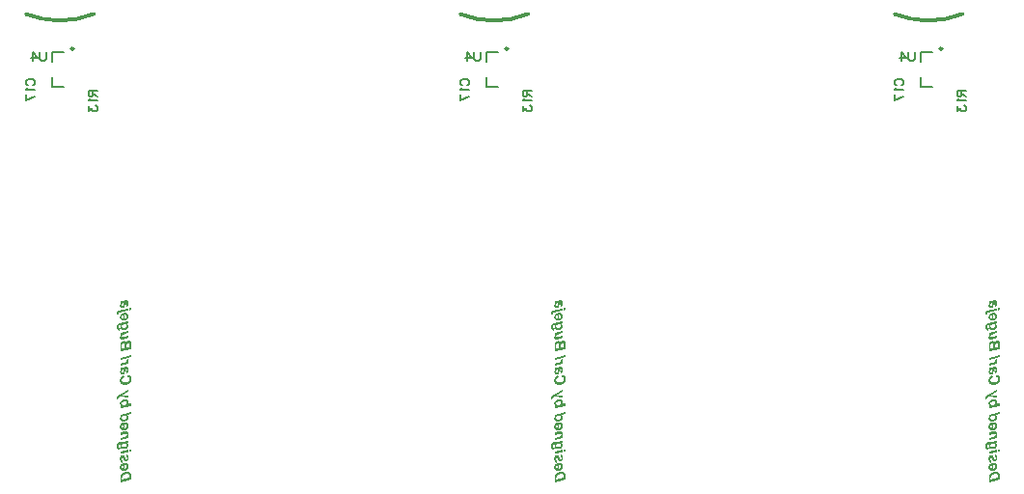
<source format=gbo>
G04*
G04 #@! TF.GenerationSoftware,Altium Limited,Altium Designer,21.0.9 (235)*
G04*
G04 Layer_Color=32896*
%FSAX44Y44*%
%MOMM*%
G71*
G04*
G04 #@! TF.SameCoordinates,C9C275F4-687D-4123-80A0-9C6E5F070257*
G04*
G04*
G04 #@! TF.FilePolarity,Positive*
G04*
G01*
G75*
%ADD14C,0.2500*%
%ADD41C,0.1500*%
%ADD45C,0.3500*%
%ADD47C,0.2000*%
G36*
X01822728Y01241655D02*
X01822981Y01241581D01*
X01823219Y01241477D01*
X01823412Y01241358D01*
X01823575Y01241239D01*
X01823679Y01241135D01*
X01823754Y01241061D01*
X01823783Y01241046D01*
Y01241031D01*
X01823887Y01240898D01*
X01823976Y01240764D01*
X01824110Y01240437D01*
X01824214Y01240110D01*
X01824274Y01239783D01*
X01824318Y01239471D01*
X01824333Y01239352D01*
Y01239233D01*
X01824348Y01239144D01*
Y01239010D01*
X01824318Y01238535D01*
X01824259Y01238119D01*
X01824185Y01237762D01*
X01824125Y01237599D01*
X01824081Y01237450D01*
X01824036Y01237317D01*
X01823976Y01237213D01*
X01823932Y01237109D01*
X01823902Y01237034D01*
X01823858Y01236975D01*
X01823843Y01236930D01*
X01823813Y01236900D01*
Y01236886D01*
X01823590Y01236618D01*
X01823352Y01236380D01*
X01823115Y01236187D01*
X01822877Y01236039D01*
X01822669Y01235920D01*
X01822491Y01235845D01*
X01822431Y01235816D01*
X01822387Y01235801D01*
X01822357Y01235786D01*
X01822342D01*
X01822193Y01237643D01*
X01822327Y01237688D01*
X01822446Y01237747D01*
X01822535Y01237822D01*
X01822624Y01237881D01*
X01822684Y01237941D01*
X01822728Y01238000D01*
X01822758Y01238030D01*
X01822773Y01238045D01*
X01822847Y01238164D01*
X01822892Y01238297D01*
X01822951Y01238565D01*
X01822966Y01238669D01*
X01822981Y01238758D01*
Y01238847D01*
X01822966Y01239025D01*
X01822951Y01239174D01*
X01822921Y01239293D01*
X01822877Y01239397D01*
X01822832Y01239486D01*
X01822803Y01239545D01*
X01822788Y01239575D01*
X01822773Y01239590D01*
X01822699Y01239679D01*
X01822610Y01239738D01*
X01822520Y01239783D01*
X01822431Y01239813D01*
X01822357Y01239828D01*
X01822312Y01239843D01*
X01822268D01*
X01822253D01*
X01822164D01*
X01822060Y01239828D01*
X01821852Y01239783D01*
X01821748Y01239753D01*
X01821688Y01239724D01*
X01821629Y01239709D01*
X01821614D01*
X01821584Y01239620D01*
X01821555Y01239501D01*
X01821525Y01239382D01*
X01821495Y01239233D01*
X01821451Y01238936D01*
X01821406Y01238624D01*
X01821376Y01238342D01*
X01821361Y01238223D01*
X01821346Y01238104D01*
Y01238015D01*
X01821332Y01237941D01*
Y01237881D01*
X01821302Y01237584D01*
X01821272Y01237317D01*
X01821228Y01237079D01*
X01821168Y01236841D01*
X01821109Y01236648D01*
X01821049Y01236455D01*
X01820990Y01236291D01*
X01820930Y01236158D01*
X01820856Y01236024D01*
X01820797Y01235920D01*
X01820752Y01235831D01*
X01820708Y01235756D01*
X01820663Y01235712D01*
X01820633Y01235667D01*
X01820603Y01235652D01*
Y01235638D01*
X01820366Y01235429D01*
X01820098Y01235281D01*
X01819816Y01235162D01*
X01819563Y01235088D01*
X01819326Y01235043D01*
X01819222Y01235028D01*
X01819133D01*
X01819073Y01235013D01*
X01819014D01*
X01818984D01*
X01818969D01*
X01818642Y01235043D01*
X01818360Y01235102D01*
X01818107Y01235192D01*
X01817884Y01235296D01*
X01817721Y01235400D01*
X01817587Y01235489D01*
X01817513Y01235548D01*
X01817483Y01235578D01*
X01817290Y01235801D01*
X01817156Y01236053D01*
X01817052Y01236291D01*
X01816993Y01236529D01*
X01816948Y01236722D01*
X01816933Y01236886D01*
X01816918Y01236945D01*
Y01237034D01*
X01816933Y01237242D01*
X01816963Y01237435D01*
X01816993Y01237629D01*
X01817052Y01237792D01*
X01817097Y01237926D01*
X01817126Y01238045D01*
X01817156Y01238104D01*
X01817171Y01238134D01*
X01817275Y01238327D01*
X01817394Y01238520D01*
X01817513Y01238684D01*
X01817617Y01238832D01*
X01817721Y01238951D01*
X01817810Y01239040D01*
X01817869Y01239100D01*
X01817884Y01239115D01*
X01817587Y01239144D01*
X01817453Y01239159D01*
X01817334Y01239189D01*
X01817231Y01239204D01*
X01817156Y01239233D01*
X01817112Y01239248D01*
X01817097D01*
Y01241106D01*
X01817305Y01241061D01*
X01817483Y01241016D01*
X01817647Y01240987D01*
X01817795Y01240972D01*
X01817929D01*
X01818018Y01240957D01*
X01818078D01*
X01818092D01*
X01818196D01*
X01818315Y01240972D01*
X01818583Y01241002D01*
X01818880Y01241046D01*
X01819177Y01241091D01*
X01819444Y01241135D01*
X01819563Y01241165D01*
X01819667Y01241180D01*
X01819756Y01241195D01*
X01819816Y01241210D01*
X01819861Y01241224D01*
X01819875D01*
X01820143Y01241284D01*
X01820396Y01241343D01*
X01820618Y01241388D01*
X01820811Y01241432D01*
X01820990Y01241462D01*
X01821138Y01241507D01*
X01821272Y01241536D01*
X01821391Y01241551D01*
X01821495Y01241566D01*
X01821569Y01241596D01*
X01821629D01*
X01821688Y01241611D01*
X01821748Y01241626D01*
X01821763D01*
X01822015Y01241655D01*
X01822134Y01241670D01*
X01822238Y01241685D01*
X01822327D01*
X01822387D01*
X01822431D01*
X01822446D01*
X01822595D01*
X01822728Y01241655D01*
D02*
G37*
G36*
X01441728D02*
X01441981Y01241581D01*
X01442219Y01241477D01*
X01442412Y01241358D01*
X01442575Y01241239D01*
X01442679Y01241135D01*
X01442754Y01241061D01*
X01442783Y01241046D01*
Y01241031D01*
X01442887Y01240898D01*
X01442977Y01240764D01*
X01443110Y01240437D01*
X01443214Y01240110D01*
X01443274Y01239783D01*
X01443318Y01239471D01*
X01443333Y01239352D01*
Y01239233D01*
X01443348Y01239144D01*
Y01239010D01*
X01443318Y01238535D01*
X01443259Y01238119D01*
X01443185Y01237762D01*
X01443125Y01237599D01*
X01443080Y01237450D01*
X01443036Y01237317D01*
X01442977Y01237213D01*
X01442932Y01237109D01*
X01442902Y01237034D01*
X01442858Y01236975D01*
X01442843Y01236930D01*
X01442813Y01236900D01*
Y01236886D01*
X01442590Y01236618D01*
X01442352Y01236380D01*
X01442115Y01236187D01*
X01441877Y01236039D01*
X01441669Y01235920D01*
X01441491Y01235845D01*
X01441431Y01235816D01*
X01441387Y01235801D01*
X01441357Y01235786D01*
X01441342D01*
X01441193Y01237643D01*
X01441327Y01237688D01*
X01441446Y01237747D01*
X01441535Y01237822D01*
X01441624Y01237881D01*
X01441684Y01237941D01*
X01441728Y01238000D01*
X01441758Y01238030D01*
X01441773Y01238045D01*
X01441847Y01238164D01*
X01441892Y01238297D01*
X01441951Y01238565D01*
X01441966Y01238669D01*
X01441981Y01238758D01*
Y01238847D01*
X01441966Y01239025D01*
X01441951Y01239174D01*
X01441922Y01239293D01*
X01441877Y01239397D01*
X01441832Y01239486D01*
X01441803Y01239545D01*
X01441788Y01239575D01*
X01441773Y01239590D01*
X01441699Y01239679D01*
X01441609Y01239738D01*
X01441520Y01239783D01*
X01441431Y01239813D01*
X01441357Y01239828D01*
X01441312Y01239843D01*
X01441268D01*
X01441253D01*
X01441164D01*
X01441060Y01239828D01*
X01440852Y01239783D01*
X01440748Y01239753D01*
X01440688Y01239724D01*
X01440629Y01239709D01*
X01440614D01*
X01440584Y01239620D01*
X01440555Y01239501D01*
X01440525Y01239382D01*
X01440495Y01239233D01*
X01440450Y01238936D01*
X01440406Y01238624D01*
X01440376Y01238342D01*
X01440361Y01238223D01*
X01440346Y01238104D01*
Y01238015D01*
X01440332Y01237941D01*
Y01237881D01*
X01440302Y01237584D01*
X01440272Y01237317D01*
X01440228Y01237079D01*
X01440168Y01236841D01*
X01440109Y01236648D01*
X01440049Y01236455D01*
X01439990Y01236291D01*
X01439930Y01236158D01*
X01439856Y01236024D01*
X01439797Y01235920D01*
X01439752Y01235831D01*
X01439707Y01235756D01*
X01439663Y01235712D01*
X01439633Y01235667D01*
X01439603Y01235652D01*
Y01235638D01*
X01439366Y01235429D01*
X01439098Y01235281D01*
X01438816Y01235162D01*
X01438563Y01235088D01*
X01438326Y01235043D01*
X01438222Y01235028D01*
X01438132D01*
X01438073Y01235013D01*
X01438014D01*
X01437984D01*
X01437969D01*
X01437642Y01235043D01*
X01437360Y01235102D01*
X01437107Y01235192D01*
X01436884Y01235296D01*
X01436721Y01235400D01*
X01436587Y01235489D01*
X01436513Y01235548D01*
X01436483Y01235578D01*
X01436290Y01235801D01*
X01436156Y01236053D01*
X01436052Y01236291D01*
X01435993Y01236529D01*
X01435948Y01236722D01*
X01435933Y01236886D01*
X01435918Y01236945D01*
Y01237034D01*
X01435933Y01237242D01*
X01435963Y01237435D01*
X01435993Y01237629D01*
X01436052Y01237792D01*
X01436097Y01237926D01*
X01436127Y01238045D01*
X01436156Y01238104D01*
X01436171Y01238134D01*
X01436275Y01238327D01*
X01436394Y01238520D01*
X01436513Y01238684D01*
X01436617Y01238832D01*
X01436721Y01238951D01*
X01436810Y01239040D01*
X01436869Y01239100D01*
X01436884Y01239115D01*
X01436587Y01239144D01*
X01436453Y01239159D01*
X01436335Y01239189D01*
X01436230Y01239204D01*
X01436156Y01239233D01*
X01436112Y01239248D01*
X01436097D01*
Y01241106D01*
X01436305Y01241061D01*
X01436483Y01241016D01*
X01436647Y01240987D01*
X01436795Y01240972D01*
X01436929D01*
X01437018Y01240957D01*
X01437077D01*
X01437092D01*
X01437196D01*
X01437315Y01240972D01*
X01437583Y01241002D01*
X01437880Y01241046D01*
X01438177Y01241091D01*
X01438445Y01241135D01*
X01438563Y01241165D01*
X01438667Y01241180D01*
X01438757Y01241195D01*
X01438816Y01241210D01*
X01438860Y01241224D01*
X01438875D01*
X01439143Y01241284D01*
X01439395Y01241343D01*
X01439618Y01241388D01*
X01439812Y01241432D01*
X01439990Y01241462D01*
X01440138Y01241507D01*
X01440272Y01241536D01*
X01440391Y01241551D01*
X01440495Y01241566D01*
X01440569Y01241596D01*
X01440629D01*
X01440688Y01241611D01*
X01440748Y01241626D01*
X01440762D01*
X01441015Y01241655D01*
X01441134Y01241670D01*
X01441238Y01241685D01*
X01441327D01*
X01441387D01*
X01441431D01*
X01441446D01*
X01441595D01*
X01441728Y01241655D01*
D02*
G37*
G36*
X01060728D02*
X01060981Y01241581D01*
X01061219Y01241477D01*
X01061412Y01241358D01*
X01061575Y01241239D01*
X01061679Y01241135D01*
X01061754Y01241061D01*
X01061783Y01241046D01*
Y01241031D01*
X01061887Y01240898D01*
X01061976Y01240764D01*
X01062110Y01240437D01*
X01062214Y01240110D01*
X01062274Y01239783D01*
X01062318Y01239471D01*
X01062333Y01239352D01*
Y01239233D01*
X01062348Y01239144D01*
Y01239010D01*
X01062318Y01238535D01*
X01062259Y01238119D01*
X01062185Y01237762D01*
X01062125Y01237599D01*
X01062081Y01237450D01*
X01062036Y01237317D01*
X01061976Y01237213D01*
X01061932Y01237109D01*
X01061902Y01237034D01*
X01061858Y01236975D01*
X01061843Y01236930D01*
X01061813Y01236900D01*
Y01236886D01*
X01061590Y01236618D01*
X01061352Y01236380D01*
X01061115Y01236187D01*
X01060877Y01236039D01*
X01060669Y01235920D01*
X01060491Y01235845D01*
X01060431Y01235816D01*
X01060387Y01235801D01*
X01060357Y01235786D01*
X01060342D01*
X01060193Y01237643D01*
X01060327Y01237688D01*
X01060446Y01237747D01*
X01060535Y01237822D01*
X01060624Y01237881D01*
X01060684Y01237941D01*
X01060728Y01238000D01*
X01060758Y01238030D01*
X01060773Y01238045D01*
X01060847Y01238164D01*
X01060892Y01238297D01*
X01060951Y01238565D01*
X01060966Y01238669D01*
X01060981Y01238758D01*
Y01238847D01*
X01060966Y01239025D01*
X01060951Y01239174D01*
X01060921Y01239293D01*
X01060877Y01239397D01*
X01060832Y01239486D01*
X01060803Y01239545D01*
X01060788Y01239575D01*
X01060773Y01239590D01*
X01060699Y01239679D01*
X01060610Y01239738D01*
X01060520Y01239783D01*
X01060431Y01239813D01*
X01060357Y01239828D01*
X01060312Y01239843D01*
X01060268D01*
X01060253D01*
X01060164D01*
X01060060Y01239828D01*
X01059852Y01239783D01*
X01059748Y01239753D01*
X01059688Y01239724D01*
X01059629Y01239709D01*
X01059614D01*
X01059584Y01239620D01*
X01059555Y01239501D01*
X01059525Y01239382D01*
X01059495Y01239233D01*
X01059451Y01238936D01*
X01059406Y01238624D01*
X01059376Y01238342D01*
X01059361Y01238223D01*
X01059346Y01238104D01*
Y01238015D01*
X01059332Y01237941D01*
Y01237881D01*
X01059302Y01237584D01*
X01059272Y01237317D01*
X01059228Y01237079D01*
X01059168Y01236841D01*
X01059109Y01236648D01*
X01059049Y01236455D01*
X01058990Y01236291D01*
X01058930Y01236158D01*
X01058856Y01236024D01*
X01058797Y01235920D01*
X01058752Y01235831D01*
X01058708Y01235756D01*
X01058663Y01235712D01*
X01058633Y01235667D01*
X01058604Y01235652D01*
Y01235638D01*
X01058366Y01235429D01*
X01058098Y01235281D01*
X01057816Y01235162D01*
X01057563Y01235088D01*
X01057326Y01235043D01*
X01057222Y01235028D01*
X01057132D01*
X01057073Y01235013D01*
X01057014D01*
X01056984D01*
X01056969D01*
X01056642Y01235043D01*
X01056360Y01235102D01*
X01056107Y01235192D01*
X01055884Y01235296D01*
X01055721Y01235400D01*
X01055587Y01235489D01*
X01055513Y01235548D01*
X01055483Y01235578D01*
X01055290Y01235801D01*
X01055156Y01236053D01*
X01055052Y01236291D01*
X01054993Y01236529D01*
X01054948Y01236722D01*
X01054933Y01236886D01*
X01054919Y01236945D01*
Y01237034D01*
X01054933Y01237242D01*
X01054963Y01237435D01*
X01054993Y01237629D01*
X01055052Y01237792D01*
X01055097Y01237926D01*
X01055126Y01238045D01*
X01055156Y01238104D01*
X01055171Y01238134D01*
X01055275Y01238327D01*
X01055394Y01238520D01*
X01055513Y01238684D01*
X01055617Y01238832D01*
X01055721Y01238951D01*
X01055810Y01239040D01*
X01055869Y01239100D01*
X01055884Y01239115D01*
X01055587Y01239144D01*
X01055453Y01239159D01*
X01055334Y01239189D01*
X01055230Y01239204D01*
X01055156Y01239233D01*
X01055112Y01239248D01*
X01055097D01*
Y01241106D01*
X01055305Y01241061D01*
X01055483Y01241016D01*
X01055647Y01240987D01*
X01055795Y01240972D01*
X01055929D01*
X01056018Y01240957D01*
X01056077D01*
X01056092D01*
X01056196D01*
X01056315Y01240972D01*
X01056583Y01241002D01*
X01056880Y01241046D01*
X01057177Y01241091D01*
X01057445Y01241135D01*
X01057563Y01241165D01*
X01057667Y01241180D01*
X01057757Y01241195D01*
X01057816Y01241210D01*
X01057860Y01241224D01*
X01057875D01*
X01058143Y01241284D01*
X01058395Y01241343D01*
X01058618Y01241388D01*
X01058811Y01241432D01*
X01058990Y01241462D01*
X01059138Y01241507D01*
X01059272Y01241536D01*
X01059391Y01241551D01*
X01059495Y01241566D01*
X01059569Y01241596D01*
X01059629D01*
X01059688Y01241611D01*
X01059748Y01241626D01*
X01059762D01*
X01060015Y01241655D01*
X01060134Y01241670D01*
X01060238Y01241685D01*
X01060327D01*
X01060387D01*
X01060431D01*
X01060446D01*
X01060595D01*
X01060728Y01241655D01*
D02*
G37*
G36*
X01826859Y01233201D02*
X01825121Y01232844D01*
Y01234746D01*
X01826859Y01235102D01*
Y01233201D01*
D02*
G37*
G36*
X01445859D02*
X01444121Y01232844D01*
Y01234746D01*
X01445859Y01235102D01*
Y01233201D01*
D02*
G37*
G36*
X01064859D02*
X01063121Y01232844D01*
Y01234746D01*
X01064859Y01235102D01*
Y01233201D01*
D02*
G37*
G36*
X01824170Y01232651D02*
X01818300Y01231417D01*
X01817988Y01231343D01*
X01817706Y01231269D01*
X01817453Y01231195D01*
X01817231Y01231135D01*
X01817023Y01231076D01*
X01816859Y01231016D01*
X01816710Y01230972D01*
X01816592Y01230927D01*
X01816488Y01230883D01*
X01816413Y01230853D01*
X01816339Y01230823D01*
X01816294Y01230793D01*
X01816235Y01230764D01*
X01816220Y01230749D01*
X01816116Y01230645D01*
X01816042Y01230541D01*
X01815982Y01230422D01*
X01815953Y01230318D01*
X01815923Y01230214D01*
X01815908Y01230140D01*
Y01229932D01*
X01815923Y01229783D01*
X01815953Y01229634D01*
X01815968Y01229501D01*
X01815997Y01229367D01*
X01816012Y01229278D01*
X01816027Y01229218D01*
Y01229189D01*
X01814452Y01228892D01*
X01814378Y01229159D01*
X01814318Y01229411D01*
X01814288Y01229679D01*
X01814259Y01229902D01*
X01814244Y01230110D01*
X01814229Y01230273D01*
Y01230407D01*
X01814244Y01230645D01*
X01814259Y01230868D01*
X01814303Y01231076D01*
X01814363Y01231269D01*
X01814422Y01231432D01*
X01814496Y01231596D01*
X01814571Y01231730D01*
X01814660Y01231863D01*
X01814734Y01231967D01*
X01814809Y01232071D01*
X01814883Y01232146D01*
X01814942Y01232205D01*
X01815002Y01232264D01*
X01815046Y01232294D01*
X01815061Y01232324D01*
X01815076D01*
X01815195Y01232398D01*
X01815358Y01232487D01*
X01815551Y01232562D01*
X01815774Y01232651D01*
X01816027Y01232725D01*
X01816279Y01232799D01*
X01816800Y01232963D01*
X01817052Y01233022D01*
X01817305Y01233097D01*
X01817528Y01233141D01*
X01817721Y01233201D01*
X01817884Y01233230D01*
X01818018Y01233260D01*
X01818092Y01233290D01*
X01818122D01*
X01824170Y01234538D01*
Y01232651D01*
D02*
G37*
G36*
X01443170D02*
X01437300Y01231417D01*
X01436988Y01231343D01*
X01436706Y01231269D01*
X01436453Y01231195D01*
X01436230Y01231135D01*
X01436022Y01231076D01*
X01435859Y01231016D01*
X01435710Y01230972D01*
X01435592Y01230927D01*
X01435488Y01230883D01*
X01435413Y01230853D01*
X01435339Y01230823D01*
X01435294Y01230793D01*
X01435235Y01230764D01*
X01435220Y01230749D01*
X01435116Y01230645D01*
X01435042Y01230541D01*
X01434982Y01230422D01*
X01434953Y01230318D01*
X01434923Y01230214D01*
X01434908Y01230140D01*
Y01229932D01*
X01434923Y01229783D01*
X01434953Y01229634D01*
X01434967Y01229501D01*
X01434997Y01229367D01*
X01435012Y01229278D01*
X01435027Y01229218D01*
Y01229189D01*
X01433452Y01228892D01*
X01433378Y01229159D01*
X01433318Y01229411D01*
X01433288Y01229679D01*
X01433259Y01229902D01*
X01433244Y01230110D01*
X01433229Y01230273D01*
Y01230407D01*
X01433244Y01230645D01*
X01433259Y01230868D01*
X01433303Y01231076D01*
X01433363Y01231269D01*
X01433422Y01231432D01*
X01433496Y01231596D01*
X01433571Y01231730D01*
X01433660Y01231863D01*
X01433734Y01231967D01*
X01433808Y01232071D01*
X01433883Y01232146D01*
X01433942Y01232205D01*
X01434002Y01232264D01*
X01434046Y01232294D01*
X01434061Y01232324D01*
X01434076D01*
X01434195Y01232398D01*
X01434358Y01232487D01*
X01434551Y01232562D01*
X01434774Y01232651D01*
X01435027Y01232725D01*
X01435280Y01232799D01*
X01435800Y01232963D01*
X01436052Y01233022D01*
X01436305Y01233097D01*
X01436528Y01233141D01*
X01436721Y01233201D01*
X01436884Y01233230D01*
X01437018Y01233260D01*
X01437092Y01233290D01*
X01437122D01*
X01443170Y01234538D01*
Y01232651D01*
D02*
G37*
G36*
X01062170D02*
X01056300Y01231417D01*
X01055988Y01231343D01*
X01055706Y01231269D01*
X01055453Y01231195D01*
X01055230Y01231135D01*
X01055023Y01231076D01*
X01054859Y01231016D01*
X01054710Y01230972D01*
X01054592Y01230927D01*
X01054488Y01230883D01*
X01054413Y01230853D01*
X01054339Y01230823D01*
X01054294Y01230793D01*
X01054235Y01230764D01*
X01054220Y01230749D01*
X01054116Y01230645D01*
X01054042Y01230541D01*
X01053982Y01230422D01*
X01053953Y01230318D01*
X01053923Y01230214D01*
X01053908Y01230140D01*
Y01229932D01*
X01053923Y01229783D01*
X01053953Y01229634D01*
X01053968Y01229501D01*
X01053997Y01229367D01*
X01054012Y01229278D01*
X01054027Y01229218D01*
Y01229189D01*
X01052452Y01228892D01*
X01052378Y01229159D01*
X01052318Y01229411D01*
X01052288Y01229679D01*
X01052259Y01229902D01*
X01052244Y01230110D01*
X01052229Y01230273D01*
Y01230407D01*
X01052244Y01230645D01*
X01052259Y01230868D01*
X01052303Y01231076D01*
X01052363Y01231269D01*
X01052422Y01231432D01*
X01052496Y01231596D01*
X01052571Y01231730D01*
X01052660Y01231863D01*
X01052734Y01231967D01*
X01052809Y01232071D01*
X01052883Y01232146D01*
X01052942Y01232205D01*
X01053002Y01232264D01*
X01053046Y01232294D01*
X01053061Y01232324D01*
X01053076D01*
X01053195Y01232398D01*
X01053358Y01232487D01*
X01053551Y01232562D01*
X01053774Y01232651D01*
X01054027Y01232725D01*
X01054279Y01232799D01*
X01054800Y01232963D01*
X01055052Y01233022D01*
X01055305Y01233097D01*
X01055528Y01233141D01*
X01055721Y01233201D01*
X01055884Y01233230D01*
X01056018Y01233260D01*
X01056092Y01233290D01*
X01056122D01*
X01062170Y01234538D01*
Y01232651D01*
D02*
G37*
G36*
X01821555Y01230585D02*
X01821792Y01230571D01*
X01822030Y01230526D01*
X01822253Y01230481D01*
X01822446Y01230422D01*
X01822624Y01230362D01*
X01822803Y01230288D01*
X01822951Y01230214D01*
X01823085Y01230140D01*
X01823204Y01230065D01*
X01823308Y01230006D01*
X01823382Y01229947D01*
X01823442Y01229902D01*
X01823501Y01229857D01*
X01823516Y01229842D01*
X01823531Y01229828D01*
X01823679Y01229679D01*
X01823798Y01229516D01*
X01823917Y01229352D01*
X01824006Y01229174D01*
X01824155Y01228832D01*
X01824244Y01228505D01*
X01824303Y01228208D01*
X01824318Y01228089D01*
X01824333Y01227970D01*
X01824348Y01227881D01*
Y01227762D01*
X01824333Y01227391D01*
X01824288Y01227049D01*
X01824199Y01226722D01*
X01824110Y01226410D01*
X01823991Y01226128D01*
X01823858Y01225875D01*
X01823724Y01225637D01*
X01823575Y01225429D01*
X01823427Y01225251D01*
X01823293Y01225088D01*
X01823159Y01224939D01*
X01823040Y01224835D01*
X01822951Y01224746D01*
X01822877Y01224671D01*
X01822818Y01224642D01*
X01822803Y01224627D01*
X01822595Y01224493D01*
X01822372Y01224360D01*
X01822149Y01224256D01*
X01821926Y01224166D01*
X01821495Y01224018D01*
X01821094Y01223929D01*
X01820901Y01223899D01*
X01820737Y01223869D01*
X01820589Y01223854D01*
X01820470Y01223839D01*
X01820366Y01223825D01*
X01820277D01*
X01820232D01*
X01820217D01*
X01819950Y01223839D01*
X01819682Y01223869D01*
X01819444Y01223914D01*
X01819207Y01223958D01*
X01818999Y01224033D01*
X01818791Y01224107D01*
X01818612Y01224181D01*
X01818449Y01224270D01*
X01818300Y01224360D01*
X01818181Y01224434D01*
X01818063Y01224508D01*
X01817973Y01224582D01*
X01817899Y01224627D01*
X01817855Y01224671D01*
X01817825Y01224701D01*
X01817810Y01224716D01*
X01817647Y01224894D01*
X01817513Y01225073D01*
X01817394Y01225266D01*
X01817290Y01225459D01*
X01817216Y01225652D01*
X01817141Y01225845D01*
X01817037Y01226217D01*
X01816993Y01226380D01*
X01816963Y01226529D01*
X01816948Y01226677D01*
X01816933Y01226796D01*
X01816918Y01226900D01*
Y01227034D01*
X01816933Y01227420D01*
X01816993Y01227762D01*
X01817082Y01228089D01*
X01817171Y01228356D01*
X01817260Y01228594D01*
X01817305Y01228683D01*
X01817349Y01228758D01*
X01817379Y01228817D01*
X01817409Y01228862D01*
X01817424Y01228892D01*
Y01228906D01*
X01817647Y01229203D01*
X01817884Y01229471D01*
X01818152Y01229709D01*
X01818404Y01229902D01*
X01818627Y01230051D01*
X01818731Y01230110D01*
X01818820Y01230169D01*
X01818880Y01230214D01*
X01818939Y01230229D01*
X01818969Y01230258D01*
X01818984D01*
X01819266Y01228550D01*
X01819088Y01228446D01*
X01818939Y01228327D01*
X01818806Y01228208D01*
X01818701Y01228089D01*
X01818598Y01227955D01*
X01818523Y01227837D01*
X01818404Y01227599D01*
X01818345Y01227376D01*
X01818300Y01227212D01*
X01818286Y01227138D01*
Y01227049D01*
X01818300Y01226841D01*
X01818360Y01226648D01*
X01818419Y01226484D01*
X01818508Y01226336D01*
X01818583Y01226217D01*
X01818657Y01226128D01*
X01818701Y01226068D01*
X01818716Y01226053D01*
X01818895Y01225920D01*
X01819073Y01225816D01*
X01819266Y01225756D01*
X01819444Y01225697D01*
X01819608Y01225667D01*
X01819742Y01225652D01*
X01819831D01*
X01819846D01*
X01819861D01*
X01819920D01*
X01819979Y01225667D01*
X01820024D01*
X01820039D01*
Y01230467D01*
X01820470Y01230541D01*
X01820678Y01230571D01*
X01820871Y01230585D01*
X01821034Y01230600D01*
X01821168D01*
X01821257D01*
X01821272D01*
X01821287D01*
X01821555Y01230585D01*
D02*
G37*
G36*
X01440555D02*
X01440792Y01230571D01*
X01441030Y01230526D01*
X01441253Y01230481D01*
X01441446Y01230422D01*
X01441624Y01230362D01*
X01441803Y01230288D01*
X01441951Y01230214D01*
X01442085Y01230140D01*
X01442204Y01230065D01*
X01442308Y01230006D01*
X01442382Y01229947D01*
X01442442Y01229902D01*
X01442501Y01229857D01*
X01442516Y01229842D01*
X01442531Y01229828D01*
X01442679Y01229679D01*
X01442798Y01229516D01*
X01442917Y01229352D01*
X01443006Y01229174D01*
X01443155Y01228832D01*
X01443244Y01228505D01*
X01443303Y01228208D01*
X01443318Y01228089D01*
X01443333Y01227970D01*
X01443348Y01227881D01*
Y01227762D01*
X01443333Y01227391D01*
X01443289Y01227049D01*
X01443199Y01226722D01*
X01443110Y01226410D01*
X01442991Y01226128D01*
X01442858Y01225875D01*
X01442724Y01225637D01*
X01442575Y01225429D01*
X01442427Y01225251D01*
X01442293Y01225088D01*
X01442159Y01224939D01*
X01442040Y01224835D01*
X01441951Y01224746D01*
X01441877Y01224671D01*
X01441817Y01224642D01*
X01441803Y01224627D01*
X01441595Y01224493D01*
X01441372Y01224360D01*
X01441149Y01224256D01*
X01440926Y01224166D01*
X01440495Y01224018D01*
X01440094Y01223929D01*
X01439901Y01223899D01*
X01439737Y01223869D01*
X01439589Y01223854D01*
X01439470Y01223839D01*
X01439366Y01223825D01*
X01439277D01*
X01439232D01*
X01439217D01*
X01438950Y01223839D01*
X01438682Y01223869D01*
X01438445Y01223914D01*
X01438207Y01223958D01*
X01437999Y01224033D01*
X01437791Y01224107D01*
X01437612Y01224181D01*
X01437449Y01224270D01*
X01437300Y01224360D01*
X01437182Y01224434D01*
X01437063Y01224508D01*
X01436974Y01224582D01*
X01436899Y01224627D01*
X01436855Y01224671D01*
X01436825Y01224701D01*
X01436810Y01224716D01*
X01436647Y01224894D01*
X01436513Y01225073D01*
X01436394Y01225266D01*
X01436290Y01225459D01*
X01436216Y01225652D01*
X01436141Y01225845D01*
X01436037Y01226217D01*
X01435993Y01226380D01*
X01435963Y01226529D01*
X01435948Y01226677D01*
X01435933Y01226796D01*
X01435918Y01226900D01*
Y01227034D01*
X01435933Y01227420D01*
X01435993Y01227762D01*
X01436082Y01228089D01*
X01436171Y01228356D01*
X01436260Y01228594D01*
X01436305Y01228683D01*
X01436349Y01228758D01*
X01436379Y01228817D01*
X01436409Y01228862D01*
X01436424Y01228892D01*
Y01228906D01*
X01436647Y01229203D01*
X01436884Y01229471D01*
X01437152Y01229709D01*
X01437404Y01229902D01*
X01437627Y01230051D01*
X01437731Y01230110D01*
X01437820Y01230169D01*
X01437880Y01230214D01*
X01437939Y01230229D01*
X01437969Y01230258D01*
X01437984D01*
X01438266Y01228550D01*
X01438088Y01228446D01*
X01437939Y01228327D01*
X01437806Y01228208D01*
X01437702Y01228089D01*
X01437598Y01227955D01*
X01437523Y01227837D01*
X01437404Y01227599D01*
X01437345Y01227376D01*
X01437300Y01227212D01*
X01437285Y01227138D01*
Y01227049D01*
X01437300Y01226841D01*
X01437360Y01226648D01*
X01437419Y01226484D01*
X01437508Y01226336D01*
X01437583Y01226217D01*
X01437657Y01226128D01*
X01437702Y01226068D01*
X01437716Y01226053D01*
X01437895Y01225920D01*
X01438073Y01225816D01*
X01438266Y01225756D01*
X01438445Y01225697D01*
X01438608Y01225667D01*
X01438742Y01225652D01*
X01438831D01*
X01438846D01*
X01438860D01*
X01438920D01*
X01438979Y01225667D01*
X01439024D01*
X01439039D01*
Y01230467D01*
X01439470Y01230541D01*
X01439678Y01230571D01*
X01439871Y01230585D01*
X01440034Y01230600D01*
X01440168D01*
X01440257D01*
X01440272D01*
X01440287D01*
X01440555Y01230585D01*
D02*
G37*
G36*
X01059555D02*
X01059792Y01230571D01*
X01060030Y01230526D01*
X01060253Y01230481D01*
X01060446Y01230422D01*
X01060624Y01230362D01*
X01060803Y01230288D01*
X01060951Y01230214D01*
X01061085Y01230140D01*
X01061204Y01230065D01*
X01061308Y01230006D01*
X01061382Y01229947D01*
X01061442Y01229902D01*
X01061501Y01229857D01*
X01061516Y01229842D01*
X01061531Y01229828D01*
X01061679Y01229679D01*
X01061798Y01229516D01*
X01061917Y01229352D01*
X01062006Y01229174D01*
X01062155Y01228832D01*
X01062244Y01228505D01*
X01062303Y01228208D01*
X01062318Y01228089D01*
X01062333Y01227970D01*
X01062348Y01227881D01*
Y01227762D01*
X01062333Y01227391D01*
X01062289Y01227049D01*
X01062199Y01226722D01*
X01062110Y01226410D01*
X01061991Y01226128D01*
X01061858Y01225875D01*
X01061724Y01225637D01*
X01061575Y01225429D01*
X01061427Y01225251D01*
X01061293Y01225088D01*
X01061159Y01224939D01*
X01061040Y01224835D01*
X01060951Y01224746D01*
X01060877Y01224671D01*
X01060817Y01224642D01*
X01060803Y01224627D01*
X01060595Y01224493D01*
X01060372Y01224360D01*
X01060149Y01224256D01*
X01059926Y01224166D01*
X01059495Y01224018D01*
X01059094Y01223929D01*
X01058901Y01223899D01*
X01058737Y01223869D01*
X01058589Y01223854D01*
X01058470Y01223839D01*
X01058366Y01223825D01*
X01058277D01*
X01058232D01*
X01058217D01*
X01057950Y01223839D01*
X01057682Y01223869D01*
X01057445Y01223914D01*
X01057207Y01223958D01*
X01056999Y01224033D01*
X01056791Y01224107D01*
X01056612Y01224181D01*
X01056449Y01224270D01*
X01056300Y01224360D01*
X01056181Y01224434D01*
X01056063Y01224508D01*
X01055974Y01224582D01*
X01055899Y01224627D01*
X01055855Y01224671D01*
X01055825Y01224701D01*
X01055810Y01224716D01*
X01055647Y01224894D01*
X01055513Y01225073D01*
X01055394Y01225266D01*
X01055290Y01225459D01*
X01055216Y01225652D01*
X01055141Y01225845D01*
X01055037Y01226217D01*
X01054993Y01226380D01*
X01054963Y01226529D01*
X01054948Y01226677D01*
X01054933Y01226796D01*
X01054919Y01226900D01*
Y01227034D01*
X01054933Y01227420D01*
X01054993Y01227762D01*
X01055082Y01228089D01*
X01055171Y01228356D01*
X01055260Y01228594D01*
X01055305Y01228683D01*
X01055349Y01228758D01*
X01055379Y01228817D01*
X01055409Y01228862D01*
X01055424Y01228892D01*
Y01228906D01*
X01055647Y01229203D01*
X01055884Y01229471D01*
X01056152Y01229709D01*
X01056404Y01229902D01*
X01056627Y01230051D01*
X01056731Y01230110D01*
X01056820Y01230169D01*
X01056880Y01230214D01*
X01056939Y01230229D01*
X01056969Y01230258D01*
X01056984D01*
X01057266Y01228550D01*
X01057088Y01228446D01*
X01056939Y01228327D01*
X01056806Y01228208D01*
X01056702Y01228089D01*
X01056598Y01227955D01*
X01056523Y01227837D01*
X01056404Y01227599D01*
X01056345Y01227376D01*
X01056300Y01227212D01*
X01056285Y01227138D01*
Y01227049D01*
X01056300Y01226841D01*
X01056360Y01226648D01*
X01056419Y01226484D01*
X01056508Y01226336D01*
X01056583Y01226217D01*
X01056657Y01226128D01*
X01056702Y01226068D01*
X01056716Y01226053D01*
X01056895Y01225920D01*
X01057073Y01225816D01*
X01057266Y01225756D01*
X01057445Y01225697D01*
X01057608Y01225667D01*
X01057742Y01225652D01*
X01057831D01*
X01057846D01*
X01057860D01*
X01057920D01*
X01057979Y01225667D01*
X01058024D01*
X01058039D01*
Y01230467D01*
X01058470Y01230541D01*
X01058678Y01230571D01*
X01058871Y01230585D01*
X01059034Y01230600D01*
X01059168D01*
X01059257D01*
X01059272D01*
X01059287D01*
X01059555Y01230585D01*
D02*
G37*
G36*
X01824170Y01221373D02*
X01822907Y01221120D01*
X01823144Y01220986D01*
X01823367Y01220838D01*
X01823546Y01220689D01*
X01823694Y01220541D01*
X01823813Y01220422D01*
X01823887Y01220303D01*
X01823947Y01220244D01*
X01823962Y01220214D01*
X01824095Y01219991D01*
X01824185Y01219768D01*
X01824259Y01219560D01*
X01824303Y01219352D01*
X01824333Y01219189D01*
X01824348Y01219055D01*
Y01218936D01*
X01824318Y01218624D01*
X01824259Y01218312D01*
X01824185Y01218029D01*
X01824081Y01217777D01*
X01823976Y01217569D01*
X01823902Y01217405D01*
X01823858Y01217346D01*
X01823843Y01217301D01*
X01823813Y01217272D01*
Y01217257D01*
X01823590Y01216975D01*
X01823338Y01216722D01*
X01823085Y01216499D01*
X01822832Y01216321D01*
X01822595Y01216172D01*
X01822491Y01216128D01*
X01822416Y01216083D01*
X01822342Y01216038D01*
X01822283Y01216009D01*
X01822253Y01215994D01*
X01822238D01*
X01821837Y01215845D01*
X01821436Y01215741D01*
X01821064Y01215652D01*
X01820708Y01215608D01*
X01820544Y01215593D01*
X01820396Y01215578D01*
X01820277Y01215563D01*
X01820158D01*
X01820069Y01215548D01*
X01820009D01*
X01819965D01*
X01819950D01*
X01819697Y01215563D01*
X01819444Y01215578D01*
X01819222Y01215608D01*
X01819014Y01215652D01*
X01818820Y01215697D01*
X01818642Y01215756D01*
X01818479Y01215816D01*
X01818345Y01215875D01*
X01818211Y01215934D01*
X01818107Y01215994D01*
X01818003Y01216053D01*
X01817929Y01216098D01*
X01817869Y01216142D01*
X01817825Y01216172D01*
X01817810Y01216202D01*
X01817795D01*
X01817661Y01216336D01*
X01817557Y01216469D01*
X01817453Y01216603D01*
X01817379Y01216752D01*
X01817245Y01217034D01*
X01817156Y01217301D01*
X01817112Y01217554D01*
X01817097Y01217643D01*
X01817082Y01217732D01*
X01817067Y01217807D01*
Y01217911D01*
X01817082Y01218119D01*
X01817097Y01218327D01*
X01817201Y01218713D01*
X01817320Y01219084D01*
X01817483Y01219411D01*
X01817557Y01219545D01*
X01817632Y01219679D01*
X01817691Y01219798D01*
X01817751Y01219887D01*
X01817810Y01219961D01*
X01817855Y01220021D01*
X01817869Y01220050D01*
X01817884Y01220065D01*
X01817557Y01219991D01*
X01817260Y01219931D01*
X01817023Y01219872D01*
X01816829Y01219827D01*
X01816681Y01219783D01*
X01816562Y01219753D01*
X01816502Y01219724D01*
X01816458Y01219709D01*
X01816443D01*
X01816294Y01219634D01*
X01816176Y01219560D01*
X01816071Y01219471D01*
X01815997Y01219397D01*
X01815923Y01219337D01*
X01815878Y01219278D01*
X01815863Y01219248D01*
X01815849Y01219233D01*
X01815759Y01219084D01*
X01815700Y01218906D01*
X01815655Y01218743D01*
X01815626Y01218579D01*
X01815611Y01218431D01*
X01815596Y01218312D01*
Y01218074D01*
X01815611Y01217955D01*
X01815641Y01217851D01*
X01815655Y01217762D01*
X01815685Y01217688D01*
X01815700Y01217643D01*
X01815715Y01217614D01*
Y01217599D01*
X01815804Y01217450D01*
X01815893Y01217346D01*
X01815953Y01217287D01*
X01815982Y01217272D01*
X01816042Y01217242D01*
X01816116Y01217227D01*
X01816265Y01217197D01*
X01816339Y01217183D01*
X01816398D01*
X01816428D01*
X01816443D01*
X01816725Y01215162D01*
X01816621Y01215147D01*
X01816532Y01215132D01*
X01816473D01*
X01816458D01*
X01816235Y01215147D01*
X01816042Y01215162D01*
X01815849Y01215206D01*
X01815685Y01215251D01*
X01815522Y01215310D01*
X01815388Y01215370D01*
X01815150Y01215518D01*
X01814972Y01215652D01*
X01814853Y01215771D01*
X01814779Y01215860D01*
X01814749Y01215875D01*
Y01215890D01*
X01814660Y01216038D01*
X01814571Y01216217D01*
X01814452Y01216573D01*
X01814363Y01216945D01*
X01814288Y01217316D01*
X01814274Y01217495D01*
X01814259Y01217643D01*
X01814244Y01217792D01*
Y01217911D01*
X01814229Y01218015D01*
Y01218401D01*
X01814244Y01218624D01*
X01814274Y01218832D01*
X01814288Y01219025D01*
X01814318Y01219174D01*
X01814333Y01219278D01*
X01814348Y01219352D01*
Y01219382D01*
X01814392Y01219590D01*
X01814452Y01219768D01*
X01814496Y01219931D01*
X01814556Y01220080D01*
X01814615Y01220184D01*
X01814645Y01220273D01*
X01814675Y01220333D01*
X01814690Y01220348D01*
X01814779Y01220496D01*
X01814883Y01220630D01*
X01814987Y01220749D01*
X01815076Y01220853D01*
X01815165Y01220927D01*
X01815224Y01220986D01*
X01815269Y01221016D01*
X01815284Y01221031D01*
X01815433Y01221135D01*
X01815581Y01221224D01*
X01815745Y01221313D01*
X01815908Y01221388D01*
X01816042Y01221447D01*
X01816146Y01221492D01*
X01816220Y01221507D01*
X01816250Y01221521D01*
X01816369Y01221566D01*
X01816502Y01221611D01*
X01816815Y01221685D01*
X01817141Y01221774D01*
X01817468Y01221848D01*
X01817765Y01221923D01*
X01817899Y01221952D01*
X01818018Y01221982D01*
X01818107Y01221997D01*
X01818181Y01222012D01*
X01818226Y01222027D01*
X01818241D01*
X01824170Y01223141D01*
Y01221373D01*
D02*
G37*
G36*
X01443170D02*
X01441907Y01221120D01*
X01442144Y01220986D01*
X01442367Y01220838D01*
X01442546Y01220689D01*
X01442694Y01220541D01*
X01442813Y01220422D01*
X01442887Y01220303D01*
X01442947Y01220244D01*
X01442962Y01220214D01*
X01443095Y01219991D01*
X01443185Y01219768D01*
X01443259Y01219560D01*
X01443303Y01219352D01*
X01443333Y01219189D01*
X01443348Y01219055D01*
Y01218936D01*
X01443318Y01218624D01*
X01443259Y01218312D01*
X01443185Y01218029D01*
X01443080Y01217777D01*
X01442977Y01217569D01*
X01442902Y01217405D01*
X01442858Y01217346D01*
X01442843Y01217301D01*
X01442813Y01217272D01*
Y01217257D01*
X01442590Y01216975D01*
X01442338Y01216722D01*
X01442085Y01216499D01*
X01441832Y01216321D01*
X01441595Y01216172D01*
X01441491Y01216128D01*
X01441416Y01216083D01*
X01441342Y01216038D01*
X01441283Y01216009D01*
X01441253Y01215994D01*
X01441238D01*
X01440837Y01215845D01*
X01440436Y01215741D01*
X01440064Y01215652D01*
X01439707Y01215608D01*
X01439544Y01215593D01*
X01439395Y01215578D01*
X01439277Y01215563D01*
X01439158D01*
X01439069Y01215548D01*
X01439009D01*
X01438965D01*
X01438950D01*
X01438697Y01215563D01*
X01438445Y01215578D01*
X01438222Y01215608D01*
X01438014Y01215652D01*
X01437820Y01215697D01*
X01437642Y01215756D01*
X01437479Y01215816D01*
X01437345Y01215875D01*
X01437211Y01215934D01*
X01437107Y01215994D01*
X01437003Y01216053D01*
X01436929Y01216098D01*
X01436869Y01216142D01*
X01436825Y01216172D01*
X01436810Y01216202D01*
X01436795D01*
X01436661Y01216336D01*
X01436557Y01216469D01*
X01436453Y01216603D01*
X01436379Y01216752D01*
X01436245Y01217034D01*
X01436156Y01217301D01*
X01436112Y01217554D01*
X01436097Y01217643D01*
X01436082Y01217732D01*
X01436067Y01217807D01*
Y01217911D01*
X01436082Y01218119D01*
X01436097Y01218327D01*
X01436201Y01218713D01*
X01436320Y01219084D01*
X01436483Y01219411D01*
X01436557Y01219545D01*
X01436632Y01219679D01*
X01436691Y01219798D01*
X01436751Y01219887D01*
X01436810Y01219961D01*
X01436855Y01220021D01*
X01436869Y01220050D01*
X01436884Y01220065D01*
X01436557Y01219991D01*
X01436260Y01219931D01*
X01436022Y01219872D01*
X01435829Y01219827D01*
X01435681Y01219783D01*
X01435562Y01219753D01*
X01435502Y01219724D01*
X01435458Y01219709D01*
X01435443D01*
X01435294Y01219634D01*
X01435175Y01219560D01*
X01435072Y01219471D01*
X01434997Y01219397D01*
X01434923Y01219337D01*
X01434878Y01219278D01*
X01434863Y01219248D01*
X01434849Y01219233D01*
X01434760Y01219084D01*
X01434700Y01218906D01*
X01434655Y01218743D01*
X01434626Y01218579D01*
X01434611Y01218431D01*
X01434596Y01218312D01*
Y01218074D01*
X01434611Y01217955D01*
X01434641Y01217851D01*
X01434655Y01217762D01*
X01434685Y01217688D01*
X01434700Y01217643D01*
X01434715Y01217614D01*
Y01217599D01*
X01434804Y01217450D01*
X01434893Y01217346D01*
X01434953Y01217287D01*
X01434982Y01217272D01*
X01435042Y01217242D01*
X01435116Y01217227D01*
X01435265Y01217197D01*
X01435339Y01217183D01*
X01435398D01*
X01435428D01*
X01435443D01*
X01435725Y01215162D01*
X01435621Y01215147D01*
X01435532Y01215132D01*
X01435473D01*
X01435458D01*
X01435235Y01215147D01*
X01435042Y01215162D01*
X01434849Y01215206D01*
X01434685Y01215251D01*
X01434522Y01215310D01*
X01434388Y01215370D01*
X01434150Y01215518D01*
X01433972Y01215652D01*
X01433853Y01215771D01*
X01433779Y01215860D01*
X01433749Y01215875D01*
Y01215890D01*
X01433660Y01216038D01*
X01433571Y01216217D01*
X01433452Y01216573D01*
X01433363Y01216945D01*
X01433288Y01217316D01*
X01433274Y01217495D01*
X01433259Y01217643D01*
X01433244Y01217792D01*
Y01217911D01*
X01433229Y01218015D01*
Y01218401D01*
X01433244Y01218624D01*
X01433274Y01218832D01*
X01433288Y01219025D01*
X01433318Y01219174D01*
X01433333Y01219278D01*
X01433348Y01219352D01*
Y01219382D01*
X01433392Y01219590D01*
X01433452Y01219768D01*
X01433496Y01219931D01*
X01433556Y01220080D01*
X01433615Y01220184D01*
X01433645Y01220273D01*
X01433675Y01220333D01*
X01433690Y01220348D01*
X01433779Y01220496D01*
X01433883Y01220630D01*
X01433987Y01220749D01*
X01434076Y01220853D01*
X01434165Y01220927D01*
X01434225Y01220986D01*
X01434269Y01221016D01*
X01434284Y01221031D01*
X01434433Y01221135D01*
X01434581Y01221224D01*
X01434745Y01221313D01*
X01434908Y01221388D01*
X01435042Y01221447D01*
X01435146Y01221492D01*
X01435220Y01221507D01*
X01435250Y01221521D01*
X01435369Y01221566D01*
X01435502Y01221611D01*
X01435815Y01221685D01*
X01436141Y01221774D01*
X01436468Y01221848D01*
X01436765Y01221923D01*
X01436899Y01221952D01*
X01437018Y01221982D01*
X01437107Y01221997D01*
X01437182Y01222012D01*
X01437226Y01222027D01*
X01437241D01*
X01443170Y01223141D01*
Y01221373D01*
D02*
G37*
G36*
X01062170D02*
X01060907Y01221120D01*
X01061144Y01220986D01*
X01061367Y01220838D01*
X01061546Y01220689D01*
X01061694Y01220541D01*
X01061813Y01220422D01*
X01061887Y01220303D01*
X01061947Y01220244D01*
X01061962Y01220214D01*
X01062095Y01219991D01*
X01062185Y01219768D01*
X01062259Y01219560D01*
X01062303Y01219352D01*
X01062333Y01219189D01*
X01062348Y01219055D01*
Y01218936D01*
X01062318Y01218624D01*
X01062259Y01218312D01*
X01062185Y01218029D01*
X01062081Y01217777D01*
X01061976Y01217569D01*
X01061902Y01217405D01*
X01061858Y01217346D01*
X01061843Y01217301D01*
X01061813Y01217272D01*
Y01217257D01*
X01061590Y01216975D01*
X01061338Y01216722D01*
X01061085Y01216499D01*
X01060832Y01216321D01*
X01060595Y01216172D01*
X01060491Y01216128D01*
X01060416Y01216083D01*
X01060342Y01216038D01*
X01060283Y01216009D01*
X01060253Y01215994D01*
X01060238D01*
X01059837Y01215845D01*
X01059436Y01215741D01*
X01059064Y01215652D01*
X01058708Y01215608D01*
X01058544Y01215593D01*
X01058395Y01215578D01*
X01058277Y01215563D01*
X01058158D01*
X01058069Y01215548D01*
X01058009D01*
X01057965D01*
X01057950D01*
X01057697Y01215563D01*
X01057445Y01215578D01*
X01057222Y01215608D01*
X01057014Y01215652D01*
X01056820Y01215697D01*
X01056642Y01215756D01*
X01056479Y01215816D01*
X01056345Y01215875D01*
X01056211Y01215934D01*
X01056107Y01215994D01*
X01056003Y01216053D01*
X01055929Y01216098D01*
X01055869Y01216142D01*
X01055825Y01216172D01*
X01055810Y01216202D01*
X01055795D01*
X01055661Y01216336D01*
X01055557Y01216469D01*
X01055453Y01216603D01*
X01055379Y01216752D01*
X01055245Y01217034D01*
X01055156Y01217301D01*
X01055112Y01217554D01*
X01055097Y01217643D01*
X01055082Y01217732D01*
X01055067Y01217807D01*
Y01217911D01*
X01055082Y01218119D01*
X01055097Y01218327D01*
X01055201Y01218713D01*
X01055320Y01219084D01*
X01055483Y01219411D01*
X01055557Y01219545D01*
X01055632Y01219679D01*
X01055691Y01219798D01*
X01055751Y01219887D01*
X01055810Y01219961D01*
X01055855Y01220021D01*
X01055869Y01220050D01*
X01055884Y01220065D01*
X01055557Y01219991D01*
X01055260Y01219931D01*
X01055023Y01219872D01*
X01054829Y01219827D01*
X01054681Y01219783D01*
X01054562Y01219753D01*
X01054502Y01219724D01*
X01054458Y01219709D01*
X01054443D01*
X01054294Y01219634D01*
X01054175Y01219560D01*
X01054072Y01219471D01*
X01053997Y01219397D01*
X01053923Y01219337D01*
X01053878Y01219278D01*
X01053864Y01219248D01*
X01053849Y01219233D01*
X01053760Y01219084D01*
X01053700Y01218906D01*
X01053655Y01218743D01*
X01053626Y01218579D01*
X01053611Y01218431D01*
X01053596Y01218312D01*
Y01218074D01*
X01053611Y01217955D01*
X01053641Y01217851D01*
X01053655Y01217762D01*
X01053685Y01217688D01*
X01053700Y01217643D01*
X01053715Y01217614D01*
Y01217599D01*
X01053804Y01217450D01*
X01053893Y01217346D01*
X01053953Y01217287D01*
X01053982Y01217272D01*
X01054042Y01217242D01*
X01054116Y01217227D01*
X01054265Y01217197D01*
X01054339Y01217183D01*
X01054398D01*
X01054428D01*
X01054443D01*
X01054725Y01215162D01*
X01054621Y01215147D01*
X01054532Y01215132D01*
X01054473D01*
X01054458D01*
X01054235Y01215147D01*
X01054042Y01215162D01*
X01053849Y01215206D01*
X01053685Y01215251D01*
X01053522Y01215310D01*
X01053388Y01215370D01*
X01053150Y01215518D01*
X01052972Y01215652D01*
X01052853Y01215771D01*
X01052779Y01215860D01*
X01052749Y01215875D01*
Y01215890D01*
X01052660Y01216038D01*
X01052571Y01216217D01*
X01052452Y01216573D01*
X01052363Y01216945D01*
X01052288Y01217316D01*
X01052274Y01217495D01*
X01052259Y01217643D01*
X01052244Y01217792D01*
Y01217911D01*
X01052229Y01218015D01*
Y01218401D01*
X01052244Y01218624D01*
X01052274Y01218832D01*
X01052288Y01219025D01*
X01052318Y01219174D01*
X01052333Y01219278D01*
X01052348Y01219352D01*
Y01219382D01*
X01052392Y01219590D01*
X01052452Y01219768D01*
X01052496Y01219931D01*
X01052556Y01220080D01*
X01052615Y01220184D01*
X01052645Y01220273D01*
X01052675Y01220333D01*
X01052690Y01220348D01*
X01052779Y01220496D01*
X01052883Y01220630D01*
X01052987Y01220749D01*
X01053076Y01220853D01*
X01053165Y01220927D01*
X01053224Y01220986D01*
X01053269Y01221016D01*
X01053284Y01221031D01*
X01053433Y01221135D01*
X01053581Y01221224D01*
X01053745Y01221313D01*
X01053908Y01221388D01*
X01054042Y01221447D01*
X01054146Y01221492D01*
X01054220Y01221507D01*
X01054250Y01221521D01*
X01054369Y01221566D01*
X01054502Y01221611D01*
X01054815Y01221685D01*
X01055141Y01221774D01*
X01055468Y01221848D01*
X01055765Y01221923D01*
X01055899Y01221952D01*
X01056018Y01221982D01*
X01056107Y01221997D01*
X01056181Y01222012D01*
X01056226Y01222027D01*
X01056241D01*
X01062170Y01223141D01*
Y01221373D01*
D02*
G37*
G36*
X01824170Y01212695D02*
X01820782Y01211923D01*
X01820559Y01211878D01*
X01820366Y01211833D01*
X01820202Y01211789D01*
X01820069Y01211759D01*
X01819965Y01211729D01*
X01819890Y01211700D01*
X01819846Y01211685D01*
X01819831D01*
X01819682Y01211625D01*
X01819548Y01211566D01*
X01819430Y01211506D01*
X01819341Y01211447D01*
X01819251Y01211402D01*
X01819192Y01211358D01*
X01819162Y01211343D01*
X01819147Y01211328D01*
X01818954Y01211194D01*
X01818806Y01211061D01*
X01818746Y01211001D01*
X01818716Y01210957D01*
X01818687Y01210927D01*
X01818672Y01210912D01*
X01818538Y01210734D01*
X01818449Y01210600D01*
X01818419Y01210541D01*
X01818389Y01210496D01*
X01818375Y01210466D01*
Y01210452D01*
X01818330Y01210288D01*
X01818300Y01210139D01*
X01818286Y01210095D01*
Y01210006D01*
X01818300Y01209887D01*
X01818315Y01209798D01*
X01818389Y01209634D01*
X01818434Y01209575D01*
X01818464Y01209530D01*
X01818479Y01209501D01*
X01818493Y01209486D01*
X01818583Y01209411D01*
X01818672Y01209367D01*
X01818850Y01209307D01*
X01818924Y01209293D01*
X01818984Y01209278D01*
X01819014D01*
X01819028D01*
X01819118Y01209293D01*
X01819251Y01209307D01*
X01819400Y01209337D01*
X01819563Y01209367D01*
X01819712Y01209397D01*
X01819846Y01209426D01*
X01819935Y01209456D01*
X01819950D01*
X01819965D01*
X01824170Y01210392D01*
Y01208475D01*
X01820217Y01207584D01*
X01820024Y01207539D01*
X01819846Y01207509D01*
X01819682Y01207480D01*
X01819534Y01207450D01*
X01819281Y01207405D01*
X01819088Y01207376D01*
X01818939Y01207361D01*
X01818835Y01207346D01*
X01818776D01*
X01818761D01*
X01818464Y01207361D01*
X01818196Y01207420D01*
X01817959Y01207495D01*
X01817765Y01207569D01*
X01817617Y01207658D01*
X01817498Y01207717D01*
X01817439Y01207777D01*
X01817409Y01207792D01*
X01817245Y01207985D01*
X01817126Y01208178D01*
X01817037Y01208401D01*
X01816978Y01208594D01*
X01816948Y01208772D01*
X01816933Y01208921D01*
X01816918Y01208980D01*
Y01209055D01*
X01816933Y01209293D01*
X01816963Y01209530D01*
X01817023Y01209753D01*
X01817082Y01209961D01*
X01817260Y01210362D01*
X01817364Y01210541D01*
X01817468Y01210704D01*
X01817557Y01210867D01*
X01817661Y01211001D01*
X01817751Y01211120D01*
X01817840Y01211209D01*
X01817899Y01211298D01*
X01817959Y01211358D01*
X01817988Y01211388D01*
X01818003Y01211402D01*
X01817097Y01211209D01*
Y01212992D01*
X01824170Y01214582D01*
Y01212695D01*
D02*
G37*
G36*
X01443170D02*
X01439782Y01211923D01*
X01439559Y01211878D01*
X01439366Y01211833D01*
X01439202Y01211789D01*
X01439069Y01211759D01*
X01438965Y01211729D01*
X01438890Y01211700D01*
X01438846Y01211685D01*
X01438831D01*
X01438682Y01211625D01*
X01438548Y01211566D01*
X01438430Y01211506D01*
X01438340Y01211447D01*
X01438251Y01211402D01*
X01438192Y01211358D01*
X01438162Y01211343D01*
X01438147Y01211328D01*
X01437954Y01211194D01*
X01437806Y01211061D01*
X01437746Y01211001D01*
X01437716Y01210957D01*
X01437687Y01210927D01*
X01437672Y01210912D01*
X01437538Y01210734D01*
X01437449Y01210600D01*
X01437419Y01210541D01*
X01437390Y01210496D01*
X01437375Y01210466D01*
Y01210452D01*
X01437330Y01210288D01*
X01437300Y01210139D01*
X01437285Y01210095D01*
Y01210006D01*
X01437300Y01209887D01*
X01437315Y01209798D01*
X01437390Y01209634D01*
X01437434Y01209575D01*
X01437464Y01209530D01*
X01437479Y01209501D01*
X01437493Y01209486D01*
X01437583Y01209411D01*
X01437672Y01209367D01*
X01437850Y01209307D01*
X01437924Y01209293D01*
X01437984Y01209278D01*
X01438014D01*
X01438028D01*
X01438118Y01209293D01*
X01438251Y01209307D01*
X01438400Y01209337D01*
X01438563Y01209367D01*
X01438712Y01209397D01*
X01438846Y01209426D01*
X01438935Y01209456D01*
X01438950D01*
X01438965D01*
X01443170Y01210392D01*
Y01208475D01*
X01439217Y01207584D01*
X01439024Y01207539D01*
X01438846Y01207509D01*
X01438682Y01207480D01*
X01438534Y01207450D01*
X01438281Y01207405D01*
X01438088Y01207376D01*
X01437939Y01207361D01*
X01437835Y01207346D01*
X01437776D01*
X01437761D01*
X01437464Y01207361D01*
X01437196Y01207420D01*
X01436959Y01207495D01*
X01436765Y01207569D01*
X01436617Y01207658D01*
X01436498Y01207717D01*
X01436438Y01207777D01*
X01436409Y01207792D01*
X01436245Y01207985D01*
X01436127Y01208178D01*
X01436037Y01208401D01*
X01435978Y01208594D01*
X01435948Y01208772D01*
X01435933Y01208921D01*
X01435918Y01208980D01*
Y01209055D01*
X01435933Y01209293D01*
X01435963Y01209530D01*
X01436022Y01209753D01*
X01436082Y01209961D01*
X01436260Y01210362D01*
X01436364Y01210541D01*
X01436468Y01210704D01*
X01436557Y01210867D01*
X01436661Y01211001D01*
X01436751Y01211120D01*
X01436840Y01211209D01*
X01436899Y01211298D01*
X01436959Y01211358D01*
X01436988Y01211388D01*
X01437003Y01211402D01*
X01436097Y01211209D01*
Y01212992D01*
X01443170Y01214582D01*
Y01212695D01*
D02*
G37*
G36*
X01062170D02*
X01058782Y01211923D01*
X01058559Y01211878D01*
X01058366Y01211833D01*
X01058202Y01211789D01*
X01058069Y01211759D01*
X01057965Y01211729D01*
X01057890Y01211700D01*
X01057846Y01211685D01*
X01057831D01*
X01057682Y01211625D01*
X01057549Y01211566D01*
X01057430Y01211506D01*
X01057340Y01211447D01*
X01057251Y01211402D01*
X01057192Y01211358D01*
X01057162Y01211343D01*
X01057147Y01211328D01*
X01056954Y01211194D01*
X01056806Y01211061D01*
X01056746Y01211001D01*
X01056716Y01210957D01*
X01056687Y01210927D01*
X01056672Y01210912D01*
X01056538Y01210734D01*
X01056449Y01210600D01*
X01056419Y01210541D01*
X01056389Y01210496D01*
X01056375Y01210466D01*
Y01210452D01*
X01056330Y01210288D01*
X01056300Y01210139D01*
X01056285Y01210095D01*
Y01210006D01*
X01056300Y01209887D01*
X01056315Y01209798D01*
X01056389Y01209634D01*
X01056434Y01209575D01*
X01056464Y01209530D01*
X01056479Y01209501D01*
X01056494Y01209486D01*
X01056583Y01209411D01*
X01056672Y01209367D01*
X01056850Y01209307D01*
X01056924Y01209293D01*
X01056984Y01209278D01*
X01057014D01*
X01057028D01*
X01057118Y01209293D01*
X01057251Y01209307D01*
X01057400Y01209337D01*
X01057563Y01209367D01*
X01057712Y01209397D01*
X01057846Y01209426D01*
X01057935Y01209456D01*
X01057950D01*
X01057965D01*
X01062170Y01210392D01*
Y01208475D01*
X01058217Y01207584D01*
X01058024Y01207539D01*
X01057846Y01207509D01*
X01057682Y01207480D01*
X01057534Y01207450D01*
X01057281Y01207405D01*
X01057088Y01207376D01*
X01056939Y01207361D01*
X01056835Y01207346D01*
X01056776D01*
X01056761D01*
X01056464Y01207361D01*
X01056196Y01207420D01*
X01055959Y01207495D01*
X01055765Y01207569D01*
X01055617Y01207658D01*
X01055498Y01207717D01*
X01055439Y01207777D01*
X01055409Y01207792D01*
X01055245Y01207985D01*
X01055126Y01208178D01*
X01055037Y01208401D01*
X01054978Y01208594D01*
X01054948Y01208772D01*
X01054933Y01208921D01*
X01054919Y01208980D01*
Y01209055D01*
X01054933Y01209293D01*
X01054963Y01209530D01*
X01055023Y01209753D01*
X01055082Y01209961D01*
X01055260Y01210362D01*
X01055364Y01210541D01*
X01055468Y01210704D01*
X01055557Y01210867D01*
X01055661Y01211001D01*
X01055751Y01211120D01*
X01055840Y01211209D01*
X01055899Y01211298D01*
X01055959Y01211358D01*
X01055988Y01211388D01*
X01056003Y01211402D01*
X01055097Y01211209D01*
Y01212992D01*
X01062170Y01214582D01*
Y01212695D01*
D02*
G37*
G36*
X01824705Y01206217D02*
X01824913Y01206187D01*
X01825091Y01206142D01*
X01825254Y01206098D01*
X01825388Y01206053D01*
X01825492Y01206009D01*
X01825566Y01205979D01*
X01825581Y01205964D01*
X01825760Y01205860D01*
X01825923Y01205741D01*
X01826057Y01205607D01*
X01826176Y01205489D01*
X01826265Y01205385D01*
X01826324Y01205295D01*
X01826369Y01205236D01*
X01826384Y01205206D01*
X01826488Y01205013D01*
X01826577Y01204805D01*
X01826636Y01204597D01*
X01826696Y01204404D01*
X01826740Y01204240D01*
X01826770Y01204107D01*
X01826785Y01204017D01*
Y01203988D01*
X01826800Y01203899D01*
X01826815Y01203795D01*
X01826829Y01203572D01*
X01826844Y01203319D01*
Y01203066D01*
X01826859Y01202844D01*
Y01199129D01*
X01817097Y01197108D01*
Y01201982D01*
X01817112Y01202234D01*
X01817126Y01202487D01*
X01817156Y01202710D01*
X01817171Y01202933D01*
X01817201Y01203126D01*
X01817231Y01203304D01*
X01817275Y01203468D01*
X01817305Y01203602D01*
X01817334Y01203735D01*
X01817364Y01203839D01*
X01817379Y01203928D01*
X01817409Y01204003D01*
X01817424Y01204047D01*
X01817439Y01204077D01*
Y01204092D01*
X01817587Y01204404D01*
X01817765Y01204671D01*
X01817944Y01204909D01*
X01818137Y01205117D01*
X01818300Y01205266D01*
X01818434Y01205385D01*
X01818538Y01205444D01*
X01818553Y01205474D01*
X01818568D01*
X01818865Y01205637D01*
X01819162Y01205771D01*
X01819444Y01205860D01*
X01819697Y01205919D01*
X01819920Y01205949D01*
X01820009Y01205964D01*
X01820083Y01205979D01*
X01820143D01*
X01820187D01*
X01820217D01*
X01820232D01*
X01820470Y01205964D01*
X01820708Y01205919D01*
X01820901Y01205845D01*
X01821079Y01205771D01*
X01821228Y01205682D01*
X01821332Y01205622D01*
X01821391Y01205563D01*
X01821421Y01205548D01*
X01821614Y01205385D01*
X01821763Y01205191D01*
X01821896Y01204998D01*
X01822000Y01204820D01*
X01822074Y01204642D01*
X01822119Y01204508D01*
X01822149Y01204419D01*
X01822164Y01204404D01*
Y01204389D01*
X01822297Y01204716D01*
X01822431Y01204998D01*
X01822595Y01205236D01*
X01822728Y01205429D01*
X01822862Y01205578D01*
X01822966Y01205682D01*
X01823040Y01205756D01*
X01823070Y01205771D01*
X01823308Y01205919D01*
X01823546Y01206038D01*
X01823783Y01206113D01*
X01824006Y01206172D01*
X01824199Y01206202D01*
X01824348Y01206232D01*
X01824407D01*
X01824452D01*
X01824467D01*
X01824482D01*
X01824705Y01206217D01*
D02*
G37*
G36*
X01443705D02*
X01443913Y01206187D01*
X01444091Y01206142D01*
X01444254Y01206098D01*
X01444388Y01206053D01*
X01444492Y01206009D01*
X01444566Y01205979D01*
X01444581Y01205964D01*
X01444760Y01205860D01*
X01444923Y01205741D01*
X01445057Y01205607D01*
X01445176Y01205489D01*
X01445265Y01205385D01*
X01445324Y01205295D01*
X01445369Y01205236D01*
X01445384Y01205206D01*
X01445488Y01205013D01*
X01445577Y01204805D01*
X01445636Y01204597D01*
X01445696Y01204404D01*
X01445740Y01204240D01*
X01445770Y01204107D01*
X01445785Y01204017D01*
Y01203988D01*
X01445800Y01203899D01*
X01445815Y01203795D01*
X01445829Y01203572D01*
X01445844Y01203319D01*
Y01203066D01*
X01445859Y01202844D01*
Y01199129D01*
X01436097Y01197108D01*
Y01201982D01*
X01436112Y01202234D01*
X01436127Y01202487D01*
X01436156Y01202710D01*
X01436171Y01202933D01*
X01436201Y01203126D01*
X01436230Y01203304D01*
X01436275Y01203468D01*
X01436305Y01203602D01*
X01436335Y01203735D01*
X01436364Y01203839D01*
X01436379Y01203928D01*
X01436409Y01204003D01*
X01436424Y01204047D01*
X01436438Y01204077D01*
Y01204092D01*
X01436587Y01204404D01*
X01436765Y01204671D01*
X01436944Y01204909D01*
X01437137Y01205117D01*
X01437300Y01205266D01*
X01437434Y01205385D01*
X01437538Y01205444D01*
X01437553Y01205474D01*
X01437568D01*
X01437865Y01205637D01*
X01438162Y01205771D01*
X01438445Y01205860D01*
X01438697Y01205919D01*
X01438920Y01205949D01*
X01439009Y01205964D01*
X01439083Y01205979D01*
X01439143D01*
X01439187D01*
X01439217D01*
X01439232D01*
X01439470Y01205964D01*
X01439707Y01205919D01*
X01439901Y01205845D01*
X01440079Y01205771D01*
X01440228Y01205682D01*
X01440332Y01205622D01*
X01440391Y01205563D01*
X01440421Y01205548D01*
X01440614Y01205385D01*
X01440762Y01205191D01*
X01440896Y01204998D01*
X01441000Y01204820D01*
X01441075Y01204642D01*
X01441119Y01204508D01*
X01441149Y01204419D01*
X01441164Y01204404D01*
Y01204389D01*
X01441297Y01204716D01*
X01441431Y01204998D01*
X01441595Y01205236D01*
X01441728Y01205429D01*
X01441862Y01205578D01*
X01441966Y01205682D01*
X01442040Y01205756D01*
X01442070Y01205771D01*
X01442308Y01205919D01*
X01442546Y01206038D01*
X01442783Y01206113D01*
X01443006Y01206172D01*
X01443199Y01206202D01*
X01443348Y01206232D01*
X01443407D01*
X01443452D01*
X01443467D01*
X01443482D01*
X01443705Y01206217D01*
D02*
G37*
G36*
X01062705D02*
X01062913Y01206187D01*
X01063091Y01206142D01*
X01063254Y01206098D01*
X01063388Y01206053D01*
X01063492Y01206009D01*
X01063566Y01205979D01*
X01063581Y01205964D01*
X01063760Y01205860D01*
X01063923Y01205741D01*
X01064057Y01205607D01*
X01064176Y01205489D01*
X01064265Y01205385D01*
X01064324Y01205295D01*
X01064369Y01205236D01*
X01064384Y01205206D01*
X01064488Y01205013D01*
X01064577Y01204805D01*
X01064636Y01204597D01*
X01064696Y01204404D01*
X01064740Y01204240D01*
X01064770Y01204107D01*
X01064785Y01204017D01*
Y01203988D01*
X01064800Y01203899D01*
X01064815Y01203795D01*
X01064829Y01203572D01*
X01064844Y01203319D01*
Y01203066D01*
X01064859Y01202844D01*
Y01199129D01*
X01055097Y01197108D01*
Y01201982D01*
X01055112Y01202234D01*
X01055126Y01202487D01*
X01055156Y01202710D01*
X01055171Y01202933D01*
X01055201Y01203126D01*
X01055230Y01203304D01*
X01055275Y01203468D01*
X01055305Y01203602D01*
X01055334Y01203735D01*
X01055364Y01203839D01*
X01055379Y01203928D01*
X01055409Y01204003D01*
X01055424Y01204047D01*
X01055439Y01204077D01*
Y01204092D01*
X01055587Y01204404D01*
X01055765Y01204671D01*
X01055944Y01204909D01*
X01056137Y01205117D01*
X01056300Y01205266D01*
X01056434Y01205385D01*
X01056538Y01205444D01*
X01056553Y01205474D01*
X01056568D01*
X01056865Y01205637D01*
X01057162Y01205771D01*
X01057445Y01205860D01*
X01057697Y01205919D01*
X01057920Y01205949D01*
X01058009Y01205964D01*
X01058083Y01205979D01*
X01058143D01*
X01058187D01*
X01058217D01*
X01058232D01*
X01058470Y01205964D01*
X01058708Y01205919D01*
X01058901Y01205845D01*
X01059079Y01205771D01*
X01059228Y01205682D01*
X01059332Y01205622D01*
X01059391Y01205563D01*
X01059421Y01205548D01*
X01059614Y01205385D01*
X01059762Y01205191D01*
X01059896Y01204998D01*
X01060000Y01204820D01*
X01060074Y01204642D01*
X01060119Y01204508D01*
X01060149Y01204419D01*
X01060164Y01204404D01*
Y01204389D01*
X01060297Y01204716D01*
X01060431Y01204998D01*
X01060595Y01205236D01*
X01060728Y01205429D01*
X01060862Y01205578D01*
X01060966Y01205682D01*
X01061040Y01205756D01*
X01061070Y01205771D01*
X01061308Y01205919D01*
X01061546Y01206038D01*
X01061783Y01206113D01*
X01062006Y01206172D01*
X01062199Y01206202D01*
X01062348Y01206232D01*
X01062407D01*
X01062452D01*
X01062467D01*
X01062482D01*
X01062705Y01206217D01*
D02*
G37*
G36*
X01826859Y01191536D02*
X01817097Y01189515D01*
Y01191402D01*
X01826859Y01193438D01*
Y01191536D01*
D02*
G37*
G36*
X01445859D02*
X01436097Y01189515D01*
Y01191402D01*
X01445859Y01193438D01*
Y01191536D01*
D02*
G37*
G36*
X01064859D02*
X01055097Y01189515D01*
Y01191402D01*
X01064859Y01193438D01*
Y01191536D01*
D02*
G37*
G36*
X01824214Y01189961D02*
X01824259Y01189797D01*
X01824303Y01189649D01*
X01824318Y01189515D01*
X01824333Y01189411D01*
X01824348Y01189322D01*
Y01189248D01*
X01824333Y01189040D01*
X01824288Y01188817D01*
X01824214Y01188624D01*
X01824110Y01188416D01*
X01823991Y01188237D01*
X01823873Y01188059D01*
X01823590Y01187732D01*
X01823456Y01187598D01*
X01823308Y01187465D01*
X01823189Y01187361D01*
X01823070Y01187271D01*
X01822966Y01187197D01*
X01822892Y01187138D01*
X01822847Y01187108D01*
X01822832Y01187093D01*
X01824170Y01187361D01*
Y01185592D01*
X01817097Y01184121D01*
Y01186008D01*
X01819311Y01186469D01*
X01819563Y01186528D01*
X01819786Y01186573D01*
X01819994Y01186633D01*
X01820187Y01186677D01*
X01820366Y01186722D01*
X01820529Y01186766D01*
X01820678Y01186811D01*
X01820811Y01186855D01*
X01820916Y01186900D01*
X01821019Y01186930D01*
X01821109Y01186959D01*
X01821168Y01186989D01*
X01821228Y01187004D01*
X01821257Y01187019D01*
X01821287Y01187034D01*
X01821510Y01187152D01*
X01821703Y01187286D01*
X01821881Y01187420D01*
X01822015Y01187554D01*
X01822134Y01187658D01*
X01822208Y01187747D01*
X01822268Y01187821D01*
X01822283Y01187836D01*
X01822416Y01188029D01*
X01822505Y01188207D01*
X01822580Y01188386D01*
X01822624Y01188534D01*
X01822654Y01188668D01*
X01822669Y01188757D01*
Y01188847D01*
X01822654Y01189054D01*
X01822624Y01189248D01*
X01822595Y01189307D01*
X01822580Y01189367D01*
X01822565Y01189396D01*
Y01189411D01*
X01824140Y01190139D01*
X01824214Y01189961D01*
D02*
G37*
G36*
X01443214D02*
X01443259Y01189797D01*
X01443303Y01189649D01*
X01443318Y01189515D01*
X01443333Y01189411D01*
X01443348Y01189322D01*
Y01189248D01*
X01443333Y01189040D01*
X01443289Y01188817D01*
X01443214Y01188624D01*
X01443110Y01188416D01*
X01442991Y01188237D01*
X01442872Y01188059D01*
X01442590Y01187732D01*
X01442456Y01187598D01*
X01442308Y01187465D01*
X01442189Y01187361D01*
X01442070Y01187271D01*
X01441966Y01187197D01*
X01441892Y01187138D01*
X01441847Y01187108D01*
X01441832Y01187093D01*
X01443170Y01187361D01*
Y01185592D01*
X01436097Y01184121D01*
Y01186008D01*
X01438311Y01186469D01*
X01438563Y01186528D01*
X01438786Y01186573D01*
X01438994Y01186633D01*
X01439187Y01186677D01*
X01439366Y01186722D01*
X01439529Y01186766D01*
X01439678Y01186811D01*
X01439812Y01186855D01*
X01439915Y01186900D01*
X01440020Y01186930D01*
X01440109Y01186959D01*
X01440168Y01186989D01*
X01440228Y01187004D01*
X01440257Y01187019D01*
X01440287Y01187034D01*
X01440510Y01187152D01*
X01440703Y01187286D01*
X01440881Y01187420D01*
X01441015Y01187554D01*
X01441134Y01187658D01*
X01441208Y01187747D01*
X01441268Y01187821D01*
X01441283Y01187836D01*
X01441416Y01188029D01*
X01441505Y01188207D01*
X01441580Y01188386D01*
X01441624Y01188534D01*
X01441654Y01188668D01*
X01441669Y01188757D01*
Y01188847D01*
X01441654Y01189054D01*
X01441624Y01189248D01*
X01441595Y01189307D01*
X01441580Y01189367D01*
X01441565Y01189396D01*
Y01189411D01*
X01443140Y01190139D01*
X01443214Y01189961D01*
D02*
G37*
G36*
X01062214D02*
X01062259Y01189797D01*
X01062303Y01189649D01*
X01062318Y01189515D01*
X01062333Y01189411D01*
X01062348Y01189322D01*
Y01189248D01*
X01062333Y01189040D01*
X01062289Y01188817D01*
X01062214Y01188624D01*
X01062110Y01188416D01*
X01061991Y01188237D01*
X01061872Y01188059D01*
X01061590Y01187732D01*
X01061456Y01187598D01*
X01061308Y01187465D01*
X01061189Y01187361D01*
X01061070Y01187271D01*
X01060966Y01187197D01*
X01060892Y01187138D01*
X01060847Y01187108D01*
X01060832Y01187093D01*
X01062170Y01187361D01*
Y01185592D01*
X01055097Y01184121D01*
Y01186008D01*
X01057311Y01186469D01*
X01057563Y01186528D01*
X01057786Y01186573D01*
X01057994Y01186633D01*
X01058187Y01186677D01*
X01058366Y01186722D01*
X01058529Y01186766D01*
X01058678Y01186811D01*
X01058811Y01186855D01*
X01058915Y01186900D01*
X01059019Y01186930D01*
X01059109Y01186959D01*
X01059168Y01186989D01*
X01059228Y01187004D01*
X01059257Y01187019D01*
X01059287Y01187034D01*
X01059510Y01187152D01*
X01059703Y01187286D01*
X01059881Y01187420D01*
X01060015Y01187554D01*
X01060134Y01187658D01*
X01060208Y01187747D01*
X01060268Y01187821D01*
X01060283Y01187836D01*
X01060416Y01188029D01*
X01060505Y01188207D01*
X01060580Y01188386D01*
X01060624Y01188534D01*
X01060654Y01188668D01*
X01060669Y01188757D01*
Y01188847D01*
X01060654Y01189054D01*
X01060624Y01189248D01*
X01060595Y01189307D01*
X01060580Y01189367D01*
X01060565Y01189396D01*
Y01189411D01*
X01062140Y01190139D01*
X01062214Y01189961D01*
D02*
G37*
G36*
X01822728Y01183349D02*
X01822981Y01183274D01*
X01823219Y01183170D01*
X01823412Y01183052D01*
X01823575Y01182933D01*
X01823679Y01182829D01*
X01823754Y01182754D01*
X01823783Y01182739D01*
Y01182725D01*
X01823887Y01182591D01*
X01823976Y01182457D01*
X01824110Y01182130D01*
X01824214Y01181803D01*
X01824274Y01181476D01*
X01824318Y01181164D01*
X01824333Y01181046D01*
Y01180927D01*
X01824348Y01180837D01*
Y01180704D01*
X01824318Y01180228D01*
X01824259Y01179812D01*
X01824185Y01179456D01*
X01824125Y01179292D01*
X01824081Y01179144D01*
X01824036Y01179010D01*
X01823976Y01178906D01*
X01823932Y01178802D01*
X01823902Y01178727D01*
X01823858Y01178668D01*
X01823843Y01178624D01*
X01823813Y01178594D01*
Y01178579D01*
X01823590Y01178311D01*
X01823352Y01178074D01*
X01823115Y01177880D01*
X01822877Y01177732D01*
X01822669Y01177613D01*
X01822491Y01177539D01*
X01822431Y01177509D01*
X01822387Y01177494D01*
X01822357Y01177479D01*
X01822342D01*
X01822193Y01179337D01*
X01822327Y01179381D01*
X01822446Y01179441D01*
X01822535Y01179515D01*
X01822624Y01179575D01*
X01822684Y01179634D01*
X01822728Y01179693D01*
X01822758Y01179723D01*
X01822773Y01179738D01*
X01822847Y01179857D01*
X01822892Y01179990D01*
X01822951Y01180258D01*
X01822966Y01180362D01*
X01822981Y01180451D01*
Y01180540D01*
X01822966Y01180719D01*
X01822951Y01180867D01*
X01822921Y01180986D01*
X01822877Y01181090D01*
X01822832Y01181179D01*
X01822803Y01181239D01*
X01822788Y01181268D01*
X01822773Y01181283D01*
X01822699Y01181372D01*
X01822610Y01181432D01*
X01822520Y01181476D01*
X01822431Y01181506D01*
X01822357Y01181521D01*
X01822312Y01181536D01*
X01822268D01*
X01822253D01*
X01822164D01*
X01822060Y01181521D01*
X01821852Y01181476D01*
X01821748Y01181447D01*
X01821688Y01181417D01*
X01821629Y01181402D01*
X01821614D01*
X01821584Y01181313D01*
X01821555Y01181194D01*
X01821525Y01181075D01*
X01821495Y01180927D01*
X01821451Y01180629D01*
X01821406Y01180317D01*
X01821376Y01180035D01*
X01821361Y01179916D01*
X01821346Y01179797D01*
Y01179708D01*
X01821332Y01179634D01*
Y01179575D01*
X01821302Y01179277D01*
X01821272Y01179010D01*
X01821228Y01178772D01*
X01821168Y01178534D01*
X01821109Y01178341D01*
X01821049Y01178148D01*
X01820990Y01177984D01*
X01820930Y01177851D01*
X01820856Y01177717D01*
X01820797Y01177613D01*
X01820752Y01177524D01*
X01820708Y01177450D01*
X01820663Y01177405D01*
X01820633Y01177361D01*
X01820603Y01177346D01*
Y01177331D01*
X01820366Y01177123D01*
X01820098Y01176974D01*
X01819816Y01176855D01*
X01819563Y01176781D01*
X01819326Y01176736D01*
X01819222Y01176721D01*
X01819133D01*
X01819073Y01176707D01*
X01819014D01*
X01818984D01*
X01818969D01*
X01818642Y01176736D01*
X01818360Y01176796D01*
X01818107Y01176885D01*
X01817884Y01176989D01*
X01817721Y01177093D01*
X01817587Y01177182D01*
X01817513Y01177242D01*
X01817483Y01177271D01*
X01817290Y01177494D01*
X01817156Y01177747D01*
X01817052Y01177984D01*
X01816993Y01178222D01*
X01816948Y01178415D01*
X01816933Y01178579D01*
X01816918Y01178638D01*
Y01178727D01*
X01816933Y01178935D01*
X01816963Y01179129D01*
X01816993Y01179322D01*
X01817052Y01179485D01*
X01817097Y01179619D01*
X01817126Y01179738D01*
X01817156Y01179797D01*
X01817171Y01179827D01*
X01817275Y01180020D01*
X01817394Y01180213D01*
X01817513Y01180377D01*
X01817617Y01180525D01*
X01817721Y01180644D01*
X01817810Y01180733D01*
X01817869Y01180793D01*
X01817884Y01180808D01*
X01817587Y01180837D01*
X01817453Y01180852D01*
X01817334Y01180882D01*
X01817231Y01180897D01*
X01817156Y01180927D01*
X01817112Y01180941D01*
X01817097D01*
Y01182799D01*
X01817305Y01182754D01*
X01817483Y01182710D01*
X01817647Y01182680D01*
X01817795Y01182665D01*
X01817929D01*
X01818018Y01182650D01*
X01818078D01*
X01818092D01*
X01818196D01*
X01818315Y01182665D01*
X01818583Y01182695D01*
X01818880Y01182739D01*
X01819177Y01182784D01*
X01819444Y01182829D01*
X01819563Y01182858D01*
X01819667Y01182873D01*
X01819756Y01182888D01*
X01819816Y01182903D01*
X01819861Y01182918D01*
X01819875D01*
X01820143Y01182977D01*
X01820396Y01183037D01*
X01820618Y01183081D01*
X01820811Y01183126D01*
X01820990Y01183156D01*
X01821138Y01183200D01*
X01821272Y01183230D01*
X01821391Y01183245D01*
X01821495Y01183260D01*
X01821569Y01183289D01*
X01821629D01*
X01821688Y01183304D01*
X01821748Y01183319D01*
X01821763D01*
X01822015Y01183349D01*
X01822134Y01183363D01*
X01822238Y01183378D01*
X01822327D01*
X01822387D01*
X01822431D01*
X01822446D01*
X01822595D01*
X01822728Y01183349D01*
D02*
G37*
G36*
X01441728D02*
X01441981Y01183274D01*
X01442219Y01183170D01*
X01442412Y01183052D01*
X01442575Y01182933D01*
X01442679Y01182829D01*
X01442754Y01182754D01*
X01442783Y01182739D01*
Y01182725D01*
X01442887Y01182591D01*
X01442977Y01182457D01*
X01443110Y01182130D01*
X01443214Y01181803D01*
X01443274Y01181476D01*
X01443318Y01181164D01*
X01443333Y01181046D01*
Y01180927D01*
X01443348Y01180837D01*
Y01180704D01*
X01443318Y01180228D01*
X01443259Y01179812D01*
X01443185Y01179456D01*
X01443125Y01179292D01*
X01443080Y01179144D01*
X01443036Y01179010D01*
X01442977Y01178906D01*
X01442932Y01178802D01*
X01442902Y01178727D01*
X01442858Y01178668D01*
X01442843Y01178624D01*
X01442813Y01178594D01*
Y01178579D01*
X01442590Y01178311D01*
X01442352Y01178074D01*
X01442115Y01177880D01*
X01441877Y01177732D01*
X01441669Y01177613D01*
X01441491Y01177539D01*
X01441431Y01177509D01*
X01441387Y01177494D01*
X01441357Y01177479D01*
X01441342D01*
X01441193Y01179337D01*
X01441327Y01179381D01*
X01441446Y01179441D01*
X01441535Y01179515D01*
X01441624Y01179575D01*
X01441684Y01179634D01*
X01441728Y01179693D01*
X01441758Y01179723D01*
X01441773Y01179738D01*
X01441847Y01179857D01*
X01441892Y01179990D01*
X01441951Y01180258D01*
X01441966Y01180362D01*
X01441981Y01180451D01*
Y01180540D01*
X01441966Y01180719D01*
X01441951Y01180867D01*
X01441922Y01180986D01*
X01441877Y01181090D01*
X01441832Y01181179D01*
X01441803Y01181239D01*
X01441788Y01181268D01*
X01441773Y01181283D01*
X01441699Y01181372D01*
X01441609Y01181432D01*
X01441520Y01181476D01*
X01441431Y01181506D01*
X01441357Y01181521D01*
X01441312Y01181536D01*
X01441268D01*
X01441253D01*
X01441164D01*
X01441060Y01181521D01*
X01440852Y01181476D01*
X01440748Y01181447D01*
X01440688Y01181417D01*
X01440629Y01181402D01*
X01440614D01*
X01440584Y01181313D01*
X01440555Y01181194D01*
X01440525Y01181075D01*
X01440495Y01180927D01*
X01440450Y01180629D01*
X01440406Y01180317D01*
X01440376Y01180035D01*
X01440361Y01179916D01*
X01440346Y01179797D01*
Y01179708D01*
X01440332Y01179634D01*
Y01179575D01*
X01440302Y01179277D01*
X01440272Y01179010D01*
X01440228Y01178772D01*
X01440168Y01178534D01*
X01440109Y01178341D01*
X01440049Y01178148D01*
X01439990Y01177984D01*
X01439930Y01177851D01*
X01439856Y01177717D01*
X01439797Y01177613D01*
X01439752Y01177524D01*
X01439707Y01177450D01*
X01439663Y01177405D01*
X01439633Y01177361D01*
X01439603Y01177346D01*
Y01177331D01*
X01439366Y01177123D01*
X01439098Y01176974D01*
X01438816Y01176855D01*
X01438563Y01176781D01*
X01438326Y01176736D01*
X01438222Y01176721D01*
X01438132D01*
X01438073Y01176707D01*
X01438014D01*
X01437984D01*
X01437969D01*
X01437642Y01176736D01*
X01437360Y01176796D01*
X01437107Y01176885D01*
X01436884Y01176989D01*
X01436721Y01177093D01*
X01436587Y01177182D01*
X01436513Y01177242D01*
X01436483Y01177271D01*
X01436290Y01177494D01*
X01436156Y01177747D01*
X01436052Y01177984D01*
X01435993Y01178222D01*
X01435948Y01178415D01*
X01435933Y01178579D01*
X01435918Y01178638D01*
Y01178727D01*
X01435933Y01178935D01*
X01435963Y01179129D01*
X01435993Y01179322D01*
X01436052Y01179485D01*
X01436097Y01179619D01*
X01436127Y01179738D01*
X01436156Y01179797D01*
X01436171Y01179827D01*
X01436275Y01180020D01*
X01436394Y01180213D01*
X01436513Y01180377D01*
X01436617Y01180525D01*
X01436721Y01180644D01*
X01436810Y01180733D01*
X01436869Y01180793D01*
X01436884Y01180808D01*
X01436587Y01180837D01*
X01436453Y01180852D01*
X01436335Y01180882D01*
X01436230Y01180897D01*
X01436156Y01180927D01*
X01436112Y01180941D01*
X01436097D01*
Y01182799D01*
X01436305Y01182754D01*
X01436483Y01182710D01*
X01436647Y01182680D01*
X01436795Y01182665D01*
X01436929D01*
X01437018Y01182650D01*
X01437077D01*
X01437092D01*
X01437196D01*
X01437315Y01182665D01*
X01437583Y01182695D01*
X01437880Y01182739D01*
X01438177Y01182784D01*
X01438445Y01182829D01*
X01438563Y01182858D01*
X01438667Y01182873D01*
X01438757Y01182888D01*
X01438816Y01182903D01*
X01438860Y01182918D01*
X01438875D01*
X01439143Y01182977D01*
X01439395Y01183037D01*
X01439618Y01183081D01*
X01439812Y01183126D01*
X01439990Y01183156D01*
X01440138Y01183200D01*
X01440272Y01183230D01*
X01440391Y01183245D01*
X01440495Y01183260D01*
X01440569Y01183289D01*
X01440629D01*
X01440688Y01183304D01*
X01440748Y01183319D01*
X01440762D01*
X01441015Y01183349D01*
X01441134Y01183363D01*
X01441238Y01183378D01*
X01441327D01*
X01441387D01*
X01441431D01*
X01441446D01*
X01441595D01*
X01441728Y01183349D01*
D02*
G37*
G36*
X01060728D02*
X01060981Y01183274D01*
X01061219Y01183170D01*
X01061412Y01183052D01*
X01061575Y01182933D01*
X01061679Y01182829D01*
X01061754Y01182754D01*
X01061783Y01182739D01*
Y01182725D01*
X01061887Y01182591D01*
X01061976Y01182457D01*
X01062110Y01182130D01*
X01062214Y01181803D01*
X01062274Y01181476D01*
X01062318Y01181164D01*
X01062333Y01181046D01*
Y01180927D01*
X01062348Y01180837D01*
Y01180704D01*
X01062318Y01180228D01*
X01062259Y01179812D01*
X01062185Y01179456D01*
X01062125Y01179292D01*
X01062081Y01179144D01*
X01062036Y01179010D01*
X01061976Y01178906D01*
X01061932Y01178802D01*
X01061902Y01178727D01*
X01061858Y01178668D01*
X01061843Y01178624D01*
X01061813Y01178594D01*
Y01178579D01*
X01061590Y01178311D01*
X01061352Y01178074D01*
X01061115Y01177880D01*
X01060877Y01177732D01*
X01060669Y01177613D01*
X01060491Y01177539D01*
X01060431Y01177509D01*
X01060387Y01177494D01*
X01060357Y01177479D01*
X01060342D01*
X01060193Y01179337D01*
X01060327Y01179381D01*
X01060446Y01179441D01*
X01060535Y01179515D01*
X01060624Y01179575D01*
X01060684Y01179634D01*
X01060728Y01179693D01*
X01060758Y01179723D01*
X01060773Y01179738D01*
X01060847Y01179857D01*
X01060892Y01179990D01*
X01060951Y01180258D01*
X01060966Y01180362D01*
X01060981Y01180451D01*
Y01180540D01*
X01060966Y01180719D01*
X01060951Y01180867D01*
X01060921Y01180986D01*
X01060877Y01181090D01*
X01060832Y01181179D01*
X01060803Y01181239D01*
X01060788Y01181268D01*
X01060773Y01181283D01*
X01060699Y01181372D01*
X01060610Y01181432D01*
X01060520Y01181476D01*
X01060431Y01181506D01*
X01060357Y01181521D01*
X01060312Y01181536D01*
X01060268D01*
X01060253D01*
X01060164D01*
X01060060Y01181521D01*
X01059852Y01181476D01*
X01059748Y01181447D01*
X01059688Y01181417D01*
X01059629Y01181402D01*
X01059614D01*
X01059584Y01181313D01*
X01059555Y01181194D01*
X01059525Y01181075D01*
X01059495Y01180927D01*
X01059451Y01180629D01*
X01059406Y01180317D01*
X01059376Y01180035D01*
X01059361Y01179916D01*
X01059346Y01179797D01*
Y01179708D01*
X01059332Y01179634D01*
Y01179575D01*
X01059302Y01179277D01*
X01059272Y01179010D01*
X01059228Y01178772D01*
X01059168Y01178534D01*
X01059109Y01178341D01*
X01059049Y01178148D01*
X01058990Y01177984D01*
X01058930Y01177851D01*
X01058856Y01177717D01*
X01058797Y01177613D01*
X01058752Y01177524D01*
X01058708Y01177450D01*
X01058663Y01177405D01*
X01058633Y01177361D01*
X01058604Y01177346D01*
Y01177331D01*
X01058366Y01177123D01*
X01058098Y01176974D01*
X01057816Y01176855D01*
X01057563Y01176781D01*
X01057326Y01176736D01*
X01057222Y01176721D01*
X01057132D01*
X01057073Y01176707D01*
X01057014D01*
X01056984D01*
X01056969D01*
X01056642Y01176736D01*
X01056360Y01176796D01*
X01056107Y01176885D01*
X01055884Y01176989D01*
X01055721Y01177093D01*
X01055587Y01177182D01*
X01055513Y01177242D01*
X01055483Y01177271D01*
X01055290Y01177494D01*
X01055156Y01177747D01*
X01055052Y01177984D01*
X01054993Y01178222D01*
X01054948Y01178415D01*
X01054933Y01178579D01*
X01054919Y01178638D01*
Y01178727D01*
X01054933Y01178935D01*
X01054963Y01179129D01*
X01054993Y01179322D01*
X01055052Y01179485D01*
X01055097Y01179619D01*
X01055126Y01179738D01*
X01055156Y01179797D01*
X01055171Y01179827D01*
X01055275Y01180020D01*
X01055394Y01180213D01*
X01055513Y01180377D01*
X01055617Y01180525D01*
X01055721Y01180644D01*
X01055810Y01180733D01*
X01055869Y01180793D01*
X01055884Y01180808D01*
X01055587Y01180837D01*
X01055453Y01180852D01*
X01055334Y01180882D01*
X01055230Y01180897D01*
X01055156Y01180927D01*
X01055112Y01180941D01*
X01055097D01*
Y01182799D01*
X01055305Y01182754D01*
X01055483Y01182710D01*
X01055647Y01182680D01*
X01055795Y01182665D01*
X01055929D01*
X01056018Y01182650D01*
X01056077D01*
X01056092D01*
X01056196D01*
X01056315Y01182665D01*
X01056583Y01182695D01*
X01056880Y01182739D01*
X01057177Y01182784D01*
X01057445Y01182829D01*
X01057563Y01182858D01*
X01057667Y01182873D01*
X01057757Y01182888D01*
X01057816Y01182903D01*
X01057860Y01182918D01*
X01057875D01*
X01058143Y01182977D01*
X01058395Y01183037D01*
X01058618Y01183081D01*
X01058811Y01183126D01*
X01058990Y01183156D01*
X01059138Y01183200D01*
X01059272Y01183230D01*
X01059391Y01183245D01*
X01059495Y01183260D01*
X01059569Y01183289D01*
X01059629D01*
X01059688Y01183304D01*
X01059748Y01183319D01*
X01059762D01*
X01060015Y01183349D01*
X01060134Y01183363D01*
X01060238Y01183378D01*
X01060327D01*
X01060387D01*
X01060431D01*
X01060446D01*
X01060595D01*
X01060728Y01183349D01*
D02*
G37*
G36*
X01824125Y01176365D02*
X01824378Y01176305D01*
X01824615Y01176231D01*
X01824838Y01176157D01*
X01825031Y01176068D01*
X01825225Y01175964D01*
X01825403Y01175860D01*
X01825551Y01175770D01*
X01825700Y01175667D01*
X01825819Y01175577D01*
X01825923Y01175488D01*
X01826012Y01175414D01*
X01826072Y01175340D01*
X01826116Y01175295D01*
X01826146Y01175265D01*
X01826161Y01175250D01*
X01826309Y01175057D01*
X01826443Y01174864D01*
X01826562Y01174656D01*
X01826666Y01174433D01*
X01826740Y01174225D01*
X01826815Y01174017D01*
X01826919Y01173601D01*
X01826948Y01173423D01*
X01826978Y01173244D01*
X01826993Y01173096D01*
X01827008Y01172962D01*
X01827023Y01172843D01*
Y01172695D01*
X01827008Y01172427D01*
X01826993Y01172175D01*
X01826904Y01171684D01*
X01826785Y01171253D01*
X01826725Y01171045D01*
X01826651Y01170852D01*
X01826577Y01170689D01*
X01826517Y01170540D01*
X01826458Y01170406D01*
X01826398Y01170288D01*
X01826354Y01170198D01*
X01826309Y01170139D01*
X01826295Y01170094D01*
X01826280Y01170079D01*
X01826131Y01169857D01*
X01825983Y01169663D01*
X01825641Y01169292D01*
X01825299Y01168965D01*
X01824957Y01168712D01*
X01824645Y01168490D01*
X01824511Y01168415D01*
X01824393Y01168341D01*
X01824303Y01168297D01*
X01824229Y01168252D01*
X01824185Y01168237D01*
X01824170Y01168222D01*
X01823902Y01168103D01*
X01823650Y01167999D01*
X01823115Y01167836D01*
X01822595Y01167717D01*
X01822357Y01167672D01*
X01822134Y01167643D01*
X01821911Y01167613D01*
X01821718Y01167583D01*
X01821555Y01167568D01*
X01821406D01*
X01821287Y01167553D01*
X01821198D01*
X01821138D01*
X01821124D01*
X01820752Y01167568D01*
X01820396Y01167598D01*
X01820069Y01167643D01*
X01819771Y01167717D01*
X01819489Y01167791D01*
X01819236Y01167866D01*
X01818999Y01167955D01*
X01818791Y01168059D01*
X01818598Y01168148D01*
X01818434Y01168237D01*
X01818300Y01168311D01*
X01818196Y01168400D01*
X01818107Y01168460D01*
X01818033Y01168504D01*
X01818003Y01168534D01*
X01817988Y01168549D01*
X01817795Y01168742D01*
X01817632Y01168965D01*
X01817498Y01169188D01*
X01817364Y01169411D01*
X01817260Y01169649D01*
X01817186Y01169872D01*
X01817112Y01170109D01*
X01817052Y01170332D01*
X01817008Y01170540D01*
X01816978Y01170719D01*
X01816948Y01170897D01*
X01816933Y01171045D01*
Y01171179D01*
X01816918Y01171268D01*
Y01171343D01*
X01816933Y01171640D01*
X01816963Y01171922D01*
X01816993Y01172189D01*
X01817052Y01172442D01*
X01817112Y01172695D01*
X01817186Y01172918D01*
X01817275Y01173140D01*
X01817349Y01173334D01*
X01817424Y01173512D01*
X01817513Y01173661D01*
X01817587Y01173794D01*
X01817647Y01173913D01*
X01817706Y01174002D01*
X01817751Y01174062D01*
X01817765Y01174106D01*
X01817780Y01174121D01*
X01817944Y01174344D01*
X01818137Y01174537D01*
X01818538Y01174909D01*
X01818954Y01175206D01*
X01819355Y01175459D01*
X01819548Y01175563D01*
X01819727Y01175652D01*
X01819890Y01175726D01*
X01820024Y01175800D01*
X01820128Y01175845D01*
X01820217Y01175875D01*
X01820277Y01175904D01*
X01820291D01*
X01820603Y01173884D01*
X01820247Y01173750D01*
X01819950Y01173586D01*
X01819697Y01173423D01*
X01819474Y01173274D01*
X01819311Y01173126D01*
X01819192Y01173007D01*
X01819133Y01172933D01*
X01819103Y01172918D01*
Y01172903D01*
X01818939Y01172665D01*
X01818806Y01172412D01*
X01818716Y01172175D01*
X01818657Y01171952D01*
X01818627Y01171759D01*
X01818612Y01171610D01*
X01818598Y01171551D01*
Y01171476D01*
X01818612Y01171328D01*
X01818627Y01171179D01*
X01818701Y01170912D01*
X01818806Y01170674D01*
X01818924Y01170466D01*
X01819028Y01170302D01*
X01819133Y01170184D01*
X01819207Y01170109D01*
X01819236Y01170079D01*
X01819504Y01169901D01*
X01819786Y01169768D01*
X01820098Y01169663D01*
X01820381Y01169604D01*
X01820648Y01169559D01*
X01820752Y01169545D01*
X01820856D01*
X01820930Y01169530D01*
X01821005D01*
X01821034D01*
X01821049D01*
X01821451Y01169545D01*
X01821837Y01169604D01*
X01822193Y01169663D01*
X01822520Y01169753D01*
X01822669Y01169782D01*
X01822788Y01169827D01*
X01822907Y01169857D01*
X01823011Y01169901D01*
X01823085Y01169916D01*
X01823144Y01169946D01*
X01823174Y01169961D01*
X01823189D01*
X01823575Y01170139D01*
X01823902Y01170317D01*
X01824170Y01170510D01*
X01824393Y01170689D01*
X01824556Y01170852D01*
X01824690Y01170986D01*
X01824749Y01171075D01*
X01824779Y01171090D01*
Y01171105D01*
X01824957Y01171387D01*
X01825076Y01171655D01*
X01825165Y01171922D01*
X01825240Y01172160D01*
X01825269Y01172368D01*
X01825284Y01172531D01*
X01825299Y01172591D01*
Y01172665D01*
X01825284Y01172933D01*
X01825240Y01173170D01*
X01825180Y01173378D01*
X01825106Y01173557D01*
X01825031Y01173690D01*
X01824972Y01173794D01*
X01824928Y01173854D01*
X01824913Y01173869D01*
X01824749Y01174032D01*
X01824556Y01174166D01*
X01824348Y01174270D01*
X01824155Y01174359D01*
X01823962Y01174418D01*
X01823813Y01174463D01*
X01823754Y01174478D01*
X01823724D01*
X01823694Y01174493D01*
X01823679D01*
X01823858Y01176410D01*
X01824125Y01176365D01*
D02*
G37*
G36*
X01443125D02*
X01443378Y01176305D01*
X01443615Y01176231D01*
X01443838Y01176157D01*
X01444032Y01176068D01*
X01444225Y01175964D01*
X01444403Y01175860D01*
X01444552Y01175770D01*
X01444700Y01175667D01*
X01444819Y01175577D01*
X01444923Y01175488D01*
X01445012Y01175414D01*
X01445072Y01175340D01*
X01445116Y01175295D01*
X01445146Y01175265D01*
X01445161Y01175250D01*
X01445309Y01175057D01*
X01445443Y01174864D01*
X01445562Y01174656D01*
X01445666Y01174433D01*
X01445740Y01174225D01*
X01445815Y01174017D01*
X01445919Y01173601D01*
X01445948Y01173423D01*
X01445978Y01173244D01*
X01445993Y01173096D01*
X01446008Y01172962D01*
X01446023Y01172843D01*
Y01172695D01*
X01446008Y01172427D01*
X01445993Y01172175D01*
X01445904Y01171684D01*
X01445785Y01171253D01*
X01445725Y01171045D01*
X01445651Y01170852D01*
X01445577Y01170689D01*
X01445517Y01170540D01*
X01445458Y01170406D01*
X01445399Y01170288D01*
X01445354Y01170198D01*
X01445309Y01170139D01*
X01445294Y01170094D01*
X01445280Y01170079D01*
X01445131Y01169857D01*
X01444982Y01169663D01*
X01444641Y01169292D01*
X01444299Y01168965D01*
X01443957Y01168712D01*
X01443645Y01168490D01*
X01443511Y01168415D01*
X01443392Y01168341D01*
X01443303Y01168297D01*
X01443229Y01168252D01*
X01443185Y01168237D01*
X01443170Y01168222D01*
X01442902Y01168103D01*
X01442650Y01167999D01*
X01442115Y01167836D01*
X01441595Y01167717D01*
X01441357Y01167672D01*
X01441134Y01167643D01*
X01440911Y01167613D01*
X01440718Y01167583D01*
X01440555Y01167568D01*
X01440406D01*
X01440287Y01167553D01*
X01440198D01*
X01440138D01*
X01440124D01*
X01439752Y01167568D01*
X01439395Y01167598D01*
X01439069Y01167643D01*
X01438771Y01167717D01*
X01438489Y01167791D01*
X01438237Y01167866D01*
X01437999Y01167955D01*
X01437791Y01168059D01*
X01437598Y01168148D01*
X01437434Y01168237D01*
X01437300Y01168311D01*
X01437196Y01168400D01*
X01437107Y01168460D01*
X01437033Y01168504D01*
X01437003Y01168534D01*
X01436988Y01168549D01*
X01436795Y01168742D01*
X01436632Y01168965D01*
X01436498Y01169188D01*
X01436364Y01169411D01*
X01436260Y01169649D01*
X01436186Y01169872D01*
X01436112Y01170109D01*
X01436052Y01170332D01*
X01436008Y01170540D01*
X01435978Y01170719D01*
X01435948Y01170897D01*
X01435933Y01171045D01*
Y01171179D01*
X01435918Y01171268D01*
Y01171343D01*
X01435933Y01171640D01*
X01435963Y01171922D01*
X01435993Y01172189D01*
X01436052Y01172442D01*
X01436112Y01172695D01*
X01436186Y01172918D01*
X01436275Y01173140D01*
X01436349Y01173334D01*
X01436424Y01173512D01*
X01436513Y01173661D01*
X01436587Y01173794D01*
X01436647Y01173913D01*
X01436706Y01174002D01*
X01436751Y01174062D01*
X01436765Y01174106D01*
X01436780Y01174121D01*
X01436944Y01174344D01*
X01437137Y01174537D01*
X01437538Y01174909D01*
X01437954Y01175206D01*
X01438355Y01175459D01*
X01438548Y01175563D01*
X01438727Y01175652D01*
X01438890Y01175726D01*
X01439024Y01175800D01*
X01439128Y01175845D01*
X01439217Y01175875D01*
X01439277Y01175904D01*
X01439292D01*
X01439603Y01173884D01*
X01439247Y01173750D01*
X01438950Y01173586D01*
X01438697Y01173423D01*
X01438474Y01173274D01*
X01438311Y01173126D01*
X01438192Y01173007D01*
X01438132Y01172933D01*
X01438103Y01172918D01*
Y01172903D01*
X01437939Y01172665D01*
X01437806Y01172412D01*
X01437716Y01172175D01*
X01437657Y01171952D01*
X01437627Y01171759D01*
X01437612Y01171610D01*
X01437598Y01171551D01*
Y01171476D01*
X01437612Y01171328D01*
X01437627Y01171179D01*
X01437702Y01170912D01*
X01437806Y01170674D01*
X01437924Y01170466D01*
X01438028Y01170302D01*
X01438132Y01170184D01*
X01438207Y01170109D01*
X01438237Y01170079D01*
X01438504Y01169901D01*
X01438786Y01169768D01*
X01439098Y01169663D01*
X01439381Y01169604D01*
X01439648Y01169559D01*
X01439752Y01169545D01*
X01439856D01*
X01439930Y01169530D01*
X01440005D01*
X01440034D01*
X01440049D01*
X01440450Y01169545D01*
X01440837Y01169604D01*
X01441193Y01169663D01*
X01441520Y01169753D01*
X01441669Y01169782D01*
X01441788Y01169827D01*
X01441907Y01169857D01*
X01442011Y01169901D01*
X01442085Y01169916D01*
X01442144Y01169946D01*
X01442174Y01169961D01*
X01442189D01*
X01442575Y01170139D01*
X01442902Y01170317D01*
X01443170Y01170510D01*
X01443392Y01170689D01*
X01443556Y01170852D01*
X01443690Y01170986D01*
X01443749Y01171075D01*
X01443779Y01171090D01*
Y01171105D01*
X01443957Y01171387D01*
X01444076Y01171655D01*
X01444165Y01171922D01*
X01444240Y01172160D01*
X01444269Y01172368D01*
X01444284Y01172531D01*
X01444299Y01172591D01*
Y01172665D01*
X01444284Y01172933D01*
X01444240Y01173170D01*
X01444180Y01173378D01*
X01444106Y01173557D01*
X01444032Y01173690D01*
X01443972Y01173794D01*
X01443927Y01173854D01*
X01443913Y01173869D01*
X01443749Y01174032D01*
X01443556Y01174166D01*
X01443348Y01174270D01*
X01443155Y01174359D01*
X01442962Y01174418D01*
X01442813Y01174463D01*
X01442754Y01174478D01*
X01442724D01*
X01442694Y01174493D01*
X01442679D01*
X01442858Y01176410D01*
X01443125Y01176365D01*
D02*
G37*
G36*
X01062125D02*
X01062378Y01176305D01*
X01062615Y01176231D01*
X01062838Y01176157D01*
X01063031Y01176068D01*
X01063225Y01175964D01*
X01063403Y01175860D01*
X01063551Y01175770D01*
X01063700Y01175667D01*
X01063819Y01175577D01*
X01063923Y01175488D01*
X01064012Y01175414D01*
X01064072Y01175340D01*
X01064116Y01175295D01*
X01064146Y01175265D01*
X01064161Y01175250D01*
X01064309Y01175057D01*
X01064443Y01174864D01*
X01064562Y01174656D01*
X01064666Y01174433D01*
X01064740Y01174225D01*
X01064815Y01174017D01*
X01064919Y01173601D01*
X01064948Y01173423D01*
X01064978Y01173244D01*
X01064993Y01173096D01*
X01065008Y01172962D01*
X01065023Y01172843D01*
Y01172695D01*
X01065008Y01172427D01*
X01064993Y01172175D01*
X01064904Y01171684D01*
X01064785Y01171253D01*
X01064725Y01171045D01*
X01064651Y01170852D01*
X01064577Y01170689D01*
X01064517Y01170540D01*
X01064458Y01170406D01*
X01064398Y01170288D01*
X01064354Y01170198D01*
X01064309Y01170139D01*
X01064295Y01170094D01*
X01064280Y01170079D01*
X01064131Y01169857D01*
X01063982Y01169663D01*
X01063641Y01169292D01*
X01063299Y01168965D01*
X01062957Y01168712D01*
X01062645Y01168490D01*
X01062511Y01168415D01*
X01062393Y01168341D01*
X01062303Y01168297D01*
X01062229Y01168252D01*
X01062185Y01168237D01*
X01062170Y01168222D01*
X01061902Y01168103D01*
X01061650Y01167999D01*
X01061115Y01167836D01*
X01060595Y01167717D01*
X01060357Y01167672D01*
X01060134Y01167643D01*
X01059911Y01167613D01*
X01059718Y01167583D01*
X01059555Y01167568D01*
X01059406D01*
X01059287Y01167553D01*
X01059198D01*
X01059138D01*
X01059124D01*
X01058752Y01167568D01*
X01058395Y01167598D01*
X01058069Y01167643D01*
X01057771Y01167717D01*
X01057489Y01167791D01*
X01057236Y01167866D01*
X01056999Y01167955D01*
X01056791Y01168059D01*
X01056598Y01168148D01*
X01056434Y01168237D01*
X01056300Y01168311D01*
X01056196Y01168400D01*
X01056107Y01168460D01*
X01056033Y01168504D01*
X01056003Y01168534D01*
X01055988Y01168549D01*
X01055795Y01168742D01*
X01055632Y01168965D01*
X01055498Y01169188D01*
X01055364Y01169411D01*
X01055260Y01169649D01*
X01055186Y01169872D01*
X01055112Y01170109D01*
X01055052Y01170332D01*
X01055008Y01170540D01*
X01054978Y01170719D01*
X01054948Y01170897D01*
X01054933Y01171045D01*
Y01171179D01*
X01054919Y01171268D01*
Y01171343D01*
X01054933Y01171640D01*
X01054963Y01171922D01*
X01054993Y01172189D01*
X01055052Y01172442D01*
X01055112Y01172695D01*
X01055186Y01172918D01*
X01055275Y01173140D01*
X01055349Y01173334D01*
X01055424Y01173512D01*
X01055513Y01173661D01*
X01055587Y01173794D01*
X01055647Y01173913D01*
X01055706Y01174002D01*
X01055751Y01174062D01*
X01055765Y01174106D01*
X01055780Y01174121D01*
X01055944Y01174344D01*
X01056137Y01174537D01*
X01056538Y01174909D01*
X01056954Y01175206D01*
X01057355Y01175459D01*
X01057549Y01175563D01*
X01057727Y01175652D01*
X01057890Y01175726D01*
X01058024Y01175800D01*
X01058128Y01175845D01*
X01058217Y01175875D01*
X01058277Y01175904D01*
X01058291D01*
X01058604Y01173884D01*
X01058247Y01173750D01*
X01057950Y01173586D01*
X01057697Y01173423D01*
X01057474Y01173274D01*
X01057311Y01173126D01*
X01057192Y01173007D01*
X01057132Y01172933D01*
X01057103Y01172918D01*
Y01172903D01*
X01056939Y01172665D01*
X01056806Y01172412D01*
X01056716Y01172175D01*
X01056657Y01171952D01*
X01056627Y01171759D01*
X01056612Y01171610D01*
X01056598Y01171551D01*
Y01171476D01*
X01056612Y01171328D01*
X01056627Y01171179D01*
X01056702Y01170912D01*
X01056806Y01170674D01*
X01056924Y01170466D01*
X01057028Y01170302D01*
X01057132Y01170184D01*
X01057207Y01170109D01*
X01057236Y01170079D01*
X01057504Y01169901D01*
X01057786Y01169768D01*
X01058098Y01169663D01*
X01058381Y01169604D01*
X01058648Y01169559D01*
X01058752Y01169545D01*
X01058856D01*
X01058930Y01169530D01*
X01059005D01*
X01059034D01*
X01059049D01*
X01059451Y01169545D01*
X01059837Y01169604D01*
X01060193Y01169663D01*
X01060520Y01169753D01*
X01060669Y01169782D01*
X01060788Y01169827D01*
X01060907Y01169857D01*
X01061011Y01169901D01*
X01061085Y01169916D01*
X01061144Y01169946D01*
X01061174Y01169961D01*
X01061189D01*
X01061575Y01170139D01*
X01061902Y01170317D01*
X01062170Y01170510D01*
X01062393Y01170689D01*
X01062556Y01170852D01*
X01062690Y01170986D01*
X01062749Y01171075D01*
X01062779Y01171090D01*
Y01171105D01*
X01062957Y01171387D01*
X01063076Y01171655D01*
X01063165Y01171922D01*
X01063240Y01172160D01*
X01063269Y01172368D01*
X01063284Y01172531D01*
X01063299Y01172591D01*
Y01172665D01*
X01063284Y01172933D01*
X01063240Y01173170D01*
X01063180Y01173378D01*
X01063106Y01173557D01*
X01063031Y01173690D01*
X01062972Y01173794D01*
X01062927Y01173854D01*
X01062913Y01173869D01*
X01062749Y01174032D01*
X01062556Y01174166D01*
X01062348Y01174270D01*
X01062155Y01174359D01*
X01061962Y01174418D01*
X01061813Y01174463D01*
X01061754Y01174478D01*
X01061724D01*
X01061694Y01174493D01*
X01061679D01*
X01061858Y01176410D01*
X01062125Y01176365D01*
D02*
G37*
G36*
X01824170Y01161328D02*
X01821019Y01159634D01*
X01820574Y01159396D01*
X01820158Y01159203D01*
X01819771Y01159025D01*
X01819430Y01158876D01*
X01819281Y01158816D01*
X01819147Y01158757D01*
X01819028Y01158712D01*
X01818939Y01158683D01*
X01818850Y01158653D01*
X01818791Y01158623D01*
X01818761Y01158608D01*
X01818850D01*
X01818984Y01158594D01*
X01819266Y01158564D01*
X01819578Y01158534D01*
X01819890Y01158490D01*
X01820173Y01158460D01*
X01820306Y01158445D01*
X01820410Y01158430D01*
X01820500Y01158415D01*
X01820574D01*
X01820618Y01158400D01*
X01820633D01*
X01824170Y01157925D01*
Y01156023D01*
X01817097Y01157256D01*
X01816859Y01157152D01*
X01816651Y01157033D01*
X01816473Y01156915D01*
X01816324Y01156796D01*
X01816190Y01156677D01*
X01816086Y01156558D01*
X01815997Y01156439D01*
X01815923Y01156320D01*
X01815878Y01156216D01*
X01815834Y01156127D01*
X01815774Y01155964D01*
Y01155904D01*
X01815759Y01155860D01*
Y01155815D01*
X01815774Y01155577D01*
X01815789Y01155458D01*
X01815819Y01155354D01*
X01815834Y01155265D01*
X01815849Y01155206D01*
X01815863Y01155161D01*
Y01155146D01*
X01814452Y01154983D01*
X01814378Y01155250D01*
X01814318Y01155503D01*
X01814288Y01155741D01*
X01814259Y01155934D01*
X01814244Y01156097D01*
X01814229Y01156231D01*
Y01156335D01*
X01814244Y01156558D01*
X01814259Y01156751D01*
X01814303Y01156929D01*
X01814348Y01157078D01*
X01814378Y01157212D01*
X01814422Y01157301D01*
X01814437Y01157360D01*
X01814452Y01157375D01*
X01814541Y01157539D01*
X01814645Y01157687D01*
X01814749Y01157806D01*
X01814838Y01157910D01*
X01814927Y01157999D01*
X01815002Y01158059D01*
X01815046Y01158103D01*
X01815061Y01158118D01*
X01815224Y01158252D01*
X01815433Y01158385D01*
X01815655Y01158534D01*
X01815878Y01158668D01*
X01816071Y01158787D01*
X01816250Y01158891D01*
X01816309Y01158920D01*
X01816354Y01158950D01*
X01816384Y01158980D01*
X01816398D01*
X01824170Y01163348D01*
Y01161328D01*
D02*
G37*
G36*
X01443170D02*
X01440020Y01159634D01*
X01439574Y01159396D01*
X01439158Y01159203D01*
X01438771Y01159025D01*
X01438430Y01158876D01*
X01438281Y01158816D01*
X01438147Y01158757D01*
X01438028Y01158712D01*
X01437939Y01158683D01*
X01437850Y01158653D01*
X01437791Y01158623D01*
X01437761Y01158608D01*
X01437850D01*
X01437984Y01158594D01*
X01438266Y01158564D01*
X01438578Y01158534D01*
X01438890Y01158490D01*
X01439173Y01158460D01*
X01439306Y01158445D01*
X01439410Y01158430D01*
X01439500Y01158415D01*
X01439574D01*
X01439618Y01158400D01*
X01439633D01*
X01443170Y01157925D01*
Y01156023D01*
X01436097Y01157256D01*
X01435859Y01157152D01*
X01435651Y01157033D01*
X01435473Y01156915D01*
X01435324Y01156796D01*
X01435190Y01156677D01*
X01435086Y01156558D01*
X01434997Y01156439D01*
X01434923Y01156320D01*
X01434878Y01156216D01*
X01434834Y01156127D01*
X01434774Y01155964D01*
Y01155904D01*
X01434760Y01155860D01*
Y01155815D01*
X01434774Y01155577D01*
X01434789Y01155458D01*
X01434819Y01155354D01*
X01434834Y01155265D01*
X01434849Y01155206D01*
X01434863Y01155161D01*
Y01155146D01*
X01433452Y01154983D01*
X01433378Y01155250D01*
X01433318Y01155503D01*
X01433288Y01155741D01*
X01433259Y01155934D01*
X01433244Y01156097D01*
X01433229Y01156231D01*
Y01156335D01*
X01433244Y01156558D01*
X01433259Y01156751D01*
X01433303Y01156929D01*
X01433348Y01157078D01*
X01433378Y01157212D01*
X01433422Y01157301D01*
X01433437Y01157360D01*
X01433452Y01157375D01*
X01433541Y01157539D01*
X01433645Y01157687D01*
X01433749Y01157806D01*
X01433838Y01157910D01*
X01433927Y01157999D01*
X01434002Y01158059D01*
X01434046Y01158103D01*
X01434061Y01158118D01*
X01434225Y01158252D01*
X01434433Y01158385D01*
X01434655Y01158534D01*
X01434878Y01158668D01*
X01435072Y01158787D01*
X01435250Y01158891D01*
X01435309Y01158920D01*
X01435354Y01158950D01*
X01435383Y01158980D01*
X01435398D01*
X01443170Y01163348D01*
Y01161328D01*
D02*
G37*
G36*
X01062170D02*
X01059019Y01159634D01*
X01058574Y01159396D01*
X01058158Y01159203D01*
X01057771Y01159025D01*
X01057430Y01158876D01*
X01057281Y01158816D01*
X01057147Y01158757D01*
X01057028Y01158712D01*
X01056939Y01158683D01*
X01056850Y01158653D01*
X01056791Y01158623D01*
X01056761Y01158608D01*
X01056850D01*
X01056984Y01158594D01*
X01057266Y01158564D01*
X01057578Y01158534D01*
X01057890Y01158490D01*
X01058173Y01158460D01*
X01058306Y01158445D01*
X01058410Y01158430D01*
X01058500Y01158415D01*
X01058574D01*
X01058618Y01158400D01*
X01058633D01*
X01062170Y01157925D01*
Y01156023D01*
X01055097Y01157256D01*
X01054859Y01157152D01*
X01054651Y01157033D01*
X01054473Y01156915D01*
X01054324Y01156796D01*
X01054190Y01156677D01*
X01054086Y01156558D01*
X01053997Y01156439D01*
X01053923Y01156320D01*
X01053878Y01156216D01*
X01053834Y01156127D01*
X01053774Y01155964D01*
Y01155904D01*
X01053760Y01155860D01*
Y01155815D01*
X01053774Y01155577D01*
X01053789Y01155458D01*
X01053819Y01155354D01*
X01053834Y01155265D01*
X01053849Y01155206D01*
X01053864Y01155161D01*
Y01155146D01*
X01052452Y01154983D01*
X01052378Y01155250D01*
X01052318Y01155503D01*
X01052288Y01155741D01*
X01052259Y01155934D01*
X01052244Y01156097D01*
X01052229Y01156231D01*
Y01156335D01*
X01052244Y01156558D01*
X01052259Y01156751D01*
X01052303Y01156929D01*
X01052348Y01157078D01*
X01052378Y01157212D01*
X01052422Y01157301D01*
X01052437Y01157360D01*
X01052452Y01157375D01*
X01052541Y01157539D01*
X01052645Y01157687D01*
X01052749Y01157806D01*
X01052838Y01157910D01*
X01052927Y01157999D01*
X01053002Y01158059D01*
X01053046Y01158103D01*
X01053061Y01158118D01*
X01053224Y01158252D01*
X01053433Y01158385D01*
X01053655Y01158534D01*
X01053878Y01158668D01*
X01054072Y01158787D01*
X01054250Y01158891D01*
X01054309Y01158920D01*
X01054354Y01158950D01*
X01054383Y01158980D01*
X01054398D01*
X01062170Y01163348D01*
Y01161328D01*
D02*
G37*
G36*
X01821911Y01154730D02*
X01822134Y01154700D01*
X01822357Y01154656D01*
X01822550Y01154596D01*
X01822728Y01154537D01*
X01822892Y01154478D01*
X01823040Y01154418D01*
X01823159Y01154359D01*
X01823278Y01154299D01*
X01823367Y01154240D01*
X01823456Y01154180D01*
X01823516Y01154136D01*
X01823560Y01154106D01*
X01823575Y01154091D01*
X01823590Y01154076D01*
X01823724Y01153943D01*
X01823843Y01153809D01*
X01823947Y01153660D01*
X01824036Y01153512D01*
X01824170Y01153215D01*
X01824259Y01152932D01*
X01824303Y01152665D01*
X01824318Y01152561D01*
X01824333Y01152472D01*
X01824348Y01152383D01*
Y01152085D01*
X01824318Y01151892D01*
X01824288Y01151729D01*
X01824259Y01151580D01*
X01824229Y01151461D01*
X01824199Y01151357D01*
X01824185Y01151298D01*
X01824170Y01151283D01*
X01824095Y01151105D01*
X01824006Y01150926D01*
X01823917Y01150763D01*
X01823828Y01150614D01*
X01823739Y01150480D01*
X01823665Y01150377D01*
X01823620Y01150317D01*
X01823605Y01150287D01*
X01826859Y01150986D01*
Y01149084D01*
X01817097Y01147063D01*
Y01148772D01*
X01818241Y01149009D01*
X01818003Y01149158D01*
X01817810Y01149322D01*
X01817632Y01149485D01*
X01817483Y01149663D01*
X01817349Y01149856D01*
X01817245Y01150035D01*
X01817156Y01150228D01*
X01817082Y01150406D01*
X01817023Y01150570D01*
X01816993Y01150733D01*
X01816963Y01150882D01*
X01816933Y01151001D01*
Y01151105D01*
X01816918Y01151194D01*
Y01151253D01*
X01816933Y01151491D01*
X01816963Y01151714D01*
X01817008Y01151922D01*
X01817052Y01152100D01*
X01817097Y01152249D01*
X01817141Y01152368D01*
X01817171Y01152442D01*
X01817186Y01152472D01*
X01817305Y01152680D01*
X01817439Y01152888D01*
X01817572Y01153081D01*
X01817721Y01153244D01*
X01817840Y01153393D01*
X01817944Y01153497D01*
X01818003Y01153556D01*
X01818033Y01153586D01*
X01818271Y01153779D01*
X01818508Y01153943D01*
X01818761Y01154091D01*
X01818999Y01154210D01*
X01819207Y01154299D01*
X01819370Y01154374D01*
X01819430Y01154403D01*
X01819474Y01154418D01*
X01819504Y01154433D01*
X01819519D01*
X01819861Y01154537D01*
X01820202Y01154626D01*
X01820514Y01154686D01*
X01820797Y01154715D01*
X01821049Y01154745D01*
X01821153D01*
X01821242Y01154760D01*
X01821317D01*
X01821361D01*
X01821391D01*
X01821406D01*
X01821673D01*
X01821911Y01154730D01*
D02*
G37*
G36*
X01440911D02*
X01441134Y01154700D01*
X01441357Y01154656D01*
X01441550Y01154596D01*
X01441728Y01154537D01*
X01441892Y01154478D01*
X01442040Y01154418D01*
X01442159Y01154359D01*
X01442278Y01154299D01*
X01442367Y01154240D01*
X01442456Y01154180D01*
X01442516Y01154136D01*
X01442560Y01154106D01*
X01442575Y01154091D01*
X01442590Y01154076D01*
X01442724Y01153943D01*
X01442843Y01153809D01*
X01442947Y01153660D01*
X01443036Y01153512D01*
X01443170Y01153215D01*
X01443259Y01152932D01*
X01443303Y01152665D01*
X01443318Y01152561D01*
X01443333Y01152472D01*
X01443348Y01152383D01*
Y01152085D01*
X01443318Y01151892D01*
X01443289Y01151729D01*
X01443259Y01151580D01*
X01443229Y01151461D01*
X01443199Y01151357D01*
X01443185Y01151298D01*
X01443170Y01151283D01*
X01443095Y01151105D01*
X01443006Y01150926D01*
X01442917Y01150763D01*
X01442828Y01150614D01*
X01442739Y01150480D01*
X01442664Y01150377D01*
X01442620Y01150317D01*
X01442605Y01150287D01*
X01445859Y01150986D01*
Y01149084D01*
X01436097Y01147063D01*
Y01148772D01*
X01437241Y01149009D01*
X01437003Y01149158D01*
X01436810Y01149322D01*
X01436632Y01149485D01*
X01436483Y01149663D01*
X01436349Y01149856D01*
X01436245Y01150035D01*
X01436156Y01150228D01*
X01436082Y01150406D01*
X01436022Y01150570D01*
X01435993Y01150733D01*
X01435963Y01150882D01*
X01435933Y01151001D01*
Y01151105D01*
X01435918Y01151194D01*
Y01151253D01*
X01435933Y01151491D01*
X01435963Y01151714D01*
X01436008Y01151922D01*
X01436052Y01152100D01*
X01436097Y01152249D01*
X01436141Y01152368D01*
X01436171Y01152442D01*
X01436186Y01152472D01*
X01436305Y01152680D01*
X01436438Y01152888D01*
X01436572Y01153081D01*
X01436721Y01153244D01*
X01436840Y01153393D01*
X01436944Y01153497D01*
X01437003Y01153556D01*
X01437033Y01153586D01*
X01437271Y01153779D01*
X01437508Y01153943D01*
X01437761Y01154091D01*
X01437999Y01154210D01*
X01438207Y01154299D01*
X01438370Y01154374D01*
X01438430Y01154403D01*
X01438474Y01154418D01*
X01438504Y01154433D01*
X01438519D01*
X01438860Y01154537D01*
X01439202Y01154626D01*
X01439514Y01154686D01*
X01439797Y01154715D01*
X01440049Y01154745D01*
X01440153D01*
X01440242Y01154760D01*
X01440317D01*
X01440361D01*
X01440391D01*
X01440406D01*
X01440673D01*
X01440911Y01154730D01*
D02*
G37*
G36*
X01059911D02*
X01060134Y01154700D01*
X01060357Y01154656D01*
X01060550Y01154596D01*
X01060728Y01154537D01*
X01060892Y01154478D01*
X01061040Y01154418D01*
X01061159Y01154359D01*
X01061278Y01154299D01*
X01061367Y01154240D01*
X01061456Y01154180D01*
X01061516Y01154136D01*
X01061560Y01154106D01*
X01061575Y01154091D01*
X01061590Y01154076D01*
X01061724Y01153943D01*
X01061843Y01153809D01*
X01061947Y01153660D01*
X01062036Y01153512D01*
X01062170Y01153215D01*
X01062259Y01152932D01*
X01062303Y01152665D01*
X01062318Y01152561D01*
X01062333Y01152472D01*
X01062348Y01152383D01*
Y01152085D01*
X01062318Y01151892D01*
X01062289Y01151729D01*
X01062259Y01151580D01*
X01062229Y01151461D01*
X01062199Y01151357D01*
X01062185Y01151298D01*
X01062170Y01151283D01*
X01062095Y01151105D01*
X01062006Y01150926D01*
X01061917Y01150763D01*
X01061828Y01150614D01*
X01061739Y01150480D01*
X01061665Y01150377D01*
X01061620Y01150317D01*
X01061605Y01150287D01*
X01064859Y01150986D01*
Y01149084D01*
X01055097Y01147063D01*
Y01148772D01*
X01056241Y01149009D01*
X01056003Y01149158D01*
X01055810Y01149322D01*
X01055632Y01149485D01*
X01055483Y01149663D01*
X01055349Y01149856D01*
X01055245Y01150035D01*
X01055156Y01150228D01*
X01055082Y01150406D01*
X01055023Y01150570D01*
X01054993Y01150733D01*
X01054963Y01150882D01*
X01054933Y01151001D01*
Y01151105D01*
X01054919Y01151194D01*
Y01151253D01*
X01054933Y01151491D01*
X01054963Y01151714D01*
X01055008Y01151922D01*
X01055052Y01152100D01*
X01055097Y01152249D01*
X01055141Y01152368D01*
X01055171Y01152442D01*
X01055186Y01152472D01*
X01055305Y01152680D01*
X01055439Y01152888D01*
X01055572Y01153081D01*
X01055721Y01153244D01*
X01055840Y01153393D01*
X01055944Y01153497D01*
X01056003Y01153556D01*
X01056033Y01153586D01*
X01056271Y01153779D01*
X01056508Y01153943D01*
X01056761Y01154091D01*
X01056999Y01154210D01*
X01057207Y01154299D01*
X01057370Y01154374D01*
X01057430Y01154403D01*
X01057474Y01154418D01*
X01057504Y01154433D01*
X01057519D01*
X01057860Y01154537D01*
X01058202Y01154626D01*
X01058514Y01154686D01*
X01058797Y01154715D01*
X01059049Y01154745D01*
X01059153D01*
X01059242Y01154760D01*
X01059317D01*
X01059361D01*
X01059391D01*
X01059406D01*
X01059673D01*
X01059911Y01154730D01*
D02*
G37*
G36*
X01826859Y01141743D02*
X01823204Y01140956D01*
X01823412Y01140807D01*
X01823575Y01140659D01*
X01823739Y01140495D01*
X01823873Y01140317D01*
X01823976Y01140139D01*
X01824066Y01139960D01*
X01824140Y01139782D01*
X01824199Y01139619D01*
X01824288Y01139292D01*
X01824318Y01139158D01*
X01824333Y01139039D01*
X01824348Y01138935D01*
Y01138801D01*
X01824333Y01138504D01*
X01824288Y01138237D01*
X01824214Y01137969D01*
X01824140Y01137717D01*
X01824021Y01137494D01*
X01823917Y01137286D01*
X01823783Y01137093D01*
X01823665Y01136914D01*
X01823531Y01136766D01*
X01823397Y01136617D01*
X01823293Y01136498D01*
X01823189Y01136409D01*
X01823100Y01136335D01*
X01823026Y01136275D01*
X01822981Y01136246D01*
X01822966Y01136231D01*
X01822699Y01136067D01*
X01822431Y01135919D01*
X01822164Y01135785D01*
X01821896Y01135666D01*
X01821644Y01135577D01*
X01821391Y01135503D01*
X01821138Y01135443D01*
X01820916Y01135384D01*
X01820693Y01135339D01*
X01820500Y01135310D01*
X01820321Y01135295D01*
X01820173Y01135280D01*
X01820054Y01135265D01*
X01819965D01*
X01819905D01*
X01819890D01*
X01819623Y01135280D01*
X01819370Y01135295D01*
X01819133Y01135324D01*
X01818924Y01135369D01*
X01818716Y01135414D01*
X01818538Y01135473D01*
X01818375Y01135532D01*
X01818226Y01135607D01*
X01818092Y01135666D01*
X01817973Y01135725D01*
X01817884Y01135785D01*
X01817810Y01135830D01*
X01817736Y01135874D01*
X01817691Y01135904D01*
X01817676Y01135934D01*
X01817661D01*
X01817528Y01136067D01*
X01817424Y01136201D01*
X01817320Y01136350D01*
X01817231Y01136498D01*
X01817097Y01136795D01*
X01817008Y01137078D01*
X01816963Y01137330D01*
X01816948Y01137434D01*
X01816933Y01137538D01*
X01816918Y01137613D01*
Y01137717D01*
X01816933Y01137954D01*
X01816948Y01138162D01*
X01816978Y01138356D01*
X01817023Y01138519D01*
X01817067Y01138653D01*
X01817097Y01138757D01*
X01817112Y01138831D01*
X01817126Y01138846D01*
X01817216Y01139039D01*
X01817334Y01139217D01*
X01817453Y01139396D01*
X01817572Y01139544D01*
X01817676Y01139678D01*
X01817765Y01139782D01*
X01817840Y01139842D01*
X01817855Y01139871D01*
X01817097Y01139723D01*
Y01141521D01*
X01826859Y01143645D01*
Y01141743D01*
D02*
G37*
G36*
X01445859D02*
X01442204Y01140956D01*
X01442412Y01140807D01*
X01442575Y01140659D01*
X01442739Y01140495D01*
X01442872Y01140317D01*
X01442977Y01140139D01*
X01443066Y01139960D01*
X01443140Y01139782D01*
X01443199Y01139619D01*
X01443289Y01139292D01*
X01443318Y01139158D01*
X01443333Y01139039D01*
X01443348Y01138935D01*
Y01138801D01*
X01443333Y01138504D01*
X01443289Y01138237D01*
X01443214Y01137969D01*
X01443140Y01137717D01*
X01443021Y01137494D01*
X01442917Y01137286D01*
X01442783Y01137093D01*
X01442664Y01136914D01*
X01442531Y01136766D01*
X01442397Y01136617D01*
X01442293Y01136498D01*
X01442189Y01136409D01*
X01442100Y01136335D01*
X01442025Y01136275D01*
X01441981Y01136246D01*
X01441966Y01136231D01*
X01441699Y01136067D01*
X01441431Y01135919D01*
X01441164Y01135785D01*
X01440896Y01135666D01*
X01440644Y01135577D01*
X01440391Y01135503D01*
X01440138Y01135443D01*
X01439915Y01135384D01*
X01439693Y01135339D01*
X01439500Y01135310D01*
X01439321Y01135295D01*
X01439173Y01135280D01*
X01439054Y01135265D01*
X01438965D01*
X01438905D01*
X01438890D01*
X01438623Y01135280D01*
X01438370Y01135295D01*
X01438132Y01135324D01*
X01437924Y01135369D01*
X01437716Y01135414D01*
X01437538Y01135473D01*
X01437375Y01135532D01*
X01437226Y01135607D01*
X01437092Y01135666D01*
X01436974Y01135725D01*
X01436884Y01135785D01*
X01436810Y01135830D01*
X01436736Y01135874D01*
X01436691Y01135904D01*
X01436676Y01135934D01*
X01436661D01*
X01436528Y01136067D01*
X01436424Y01136201D01*
X01436320Y01136350D01*
X01436230Y01136498D01*
X01436097Y01136795D01*
X01436008Y01137078D01*
X01435963Y01137330D01*
X01435948Y01137434D01*
X01435933Y01137538D01*
X01435918Y01137613D01*
Y01137717D01*
X01435933Y01137954D01*
X01435948Y01138162D01*
X01435978Y01138356D01*
X01436022Y01138519D01*
X01436067Y01138653D01*
X01436097Y01138757D01*
X01436112Y01138831D01*
X01436127Y01138846D01*
X01436216Y01139039D01*
X01436335Y01139217D01*
X01436453Y01139396D01*
X01436572Y01139544D01*
X01436676Y01139678D01*
X01436765Y01139782D01*
X01436840Y01139842D01*
X01436855Y01139871D01*
X01436097Y01139723D01*
Y01141521D01*
X01445859Y01143645D01*
Y01141743D01*
D02*
G37*
G36*
X01064859D02*
X01061204Y01140956D01*
X01061412Y01140807D01*
X01061575Y01140659D01*
X01061739Y01140495D01*
X01061872Y01140317D01*
X01061976Y01140139D01*
X01062066Y01139960D01*
X01062140Y01139782D01*
X01062199Y01139619D01*
X01062289Y01139292D01*
X01062318Y01139158D01*
X01062333Y01139039D01*
X01062348Y01138935D01*
Y01138801D01*
X01062333Y01138504D01*
X01062289Y01138237D01*
X01062214Y01137969D01*
X01062140Y01137717D01*
X01062021Y01137494D01*
X01061917Y01137286D01*
X01061783Y01137093D01*
X01061665Y01136914D01*
X01061531Y01136766D01*
X01061397Y01136617D01*
X01061293Y01136498D01*
X01061189Y01136409D01*
X01061100Y01136335D01*
X01061025Y01136275D01*
X01060981Y01136246D01*
X01060966Y01136231D01*
X01060699Y01136067D01*
X01060431Y01135919D01*
X01060164Y01135785D01*
X01059896Y01135666D01*
X01059644Y01135577D01*
X01059391Y01135503D01*
X01059138Y01135443D01*
X01058915Y01135384D01*
X01058693Y01135339D01*
X01058500Y01135310D01*
X01058321Y01135295D01*
X01058173Y01135280D01*
X01058054Y01135265D01*
X01057965D01*
X01057905D01*
X01057890D01*
X01057623Y01135280D01*
X01057370Y01135295D01*
X01057132Y01135324D01*
X01056924Y01135369D01*
X01056716Y01135414D01*
X01056538Y01135473D01*
X01056375Y01135532D01*
X01056226Y01135607D01*
X01056092Y01135666D01*
X01055974Y01135725D01*
X01055884Y01135785D01*
X01055810Y01135830D01*
X01055736Y01135874D01*
X01055691Y01135904D01*
X01055676Y01135934D01*
X01055661D01*
X01055528Y01136067D01*
X01055424Y01136201D01*
X01055320Y01136350D01*
X01055230Y01136498D01*
X01055097Y01136795D01*
X01055008Y01137078D01*
X01054963Y01137330D01*
X01054948Y01137434D01*
X01054933Y01137538D01*
X01054919Y01137613D01*
Y01137717D01*
X01054933Y01137954D01*
X01054948Y01138162D01*
X01054978Y01138356D01*
X01055023Y01138519D01*
X01055067Y01138653D01*
X01055097Y01138757D01*
X01055112Y01138831D01*
X01055126Y01138846D01*
X01055216Y01139039D01*
X01055334Y01139217D01*
X01055453Y01139396D01*
X01055572Y01139544D01*
X01055676Y01139678D01*
X01055765Y01139782D01*
X01055840Y01139842D01*
X01055855Y01139871D01*
X01055097Y01139723D01*
Y01141521D01*
X01064859Y01143645D01*
Y01141743D01*
D02*
G37*
G36*
X01821555Y01134433D02*
X01821792Y01134418D01*
X01822030Y01134373D01*
X01822253Y01134329D01*
X01822446Y01134269D01*
X01822624Y01134210D01*
X01822803Y01134136D01*
X01822951Y01134061D01*
X01823085Y01133987D01*
X01823204Y01133913D01*
X01823308Y01133853D01*
X01823382Y01133794D01*
X01823442Y01133749D01*
X01823501Y01133705D01*
X01823516Y01133690D01*
X01823531Y01133675D01*
X01823679Y01133526D01*
X01823798Y01133363D01*
X01823917Y01133199D01*
X01824006Y01133021D01*
X01824155Y01132679D01*
X01824244Y01132353D01*
X01824303Y01132055D01*
X01824318Y01131936D01*
X01824333Y01131818D01*
X01824348Y01131729D01*
Y01131610D01*
X01824333Y01131238D01*
X01824288Y01130896D01*
X01824199Y01130570D01*
X01824110Y01130257D01*
X01823991Y01129975D01*
X01823858Y01129723D01*
X01823724Y01129485D01*
X01823575Y01129277D01*
X01823427Y01129098D01*
X01823293Y01128935D01*
X01823159Y01128786D01*
X01823040Y01128682D01*
X01822951Y01128593D01*
X01822877Y01128519D01*
X01822818Y01128489D01*
X01822803Y01128474D01*
X01822595Y01128341D01*
X01822372Y01128207D01*
X01822149Y01128103D01*
X01821926Y01128014D01*
X01821495Y01127865D01*
X01821094Y01127776D01*
X01820901Y01127746D01*
X01820737Y01127717D01*
X01820589Y01127702D01*
X01820470Y01127687D01*
X01820366Y01127672D01*
X01820277D01*
X01820232D01*
X01820217D01*
X01819950Y01127687D01*
X01819682Y01127717D01*
X01819444Y01127761D01*
X01819207Y01127806D01*
X01818999Y01127880D01*
X01818791Y01127954D01*
X01818612Y01128029D01*
X01818449Y01128118D01*
X01818300Y01128207D01*
X01818181Y01128281D01*
X01818063Y01128355D01*
X01817973Y01128430D01*
X01817899Y01128474D01*
X01817855Y01128519D01*
X01817825Y01128549D01*
X01817810Y01128564D01*
X01817647Y01128742D01*
X01817513Y01128920D01*
X01817394Y01129113D01*
X01817290Y01129306D01*
X01817216Y01129500D01*
X01817141Y01129693D01*
X01817037Y01130064D01*
X01816993Y01130228D01*
X01816963Y01130376D01*
X01816948Y01130525D01*
X01816933Y01130644D01*
X01816918Y01130748D01*
Y01130882D01*
X01816933Y01131268D01*
X01816993Y01131610D01*
X01817082Y01131936D01*
X01817171Y01132204D01*
X01817260Y01132442D01*
X01817305Y01132531D01*
X01817349Y01132605D01*
X01817379Y01132665D01*
X01817409Y01132709D01*
X01817424Y01132739D01*
Y01132754D01*
X01817647Y01133051D01*
X01817884Y01133318D01*
X01818152Y01133556D01*
X01818404Y01133749D01*
X01818627Y01133898D01*
X01818731Y01133957D01*
X01818820Y01134017D01*
X01818880Y01134061D01*
X01818939Y01134076D01*
X01818969Y01134106D01*
X01818984D01*
X01819266Y01132397D01*
X01819088Y01132293D01*
X01818939Y01132174D01*
X01818806Y01132055D01*
X01818701Y01131936D01*
X01818598Y01131803D01*
X01818523Y01131684D01*
X01818404Y01131446D01*
X01818345Y01131223D01*
X01818300Y01131060D01*
X01818286Y01130985D01*
Y01130896D01*
X01818300Y01130688D01*
X01818360Y01130495D01*
X01818419Y01130332D01*
X01818508Y01130183D01*
X01818583Y01130064D01*
X01818657Y01129975D01*
X01818701Y01129916D01*
X01818716Y01129901D01*
X01818895Y01129767D01*
X01819073Y01129663D01*
X01819266Y01129604D01*
X01819444Y01129544D01*
X01819608Y01129514D01*
X01819742Y01129500D01*
X01819831D01*
X01819846D01*
X01819861D01*
X01819920D01*
X01819979Y01129514D01*
X01820024D01*
X01820039D01*
Y01134314D01*
X01820470Y01134388D01*
X01820678Y01134418D01*
X01820871Y01134433D01*
X01821034Y01134448D01*
X01821168D01*
X01821257D01*
X01821272D01*
X01821287D01*
X01821555Y01134433D01*
D02*
G37*
G36*
X01440555D02*
X01440792Y01134418D01*
X01441030Y01134373D01*
X01441253Y01134329D01*
X01441446Y01134269D01*
X01441624Y01134210D01*
X01441803Y01134136D01*
X01441951Y01134061D01*
X01442085Y01133987D01*
X01442204Y01133913D01*
X01442308Y01133853D01*
X01442382Y01133794D01*
X01442442Y01133749D01*
X01442501Y01133705D01*
X01442516Y01133690D01*
X01442531Y01133675D01*
X01442679Y01133526D01*
X01442798Y01133363D01*
X01442917Y01133199D01*
X01443006Y01133021D01*
X01443155Y01132679D01*
X01443244Y01132353D01*
X01443303Y01132055D01*
X01443318Y01131936D01*
X01443333Y01131818D01*
X01443348Y01131729D01*
Y01131610D01*
X01443333Y01131238D01*
X01443289Y01130896D01*
X01443199Y01130570D01*
X01443110Y01130257D01*
X01442991Y01129975D01*
X01442858Y01129723D01*
X01442724Y01129485D01*
X01442575Y01129277D01*
X01442427Y01129098D01*
X01442293Y01128935D01*
X01442159Y01128786D01*
X01442040Y01128682D01*
X01441951Y01128593D01*
X01441877Y01128519D01*
X01441817Y01128489D01*
X01441803Y01128474D01*
X01441595Y01128341D01*
X01441372Y01128207D01*
X01441149Y01128103D01*
X01440926Y01128014D01*
X01440495Y01127865D01*
X01440094Y01127776D01*
X01439901Y01127746D01*
X01439737Y01127717D01*
X01439589Y01127702D01*
X01439470Y01127687D01*
X01439366Y01127672D01*
X01439277D01*
X01439232D01*
X01439217D01*
X01438950Y01127687D01*
X01438682Y01127717D01*
X01438445Y01127761D01*
X01438207Y01127806D01*
X01437999Y01127880D01*
X01437791Y01127954D01*
X01437612Y01128029D01*
X01437449Y01128118D01*
X01437300Y01128207D01*
X01437182Y01128281D01*
X01437063Y01128355D01*
X01436974Y01128430D01*
X01436899Y01128474D01*
X01436855Y01128519D01*
X01436825Y01128549D01*
X01436810Y01128564D01*
X01436647Y01128742D01*
X01436513Y01128920D01*
X01436394Y01129113D01*
X01436290Y01129306D01*
X01436216Y01129500D01*
X01436141Y01129693D01*
X01436037Y01130064D01*
X01435993Y01130228D01*
X01435963Y01130376D01*
X01435948Y01130525D01*
X01435933Y01130644D01*
X01435918Y01130748D01*
Y01130882D01*
X01435933Y01131268D01*
X01435993Y01131610D01*
X01436082Y01131936D01*
X01436171Y01132204D01*
X01436260Y01132442D01*
X01436305Y01132531D01*
X01436349Y01132605D01*
X01436379Y01132665D01*
X01436409Y01132709D01*
X01436424Y01132739D01*
Y01132754D01*
X01436647Y01133051D01*
X01436884Y01133318D01*
X01437152Y01133556D01*
X01437404Y01133749D01*
X01437627Y01133898D01*
X01437731Y01133957D01*
X01437820Y01134017D01*
X01437880Y01134061D01*
X01437939Y01134076D01*
X01437969Y01134106D01*
X01437984D01*
X01438266Y01132397D01*
X01438088Y01132293D01*
X01437939Y01132174D01*
X01437806Y01132055D01*
X01437702Y01131936D01*
X01437598Y01131803D01*
X01437523Y01131684D01*
X01437404Y01131446D01*
X01437345Y01131223D01*
X01437300Y01131060D01*
X01437285Y01130985D01*
Y01130896D01*
X01437300Y01130688D01*
X01437360Y01130495D01*
X01437419Y01130332D01*
X01437508Y01130183D01*
X01437583Y01130064D01*
X01437657Y01129975D01*
X01437702Y01129916D01*
X01437716Y01129901D01*
X01437895Y01129767D01*
X01438073Y01129663D01*
X01438266Y01129604D01*
X01438445Y01129544D01*
X01438608Y01129514D01*
X01438742Y01129500D01*
X01438831D01*
X01438846D01*
X01438860D01*
X01438920D01*
X01438979Y01129514D01*
X01439024D01*
X01439039D01*
Y01134314D01*
X01439470Y01134388D01*
X01439678Y01134418D01*
X01439871Y01134433D01*
X01440034Y01134448D01*
X01440168D01*
X01440257D01*
X01440272D01*
X01440287D01*
X01440555Y01134433D01*
D02*
G37*
G36*
X01059555D02*
X01059792Y01134418D01*
X01060030Y01134373D01*
X01060253Y01134329D01*
X01060446Y01134269D01*
X01060624Y01134210D01*
X01060803Y01134136D01*
X01060951Y01134061D01*
X01061085Y01133987D01*
X01061204Y01133913D01*
X01061308Y01133853D01*
X01061382Y01133794D01*
X01061442Y01133749D01*
X01061501Y01133705D01*
X01061516Y01133690D01*
X01061531Y01133675D01*
X01061679Y01133526D01*
X01061798Y01133363D01*
X01061917Y01133199D01*
X01062006Y01133021D01*
X01062155Y01132679D01*
X01062244Y01132353D01*
X01062303Y01132055D01*
X01062318Y01131936D01*
X01062333Y01131818D01*
X01062348Y01131729D01*
Y01131610D01*
X01062333Y01131238D01*
X01062289Y01130896D01*
X01062199Y01130570D01*
X01062110Y01130257D01*
X01061991Y01129975D01*
X01061858Y01129723D01*
X01061724Y01129485D01*
X01061575Y01129277D01*
X01061427Y01129098D01*
X01061293Y01128935D01*
X01061159Y01128786D01*
X01061040Y01128682D01*
X01060951Y01128593D01*
X01060877Y01128519D01*
X01060817Y01128489D01*
X01060803Y01128474D01*
X01060595Y01128341D01*
X01060372Y01128207D01*
X01060149Y01128103D01*
X01059926Y01128014D01*
X01059495Y01127865D01*
X01059094Y01127776D01*
X01058901Y01127746D01*
X01058737Y01127717D01*
X01058589Y01127702D01*
X01058470Y01127687D01*
X01058366Y01127672D01*
X01058277D01*
X01058232D01*
X01058217D01*
X01057950Y01127687D01*
X01057682Y01127717D01*
X01057445Y01127761D01*
X01057207Y01127806D01*
X01056999Y01127880D01*
X01056791Y01127954D01*
X01056612Y01128029D01*
X01056449Y01128118D01*
X01056300Y01128207D01*
X01056181Y01128281D01*
X01056063Y01128355D01*
X01055974Y01128430D01*
X01055899Y01128474D01*
X01055855Y01128519D01*
X01055825Y01128549D01*
X01055810Y01128564D01*
X01055647Y01128742D01*
X01055513Y01128920D01*
X01055394Y01129113D01*
X01055290Y01129306D01*
X01055216Y01129500D01*
X01055141Y01129693D01*
X01055037Y01130064D01*
X01054993Y01130228D01*
X01054963Y01130376D01*
X01054948Y01130525D01*
X01054933Y01130644D01*
X01054919Y01130748D01*
Y01130882D01*
X01054933Y01131268D01*
X01054993Y01131610D01*
X01055082Y01131936D01*
X01055171Y01132204D01*
X01055260Y01132442D01*
X01055305Y01132531D01*
X01055349Y01132605D01*
X01055379Y01132665D01*
X01055409Y01132709D01*
X01055424Y01132739D01*
Y01132754D01*
X01055647Y01133051D01*
X01055884Y01133318D01*
X01056152Y01133556D01*
X01056404Y01133749D01*
X01056627Y01133898D01*
X01056731Y01133957D01*
X01056820Y01134017D01*
X01056880Y01134061D01*
X01056939Y01134076D01*
X01056969Y01134106D01*
X01056984D01*
X01057266Y01132397D01*
X01057088Y01132293D01*
X01056939Y01132174D01*
X01056806Y01132055D01*
X01056702Y01131936D01*
X01056598Y01131803D01*
X01056523Y01131684D01*
X01056404Y01131446D01*
X01056345Y01131223D01*
X01056300Y01131060D01*
X01056285Y01130985D01*
Y01130896D01*
X01056300Y01130688D01*
X01056360Y01130495D01*
X01056419Y01130332D01*
X01056508Y01130183D01*
X01056583Y01130064D01*
X01056657Y01129975D01*
X01056702Y01129916D01*
X01056716Y01129901D01*
X01056895Y01129767D01*
X01057073Y01129663D01*
X01057266Y01129604D01*
X01057445Y01129544D01*
X01057608Y01129514D01*
X01057742Y01129500D01*
X01057831D01*
X01057846D01*
X01057860D01*
X01057920D01*
X01057979Y01129514D01*
X01058024D01*
X01058039D01*
Y01134314D01*
X01058470Y01134388D01*
X01058678Y01134418D01*
X01058871Y01134433D01*
X01059034Y01134448D01*
X01059168D01*
X01059257D01*
X01059272D01*
X01059287D01*
X01059555Y01134433D01*
D02*
G37*
G36*
X01822788Y01126662D02*
X01823055Y01126602D01*
X01823278Y01126513D01*
X01823471Y01126424D01*
X01823620Y01126320D01*
X01823739Y01126245D01*
X01823798Y01126186D01*
X01823828Y01126156D01*
X01824006Y01125948D01*
X01824125Y01125725D01*
X01824214Y01125502D01*
X01824288Y01125280D01*
X01824318Y01125072D01*
X01824333Y01124923D01*
X01824348Y01124864D01*
Y01124774D01*
X01824333Y01124537D01*
X01824303Y01124299D01*
X01824259Y01124091D01*
X01824214Y01123898D01*
X01824170Y01123734D01*
X01824125Y01123615D01*
X01824095Y01123541D01*
X01824081Y01123511D01*
X01823976Y01123289D01*
X01823843Y01123066D01*
X01823709Y01122843D01*
X01823560Y01122650D01*
X01823442Y01122486D01*
X01823338Y01122352D01*
X01823263Y01122263D01*
X01823233Y01122248D01*
Y01122234D01*
X01824170Y01122412D01*
Y01120614D01*
X01817097Y01119143D01*
Y01121030D01*
X01819994Y01121624D01*
X01820217Y01121684D01*
X01820440Y01121728D01*
X01820618Y01121773D01*
X01820797Y01121817D01*
X01820960Y01121862D01*
X01821094Y01121907D01*
X01821213Y01121936D01*
X01821317Y01121981D01*
X01821406Y01122011D01*
X01821495Y01122040D01*
X01821599Y01122085D01*
X01821673Y01122100D01*
X01821688Y01122115D01*
X01821896Y01122234D01*
X01822074Y01122382D01*
X01822238Y01122516D01*
X01822372Y01122650D01*
X01822476Y01122768D01*
X01822565Y01122858D01*
X01822610Y01122917D01*
X01822624Y01122947D01*
X01822743Y01123140D01*
X01822832Y01123318D01*
X01822892Y01123482D01*
X01822936Y01123615D01*
X01822966Y01123734D01*
X01822981Y01123823D01*
Y01123898D01*
X01822966Y01124046D01*
X01822951Y01124165D01*
X01822907Y01124269D01*
X01822877Y01124358D01*
X01822832Y01124433D01*
X01822788Y01124477D01*
X01822773Y01124507D01*
X01822758Y01124522D01*
X01822669Y01124596D01*
X01822565Y01124656D01*
X01822476Y01124685D01*
X01822372Y01124715D01*
X01822297Y01124730D01*
X01822223Y01124745D01*
X01822179D01*
X01822164D01*
X01822119D01*
X01822060Y01124730D01*
X01821926Y01124715D01*
X01821748Y01124670D01*
X01821569Y01124641D01*
X01821391Y01124611D01*
X01821242Y01124581D01*
X01821183Y01124566D01*
X01821138D01*
X01821109Y01124552D01*
X01821094D01*
X01817097Y01123690D01*
Y01125577D01*
X01821079Y01126439D01*
X01821272Y01126483D01*
X01821436Y01126513D01*
X01821733Y01126572D01*
X01821985Y01126617D01*
X01822179Y01126647D01*
X01822312Y01126662D01*
X01822416Y01126676D01*
X01822476D01*
X01822491D01*
X01822788Y01126662D01*
D02*
G37*
G36*
X01441788D02*
X01442055Y01126602D01*
X01442278Y01126513D01*
X01442471Y01126424D01*
X01442620Y01126320D01*
X01442739Y01126245D01*
X01442798Y01126186D01*
X01442828Y01126156D01*
X01443006Y01125948D01*
X01443125Y01125725D01*
X01443214Y01125502D01*
X01443289Y01125280D01*
X01443318Y01125072D01*
X01443333Y01124923D01*
X01443348Y01124864D01*
Y01124774D01*
X01443333Y01124537D01*
X01443303Y01124299D01*
X01443259Y01124091D01*
X01443214Y01123898D01*
X01443170Y01123734D01*
X01443125Y01123615D01*
X01443095Y01123541D01*
X01443080Y01123511D01*
X01442977Y01123289D01*
X01442843Y01123066D01*
X01442709Y01122843D01*
X01442560Y01122650D01*
X01442442Y01122486D01*
X01442338Y01122352D01*
X01442263Y01122263D01*
X01442233Y01122248D01*
Y01122234D01*
X01443170Y01122412D01*
Y01120614D01*
X01436097Y01119143D01*
Y01121030D01*
X01438994Y01121624D01*
X01439217Y01121684D01*
X01439440Y01121728D01*
X01439618Y01121773D01*
X01439797Y01121817D01*
X01439960Y01121862D01*
X01440094Y01121907D01*
X01440213Y01121936D01*
X01440317Y01121981D01*
X01440406Y01122011D01*
X01440495Y01122040D01*
X01440599Y01122085D01*
X01440673Y01122100D01*
X01440688Y01122115D01*
X01440896Y01122234D01*
X01441075Y01122382D01*
X01441238Y01122516D01*
X01441372Y01122650D01*
X01441476Y01122768D01*
X01441565Y01122858D01*
X01441609Y01122917D01*
X01441624Y01122947D01*
X01441743Y01123140D01*
X01441832Y01123318D01*
X01441892Y01123482D01*
X01441936Y01123615D01*
X01441966Y01123734D01*
X01441981Y01123823D01*
Y01123898D01*
X01441966Y01124046D01*
X01441951Y01124165D01*
X01441907Y01124269D01*
X01441877Y01124358D01*
X01441832Y01124433D01*
X01441788Y01124477D01*
X01441773Y01124507D01*
X01441758Y01124522D01*
X01441669Y01124596D01*
X01441565Y01124656D01*
X01441476Y01124685D01*
X01441372Y01124715D01*
X01441297Y01124730D01*
X01441223Y01124745D01*
X01441179D01*
X01441164D01*
X01441119D01*
X01441060Y01124730D01*
X01440926Y01124715D01*
X01440748Y01124670D01*
X01440569Y01124641D01*
X01440391Y01124611D01*
X01440242Y01124581D01*
X01440183Y01124566D01*
X01440138D01*
X01440109Y01124552D01*
X01440094D01*
X01436097Y01123690D01*
Y01125577D01*
X01440079Y01126439D01*
X01440272Y01126483D01*
X01440436Y01126513D01*
X01440733Y01126572D01*
X01440985Y01126617D01*
X01441179Y01126647D01*
X01441312Y01126662D01*
X01441416Y01126676D01*
X01441476D01*
X01441491D01*
X01441788Y01126662D01*
D02*
G37*
G36*
X01060788D02*
X01061055Y01126602D01*
X01061278Y01126513D01*
X01061471Y01126424D01*
X01061620Y01126320D01*
X01061739Y01126245D01*
X01061798Y01126186D01*
X01061828Y01126156D01*
X01062006Y01125948D01*
X01062125Y01125725D01*
X01062214Y01125502D01*
X01062289Y01125280D01*
X01062318Y01125072D01*
X01062333Y01124923D01*
X01062348Y01124864D01*
Y01124774D01*
X01062333Y01124537D01*
X01062303Y01124299D01*
X01062259Y01124091D01*
X01062214Y01123898D01*
X01062170Y01123734D01*
X01062125Y01123615D01*
X01062095Y01123541D01*
X01062081Y01123511D01*
X01061976Y01123289D01*
X01061843Y01123066D01*
X01061709Y01122843D01*
X01061560Y01122650D01*
X01061442Y01122486D01*
X01061338Y01122352D01*
X01061263Y01122263D01*
X01061234Y01122248D01*
Y01122234D01*
X01062170Y01122412D01*
Y01120614D01*
X01055097Y01119143D01*
Y01121030D01*
X01057994Y01121624D01*
X01058217Y01121684D01*
X01058440Y01121728D01*
X01058618Y01121773D01*
X01058797Y01121817D01*
X01058960Y01121862D01*
X01059094Y01121907D01*
X01059213Y01121936D01*
X01059317Y01121981D01*
X01059406Y01122011D01*
X01059495Y01122040D01*
X01059599Y01122085D01*
X01059673Y01122100D01*
X01059688Y01122115D01*
X01059896Y01122234D01*
X01060074Y01122382D01*
X01060238Y01122516D01*
X01060372Y01122650D01*
X01060476Y01122768D01*
X01060565Y01122858D01*
X01060610Y01122917D01*
X01060624Y01122947D01*
X01060743Y01123140D01*
X01060832Y01123318D01*
X01060892Y01123482D01*
X01060936Y01123615D01*
X01060966Y01123734D01*
X01060981Y01123823D01*
Y01123898D01*
X01060966Y01124046D01*
X01060951Y01124165D01*
X01060907Y01124269D01*
X01060877Y01124358D01*
X01060832Y01124433D01*
X01060788Y01124477D01*
X01060773Y01124507D01*
X01060758Y01124522D01*
X01060669Y01124596D01*
X01060565Y01124656D01*
X01060476Y01124685D01*
X01060372Y01124715D01*
X01060297Y01124730D01*
X01060223Y01124745D01*
X01060179D01*
X01060164D01*
X01060119D01*
X01060060Y01124730D01*
X01059926Y01124715D01*
X01059748Y01124670D01*
X01059569Y01124641D01*
X01059391Y01124611D01*
X01059242Y01124581D01*
X01059183Y01124566D01*
X01059138D01*
X01059109Y01124552D01*
X01059094D01*
X01055097Y01123690D01*
Y01125577D01*
X01059079Y01126439D01*
X01059272Y01126483D01*
X01059436Y01126513D01*
X01059733Y01126572D01*
X01059985Y01126617D01*
X01060179Y01126647D01*
X01060312Y01126662D01*
X01060416Y01126676D01*
X01060476D01*
X01060491D01*
X01060788Y01126662D01*
D02*
G37*
G36*
X01824170Y01116899D02*
X01822907Y01116647D01*
X01823144Y01116513D01*
X01823367Y01116364D01*
X01823546Y01116216D01*
X01823694Y01116067D01*
X01823813Y01115948D01*
X01823887Y01115829D01*
X01823947Y01115770D01*
X01823962Y01115740D01*
X01824095Y01115517D01*
X01824185Y01115294D01*
X01824259Y01115086D01*
X01824303Y01114878D01*
X01824333Y01114715D01*
X01824348Y01114581D01*
Y01114462D01*
X01824318Y01114150D01*
X01824259Y01113838D01*
X01824185Y01113556D01*
X01824081Y01113303D01*
X01823976Y01113095D01*
X01823902Y01112932D01*
X01823858Y01112872D01*
X01823843Y01112828D01*
X01823813Y01112798D01*
Y01112783D01*
X01823590Y01112501D01*
X01823338Y01112248D01*
X01823085Y01112025D01*
X01822832Y01111847D01*
X01822595Y01111699D01*
X01822491Y01111654D01*
X01822416Y01111609D01*
X01822342Y01111565D01*
X01822283Y01111535D01*
X01822253Y01111520D01*
X01822238D01*
X01821837Y01111372D01*
X01821436Y01111268D01*
X01821064Y01111179D01*
X01820708Y01111134D01*
X01820544Y01111119D01*
X01820396Y01111104D01*
X01820277Y01111089D01*
X01820158D01*
X01820069Y01111075D01*
X01820009D01*
X01819965D01*
X01819950D01*
X01819697Y01111089D01*
X01819444Y01111104D01*
X01819222Y01111134D01*
X01819014Y01111179D01*
X01818820Y01111223D01*
X01818642Y01111283D01*
X01818479Y01111342D01*
X01818345Y01111401D01*
X01818211Y01111461D01*
X01818107Y01111520D01*
X01818003Y01111580D01*
X01817929Y01111624D01*
X01817869Y01111669D01*
X01817825Y01111699D01*
X01817810Y01111728D01*
X01817795D01*
X01817661Y01111862D01*
X01817557Y01111996D01*
X01817453Y01112129D01*
X01817379Y01112278D01*
X01817245Y01112560D01*
X01817156Y01112828D01*
X01817112Y01113080D01*
X01817097Y01113170D01*
X01817082Y01113259D01*
X01817067Y01113333D01*
Y01113437D01*
X01817082Y01113645D01*
X01817097Y01113853D01*
X01817201Y01114239D01*
X01817320Y01114611D01*
X01817483Y01114938D01*
X01817557Y01115071D01*
X01817632Y01115205D01*
X01817691Y01115324D01*
X01817751Y01115413D01*
X01817810Y01115488D01*
X01817855Y01115547D01*
X01817869Y01115577D01*
X01817884Y01115592D01*
X01817557Y01115517D01*
X01817260Y01115458D01*
X01817023Y01115398D01*
X01816829Y01115354D01*
X01816681Y01115309D01*
X01816562Y01115280D01*
X01816502Y01115250D01*
X01816458Y01115235D01*
X01816443D01*
X01816294Y01115161D01*
X01816176Y01115086D01*
X01816071Y01114997D01*
X01815997Y01114923D01*
X01815923Y01114864D01*
X01815878Y01114804D01*
X01815863Y01114774D01*
X01815849Y01114760D01*
X01815759Y01114611D01*
X01815700Y01114433D01*
X01815655Y01114269D01*
X01815626Y01114106D01*
X01815611Y01113957D01*
X01815596Y01113838D01*
Y01113600D01*
X01815611Y01113482D01*
X01815641Y01113378D01*
X01815655Y01113288D01*
X01815685Y01113214D01*
X01815700Y01113170D01*
X01815715Y01113140D01*
Y01113125D01*
X01815804Y01112976D01*
X01815893Y01112872D01*
X01815953Y01112813D01*
X01815982Y01112798D01*
X01816042Y01112768D01*
X01816116Y01112754D01*
X01816265Y01112724D01*
X01816339Y01112709D01*
X01816398D01*
X01816428D01*
X01816443D01*
X01816725Y01110688D01*
X01816621Y01110673D01*
X01816532Y01110658D01*
X01816473D01*
X01816458D01*
X01816235Y01110673D01*
X01816042Y01110688D01*
X01815849Y01110733D01*
X01815685Y01110777D01*
X01815522Y01110837D01*
X01815388Y01110896D01*
X01815150Y01111045D01*
X01814972Y01111179D01*
X01814853Y01111297D01*
X01814779Y01111386D01*
X01814749Y01111401D01*
Y01111416D01*
X01814660Y01111565D01*
X01814571Y01111743D01*
X01814452Y01112100D01*
X01814363Y01112471D01*
X01814288Y01112843D01*
X01814274Y01113021D01*
X01814259Y01113170D01*
X01814244Y01113318D01*
Y01113437D01*
X01814229Y01113541D01*
Y01113927D01*
X01814244Y01114150D01*
X01814274Y01114358D01*
X01814288Y01114551D01*
X01814318Y01114700D01*
X01814333Y01114804D01*
X01814348Y01114878D01*
Y01114908D01*
X01814392Y01115116D01*
X01814452Y01115294D01*
X01814496Y01115458D01*
X01814556Y01115607D01*
X01814615Y01115711D01*
X01814645Y01115800D01*
X01814675Y01115859D01*
X01814690Y01115874D01*
X01814779Y01116022D01*
X01814883Y01116156D01*
X01814987Y01116275D01*
X01815076Y01116379D01*
X01815165Y01116453D01*
X01815224Y01116513D01*
X01815269Y01116543D01*
X01815284Y01116557D01*
X01815433Y01116661D01*
X01815581Y01116751D01*
X01815745Y01116840D01*
X01815908Y01116914D01*
X01816042Y01116973D01*
X01816146Y01117018D01*
X01816220Y01117033D01*
X01816250Y01117048D01*
X01816369Y01117092D01*
X01816502Y01117137D01*
X01816815Y01117211D01*
X01817141Y01117300D01*
X01817468Y01117375D01*
X01817765Y01117449D01*
X01817899Y01117479D01*
X01818018Y01117508D01*
X01818107Y01117523D01*
X01818181Y01117538D01*
X01818226Y01117553D01*
X01818241D01*
X01824170Y01118667D01*
Y01116899D01*
D02*
G37*
G36*
X01443170D02*
X01441907Y01116647D01*
X01442144Y01116513D01*
X01442367Y01116364D01*
X01442546Y01116216D01*
X01442694Y01116067D01*
X01442813Y01115948D01*
X01442887Y01115829D01*
X01442947Y01115770D01*
X01442962Y01115740D01*
X01443095Y01115517D01*
X01443185Y01115294D01*
X01443259Y01115086D01*
X01443303Y01114878D01*
X01443333Y01114715D01*
X01443348Y01114581D01*
Y01114462D01*
X01443318Y01114150D01*
X01443259Y01113838D01*
X01443185Y01113556D01*
X01443080Y01113303D01*
X01442977Y01113095D01*
X01442902Y01112932D01*
X01442858Y01112872D01*
X01442843Y01112828D01*
X01442813Y01112798D01*
Y01112783D01*
X01442590Y01112501D01*
X01442338Y01112248D01*
X01442085Y01112025D01*
X01441832Y01111847D01*
X01441595Y01111699D01*
X01441491Y01111654D01*
X01441416Y01111609D01*
X01441342Y01111565D01*
X01441283Y01111535D01*
X01441253Y01111520D01*
X01441238D01*
X01440837Y01111372D01*
X01440436Y01111268D01*
X01440064Y01111179D01*
X01439707Y01111134D01*
X01439544Y01111119D01*
X01439395Y01111104D01*
X01439277Y01111089D01*
X01439158D01*
X01439069Y01111075D01*
X01439009D01*
X01438965D01*
X01438950D01*
X01438697Y01111089D01*
X01438445Y01111104D01*
X01438222Y01111134D01*
X01438014Y01111179D01*
X01437820Y01111223D01*
X01437642Y01111283D01*
X01437479Y01111342D01*
X01437345Y01111401D01*
X01437211Y01111461D01*
X01437107Y01111520D01*
X01437003Y01111580D01*
X01436929Y01111624D01*
X01436869Y01111669D01*
X01436825Y01111699D01*
X01436810Y01111728D01*
X01436795D01*
X01436661Y01111862D01*
X01436557Y01111996D01*
X01436453Y01112129D01*
X01436379Y01112278D01*
X01436245Y01112560D01*
X01436156Y01112828D01*
X01436112Y01113080D01*
X01436097Y01113170D01*
X01436082Y01113259D01*
X01436067Y01113333D01*
Y01113437D01*
X01436082Y01113645D01*
X01436097Y01113853D01*
X01436201Y01114239D01*
X01436320Y01114611D01*
X01436483Y01114938D01*
X01436557Y01115071D01*
X01436632Y01115205D01*
X01436691Y01115324D01*
X01436751Y01115413D01*
X01436810Y01115488D01*
X01436855Y01115547D01*
X01436869Y01115577D01*
X01436884Y01115592D01*
X01436557Y01115517D01*
X01436260Y01115458D01*
X01436022Y01115398D01*
X01435829Y01115354D01*
X01435681Y01115309D01*
X01435562Y01115280D01*
X01435502Y01115250D01*
X01435458Y01115235D01*
X01435443D01*
X01435294Y01115161D01*
X01435175Y01115086D01*
X01435072Y01114997D01*
X01434997Y01114923D01*
X01434923Y01114864D01*
X01434878Y01114804D01*
X01434863Y01114774D01*
X01434849Y01114760D01*
X01434760Y01114611D01*
X01434700Y01114433D01*
X01434655Y01114269D01*
X01434626Y01114106D01*
X01434611Y01113957D01*
X01434596Y01113838D01*
Y01113600D01*
X01434611Y01113482D01*
X01434641Y01113378D01*
X01434655Y01113288D01*
X01434685Y01113214D01*
X01434700Y01113170D01*
X01434715Y01113140D01*
Y01113125D01*
X01434804Y01112976D01*
X01434893Y01112872D01*
X01434953Y01112813D01*
X01434982Y01112798D01*
X01435042Y01112768D01*
X01435116Y01112754D01*
X01435265Y01112724D01*
X01435339Y01112709D01*
X01435398D01*
X01435428D01*
X01435443D01*
X01435725Y01110688D01*
X01435621Y01110673D01*
X01435532Y01110658D01*
X01435473D01*
X01435458D01*
X01435235Y01110673D01*
X01435042Y01110688D01*
X01434849Y01110733D01*
X01434685Y01110777D01*
X01434522Y01110837D01*
X01434388Y01110896D01*
X01434150Y01111045D01*
X01433972Y01111179D01*
X01433853Y01111297D01*
X01433779Y01111386D01*
X01433749Y01111401D01*
Y01111416D01*
X01433660Y01111565D01*
X01433571Y01111743D01*
X01433452Y01112100D01*
X01433363Y01112471D01*
X01433288Y01112843D01*
X01433274Y01113021D01*
X01433259Y01113170D01*
X01433244Y01113318D01*
Y01113437D01*
X01433229Y01113541D01*
Y01113927D01*
X01433244Y01114150D01*
X01433274Y01114358D01*
X01433288Y01114551D01*
X01433318Y01114700D01*
X01433333Y01114804D01*
X01433348Y01114878D01*
Y01114908D01*
X01433392Y01115116D01*
X01433452Y01115294D01*
X01433496Y01115458D01*
X01433556Y01115607D01*
X01433615Y01115711D01*
X01433645Y01115800D01*
X01433675Y01115859D01*
X01433690Y01115874D01*
X01433779Y01116022D01*
X01433883Y01116156D01*
X01433987Y01116275D01*
X01434076Y01116379D01*
X01434165Y01116453D01*
X01434225Y01116513D01*
X01434269Y01116543D01*
X01434284Y01116557D01*
X01434433Y01116661D01*
X01434581Y01116751D01*
X01434745Y01116840D01*
X01434908Y01116914D01*
X01435042Y01116973D01*
X01435146Y01117018D01*
X01435220Y01117033D01*
X01435250Y01117048D01*
X01435369Y01117092D01*
X01435502Y01117137D01*
X01435815Y01117211D01*
X01436141Y01117300D01*
X01436468Y01117375D01*
X01436765Y01117449D01*
X01436899Y01117479D01*
X01437018Y01117508D01*
X01437107Y01117523D01*
X01437182Y01117538D01*
X01437226Y01117553D01*
X01437241D01*
X01443170Y01118667D01*
Y01116899D01*
D02*
G37*
G36*
X01062170D02*
X01060907Y01116647D01*
X01061144Y01116513D01*
X01061367Y01116364D01*
X01061546Y01116216D01*
X01061694Y01116067D01*
X01061813Y01115948D01*
X01061887Y01115829D01*
X01061947Y01115770D01*
X01061962Y01115740D01*
X01062095Y01115517D01*
X01062185Y01115294D01*
X01062259Y01115086D01*
X01062303Y01114878D01*
X01062333Y01114715D01*
X01062348Y01114581D01*
Y01114462D01*
X01062318Y01114150D01*
X01062259Y01113838D01*
X01062185Y01113556D01*
X01062081Y01113303D01*
X01061976Y01113095D01*
X01061902Y01112932D01*
X01061858Y01112872D01*
X01061843Y01112828D01*
X01061813Y01112798D01*
Y01112783D01*
X01061590Y01112501D01*
X01061338Y01112248D01*
X01061085Y01112025D01*
X01060832Y01111847D01*
X01060595Y01111699D01*
X01060491Y01111654D01*
X01060416Y01111609D01*
X01060342Y01111565D01*
X01060283Y01111535D01*
X01060253Y01111520D01*
X01060238D01*
X01059837Y01111372D01*
X01059436Y01111268D01*
X01059064Y01111179D01*
X01058708Y01111134D01*
X01058544Y01111119D01*
X01058395Y01111104D01*
X01058277Y01111089D01*
X01058158D01*
X01058069Y01111075D01*
X01058009D01*
X01057965D01*
X01057950D01*
X01057697Y01111089D01*
X01057445Y01111104D01*
X01057222Y01111134D01*
X01057014Y01111179D01*
X01056820Y01111223D01*
X01056642Y01111283D01*
X01056479Y01111342D01*
X01056345Y01111401D01*
X01056211Y01111461D01*
X01056107Y01111520D01*
X01056003Y01111580D01*
X01055929Y01111624D01*
X01055869Y01111669D01*
X01055825Y01111699D01*
X01055810Y01111728D01*
X01055795D01*
X01055661Y01111862D01*
X01055557Y01111996D01*
X01055453Y01112129D01*
X01055379Y01112278D01*
X01055245Y01112560D01*
X01055156Y01112828D01*
X01055112Y01113080D01*
X01055097Y01113170D01*
X01055082Y01113259D01*
X01055067Y01113333D01*
Y01113437D01*
X01055082Y01113645D01*
X01055097Y01113853D01*
X01055201Y01114239D01*
X01055320Y01114611D01*
X01055483Y01114938D01*
X01055557Y01115071D01*
X01055632Y01115205D01*
X01055691Y01115324D01*
X01055751Y01115413D01*
X01055810Y01115488D01*
X01055855Y01115547D01*
X01055869Y01115577D01*
X01055884Y01115592D01*
X01055557Y01115517D01*
X01055260Y01115458D01*
X01055023Y01115398D01*
X01054829Y01115354D01*
X01054681Y01115309D01*
X01054562Y01115280D01*
X01054502Y01115250D01*
X01054458Y01115235D01*
X01054443D01*
X01054294Y01115161D01*
X01054175Y01115086D01*
X01054072Y01114997D01*
X01053997Y01114923D01*
X01053923Y01114864D01*
X01053878Y01114804D01*
X01053864Y01114774D01*
X01053849Y01114760D01*
X01053760Y01114611D01*
X01053700Y01114433D01*
X01053655Y01114269D01*
X01053626Y01114106D01*
X01053611Y01113957D01*
X01053596Y01113838D01*
Y01113600D01*
X01053611Y01113482D01*
X01053641Y01113378D01*
X01053655Y01113288D01*
X01053685Y01113214D01*
X01053700Y01113170D01*
X01053715Y01113140D01*
Y01113125D01*
X01053804Y01112976D01*
X01053893Y01112872D01*
X01053953Y01112813D01*
X01053982Y01112798D01*
X01054042Y01112768D01*
X01054116Y01112754D01*
X01054265Y01112724D01*
X01054339Y01112709D01*
X01054398D01*
X01054428D01*
X01054443D01*
X01054725Y01110688D01*
X01054621Y01110673D01*
X01054532Y01110658D01*
X01054473D01*
X01054458D01*
X01054235Y01110673D01*
X01054042Y01110688D01*
X01053849Y01110733D01*
X01053685Y01110777D01*
X01053522Y01110837D01*
X01053388Y01110896D01*
X01053150Y01111045D01*
X01052972Y01111179D01*
X01052853Y01111297D01*
X01052779Y01111386D01*
X01052749Y01111401D01*
Y01111416D01*
X01052660Y01111565D01*
X01052571Y01111743D01*
X01052452Y01112100D01*
X01052363Y01112471D01*
X01052288Y01112843D01*
X01052274Y01113021D01*
X01052259Y01113170D01*
X01052244Y01113318D01*
Y01113437D01*
X01052229Y01113541D01*
Y01113927D01*
X01052244Y01114150D01*
X01052274Y01114358D01*
X01052288Y01114551D01*
X01052318Y01114700D01*
X01052333Y01114804D01*
X01052348Y01114878D01*
Y01114908D01*
X01052392Y01115116D01*
X01052452Y01115294D01*
X01052496Y01115458D01*
X01052556Y01115607D01*
X01052615Y01115711D01*
X01052645Y01115800D01*
X01052675Y01115859D01*
X01052690Y01115874D01*
X01052779Y01116022D01*
X01052883Y01116156D01*
X01052987Y01116275D01*
X01053076Y01116379D01*
X01053165Y01116453D01*
X01053224Y01116513D01*
X01053269Y01116543D01*
X01053284Y01116557D01*
X01053433Y01116661D01*
X01053581Y01116751D01*
X01053745Y01116840D01*
X01053908Y01116914D01*
X01054042Y01116973D01*
X01054146Y01117018D01*
X01054220Y01117033D01*
X01054250Y01117048D01*
X01054369Y01117092D01*
X01054502Y01117137D01*
X01054815Y01117211D01*
X01055141Y01117300D01*
X01055468Y01117375D01*
X01055765Y01117449D01*
X01055899Y01117479D01*
X01056018Y01117508D01*
X01056107Y01117523D01*
X01056181Y01117538D01*
X01056226Y01117553D01*
X01056241D01*
X01062170Y01118667D01*
Y01116899D01*
D02*
G37*
G36*
X01826859Y01109024D02*
X01825121Y01108667D01*
Y01110569D01*
X01826859Y01110926D01*
Y01109024D01*
D02*
G37*
G36*
X01445859D02*
X01444121Y01108667D01*
Y01110569D01*
X01445859Y01110926D01*
Y01109024D01*
D02*
G37*
G36*
X01064859D02*
X01063121Y01108667D01*
Y01110569D01*
X01064859Y01110926D01*
Y01109024D01*
D02*
G37*
G36*
X01824170Y01108474D02*
X01817097Y01107003D01*
Y01108890D01*
X01824170Y01110361D01*
Y01108474D01*
D02*
G37*
G36*
X01443170D02*
X01436097Y01107003D01*
Y01108890D01*
X01443170Y01110361D01*
Y01108474D01*
D02*
G37*
G36*
X01062170D02*
X01055097Y01107003D01*
Y01108890D01*
X01062170Y01110361D01*
Y01108474D01*
D02*
G37*
G36*
X01822788Y01106305D02*
X01823055Y01106171D01*
X01823293Y01106022D01*
X01823486Y01105874D01*
X01823635Y01105740D01*
X01823754Y01105621D01*
X01823813Y01105532D01*
X01823843Y01105517D01*
Y01105502D01*
X01823932Y01105369D01*
X01824006Y01105220D01*
X01824140Y01104878D01*
X01824229Y01104537D01*
X01824288Y01104210D01*
X01824318Y01103912D01*
X01824333Y01103779D01*
X01824348Y01103660D01*
Y01103437D01*
X01824333Y01103125D01*
X01824318Y01102828D01*
X01824274Y01102560D01*
X01824214Y01102308D01*
X01824155Y01102070D01*
X01824081Y01101862D01*
X01823991Y01101669D01*
X01823917Y01101505D01*
X01823843Y01101342D01*
X01823754Y01101223D01*
X01823679Y01101104D01*
X01823620Y01101015D01*
X01823560Y01100941D01*
X01823531Y01100896D01*
X01823501Y01100866D01*
X01823486Y01100852D01*
X01823248Y01100643D01*
X01823011Y01100495D01*
X01822758Y01100376D01*
X01822535Y01100302D01*
X01822342Y01100257D01*
X01822179Y01100242D01*
X01822119Y01100227D01*
X01822089D01*
X01822060D01*
X01822045D01*
X01821896Y01100242D01*
X01821748Y01100257D01*
X01821480Y01100331D01*
X01821242Y01100435D01*
X01821049Y01100554D01*
X01820886Y01100658D01*
X01820767Y01100762D01*
X01820708Y01100837D01*
X01820678Y01100866D01*
X01820618Y01100956D01*
X01820544Y01101074D01*
X01820470Y01101223D01*
X01820396Y01101386D01*
X01820247Y01101728D01*
X01820098Y01102100D01*
X01819979Y01102456D01*
X01819920Y01102605D01*
X01819861Y01102739D01*
X01819831Y01102857D01*
X01819801Y01102947D01*
X01819771Y01103006D01*
Y01103021D01*
X01819697Y01103244D01*
X01819623Y01103407D01*
X01819563Y01103556D01*
X01819519Y01103660D01*
X01819474Y01103734D01*
X01819444Y01103779D01*
X01819415Y01103808D01*
X01819296Y01103898D01*
X01819177Y01103942D01*
X01819088Y01103957D01*
X01819073D01*
X01819058D01*
X01818954Y01103942D01*
X01818865Y01103912D01*
X01818701Y01103823D01*
X01818642Y01103764D01*
X01818612Y01103719D01*
X01818583Y01103689D01*
X01818568Y01103675D01*
X01818479Y01103526D01*
X01818404Y01103348D01*
X01818360Y01103169D01*
X01818315Y01103006D01*
X01818300Y01102857D01*
X01818286Y01102724D01*
Y01102620D01*
X01818300Y01102397D01*
X01818330Y01102204D01*
X01818360Y01102025D01*
X01818404Y01101892D01*
X01818449Y01101773D01*
X01818493Y01101698D01*
X01818508Y01101639D01*
X01818523Y01101624D01*
X01818627Y01101490D01*
X01818761Y01101372D01*
X01818895Y01101267D01*
X01819028Y01101178D01*
X01819162Y01101104D01*
X01819266Y01101059D01*
X01819326Y01101030D01*
X01819355Y01101015D01*
X01819058Y01099172D01*
X01818701Y01099306D01*
X01818375Y01099470D01*
X01818107Y01099663D01*
X01817884Y01099856D01*
X01817706Y01100019D01*
X01817572Y01100168D01*
X01817528Y01100227D01*
X01817498Y01100272D01*
X01817468Y01100287D01*
Y01100302D01*
X01817379Y01100465D01*
X01817290Y01100643D01*
X01817156Y01101030D01*
X01817052Y01101416D01*
X01816993Y01101802D01*
X01816963Y01101966D01*
X01816948Y01102129D01*
X01816933Y01102278D01*
Y01102412D01*
X01816918Y01102516D01*
Y01102664D01*
X01816933Y01102947D01*
X01816948Y01103214D01*
X01816993Y01103467D01*
X01817037Y01103689D01*
X01817082Y01103898D01*
X01817156Y01104106D01*
X01817216Y01104284D01*
X01817290Y01104447D01*
X01817349Y01104581D01*
X01817424Y01104715D01*
X01817483Y01104819D01*
X01817528Y01104908D01*
X01817587Y01104967D01*
X01817617Y01105012D01*
X01817632Y01105042D01*
X01817647Y01105057D01*
X01817795Y01105205D01*
X01817929Y01105339D01*
X01818078Y01105443D01*
X01818241Y01105547D01*
X01818389Y01105636D01*
X01818523Y01105695D01*
X01818806Y01105799D01*
X01819043Y01105859D01*
X01819147Y01105874D01*
X01819236Y01105889D01*
X01819296Y01105903D01*
X01819355D01*
X01819385D01*
X01819400D01*
X01819548D01*
X01819682Y01105874D01*
X01819935Y01105799D01*
X01820173Y01105695D01*
X01820366Y01105577D01*
X01820529Y01105443D01*
X01820633Y01105339D01*
X01820708Y01105265D01*
X01820737Y01105250D01*
Y01105235D01*
X01820811Y01105131D01*
X01820886Y01105012D01*
X01821034Y01104744D01*
X01821168Y01104433D01*
X01821287Y01104120D01*
X01821391Y01103823D01*
X01821436Y01103704D01*
X01821465Y01103586D01*
X01821495Y01103496D01*
X01821525Y01103422D01*
X01821540Y01103378D01*
Y01103363D01*
X01821584Y01103199D01*
X01821629Y01103051D01*
X01821673Y01102932D01*
X01821718Y01102813D01*
X01821777Y01102620D01*
X01821822Y01102486D01*
X01821866Y01102382D01*
X01821896Y01102322D01*
X01821911Y01102293D01*
Y01102278D01*
X01821985Y01102189D01*
X01822060Y01102129D01*
X01822134Y01102085D01*
X01822208Y01102055D01*
X01822268Y01102040D01*
X01822312Y01102025D01*
X01822342D01*
X01822357D01*
X01822461Y01102040D01*
X01822535Y01102070D01*
X01822684Y01102159D01*
X01822743Y01102204D01*
X01822788Y01102233D01*
X01822803Y01102263D01*
X01822818Y01102278D01*
X01822892Y01102397D01*
X01822936Y01102531D01*
X01822996Y01102813D01*
X01823011Y01102932D01*
X01823026Y01103051D01*
Y01103140D01*
X01823011Y01103348D01*
X01822981Y01103556D01*
X01822936Y01103719D01*
X01822892Y01103883D01*
X01822847Y01104002D01*
X01822803Y01104091D01*
X01822773Y01104150D01*
X01822758Y01104165D01*
X01822684Y01104269D01*
X01822595Y01104373D01*
X01822491Y01104447D01*
X01822401Y01104507D01*
X01822327Y01104566D01*
X01822253Y01104596D01*
X01822208Y01104626D01*
X01822193D01*
X01822491Y01106394D01*
X01822788Y01106305D01*
D02*
G37*
G36*
X01441788D02*
X01442055Y01106171D01*
X01442293Y01106022D01*
X01442486Y01105874D01*
X01442635Y01105740D01*
X01442754Y01105621D01*
X01442813Y01105532D01*
X01442843Y01105517D01*
Y01105502D01*
X01442932Y01105369D01*
X01443006Y01105220D01*
X01443140Y01104878D01*
X01443229Y01104537D01*
X01443289Y01104210D01*
X01443318Y01103912D01*
X01443333Y01103779D01*
X01443348Y01103660D01*
Y01103437D01*
X01443333Y01103125D01*
X01443318Y01102828D01*
X01443274Y01102560D01*
X01443214Y01102308D01*
X01443155Y01102070D01*
X01443080Y01101862D01*
X01442991Y01101669D01*
X01442917Y01101505D01*
X01442843Y01101342D01*
X01442754Y01101223D01*
X01442679Y01101104D01*
X01442620Y01101015D01*
X01442560Y01100941D01*
X01442531Y01100896D01*
X01442501Y01100866D01*
X01442486Y01100852D01*
X01442248Y01100643D01*
X01442011Y01100495D01*
X01441758Y01100376D01*
X01441535Y01100302D01*
X01441342Y01100257D01*
X01441179Y01100242D01*
X01441119Y01100227D01*
X01441089D01*
X01441060D01*
X01441045D01*
X01440896Y01100242D01*
X01440748Y01100257D01*
X01440480Y01100331D01*
X01440242Y01100435D01*
X01440049Y01100554D01*
X01439886Y01100658D01*
X01439767Y01100762D01*
X01439707Y01100837D01*
X01439678Y01100866D01*
X01439618Y01100956D01*
X01439544Y01101074D01*
X01439470Y01101223D01*
X01439395Y01101386D01*
X01439247Y01101728D01*
X01439098Y01102100D01*
X01438979Y01102456D01*
X01438920Y01102605D01*
X01438860Y01102739D01*
X01438831Y01102857D01*
X01438801Y01102947D01*
X01438771Y01103006D01*
Y01103021D01*
X01438697Y01103244D01*
X01438623Y01103407D01*
X01438563Y01103556D01*
X01438519Y01103660D01*
X01438474Y01103734D01*
X01438445Y01103779D01*
X01438415Y01103808D01*
X01438296Y01103898D01*
X01438177Y01103942D01*
X01438088Y01103957D01*
X01438073D01*
X01438058D01*
X01437954Y01103942D01*
X01437865Y01103912D01*
X01437702Y01103823D01*
X01437642Y01103764D01*
X01437612Y01103719D01*
X01437583Y01103689D01*
X01437568Y01103675D01*
X01437479Y01103526D01*
X01437404Y01103348D01*
X01437360Y01103169D01*
X01437315Y01103006D01*
X01437300Y01102857D01*
X01437285Y01102724D01*
Y01102620D01*
X01437300Y01102397D01*
X01437330Y01102204D01*
X01437360Y01102025D01*
X01437404Y01101892D01*
X01437449Y01101773D01*
X01437493Y01101698D01*
X01437508Y01101639D01*
X01437523Y01101624D01*
X01437627Y01101490D01*
X01437761Y01101372D01*
X01437895Y01101267D01*
X01438028Y01101178D01*
X01438162Y01101104D01*
X01438266Y01101059D01*
X01438326Y01101030D01*
X01438355Y01101015D01*
X01438058Y01099172D01*
X01437702Y01099306D01*
X01437375Y01099470D01*
X01437107Y01099663D01*
X01436884Y01099856D01*
X01436706Y01100019D01*
X01436572Y01100168D01*
X01436528Y01100227D01*
X01436498Y01100272D01*
X01436468Y01100287D01*
Y01100302D01*
X01436379Y01100465D01*
X01436290Y01100643D01*
X01436156Y01101030D01*
X01436052Y01101416D01*
X01435993Y01101802D01*
X01435963Y01101966D01*
X01435948Y01102129D01*
X01435933Y01102278D01*
Y01102412D01*
X01435918Y01102516D01*
Y01102664D01*
X01435933Y01102947D01*
X01435948Y01103214D01*
X01435993Y01103467D01*
X01436037Y01103689D01*
X01436082Y01103898D01*
X01436156Y01104106D01*
X01436216Y01104284D01*
X01436290Y01104447D01*
X01436349Y01104581D01*
X01436424Y01104715D01*
X01436483Y01104819D01*
X01436528Y01104908D01*
X01436587Y01104967D01*
X01436617Y01105012D01*
X01436632Y01105042D01*
X01436647Y01105057D01*
X01436795Y01105205D01*
X01436929Y01105339D01*
X01437077Y01105443D01*
X01437241Y01105547D01*
X01437390Y01105636D01*
X01437523Y01105695D01*
X01437806Y01105799D01*
X01438043Y01105859D01*
X01438147Y01105874D01*
X01438237Y01105889D01*
X01438296Y01105903D01*
X01438355D01*
X01438385D01*
X01438400D01*
X01438548D01*
X01438682Y01105874D01*
X01438935Y01105799D01*
X01439173Y01105695D01*
X01439366Y01105577D01*
X01439529Y01105443D01*
X01439633Y01105339D01*
X01439707Y01105265D01*
X01439737Y01105250D01*
Y01105235D01*
X01439812Y01105131D01*
X01439886Y01105012D01*
X01440034Y01104744D01*
X01440168Y01104433D01*
X01440287Y01104120D01*
X01440391Y01103823D01*
X01440436Y01103704D01*
X01440465Y01103586D01*
X01440495Y01103496D01*
X01440525Y01103422D01*
X01440540Y01103378D01*
Y01103363D01*
X01440584Y01103199D01*
X01440629Y01103051D01*
X01440673Y01102932D01*
X01440718Y01102813D01*
X01440777Y01102620D01*
X01440822Y01102486D01*
X01440867Y01102382D01*
X01440896Y01102322D01*
X01440911Y01102293D01*
Y01102278D01*
X01440985Y01102189D01*
X01441060Y01102129D01*
X01441134Y01102085D01*
X01441208Y01102055D01*
X01441268Y01102040D01*
X01441312Y01102025D01*
X01441342D01*
X01441357D01*
X01441461Y01102040D01*
X01441535Y01102070D01*
X01441684Y01102159D01*
X01441743Y01102204D01*
X01441788Y01102233D01*
X01441803Y01102263D01*
X01441817Y01102278D01*
X01441892Y01102397D01*
X01441936Y01102531D01*
X01441996Y01102813D01*
X01442011Y01102932D01*
X01442025Y01103051D01*
Y01103140D01*
X01442011Y01103348D01*
X01441981Y01103556D01*
X01441936Y01103719D01*
X01441892Y01103883D01*
X01441847Y01104002D01*
X01441803Y01104091D01*
X01441773Y01104150D01*
X01441758Y01104165D01*
X01441684Y01104269D01*
X01441595Y01104373D01*
X01441491Y01104447D01*
X01441401Y01104507D01*
X01441327Y01104566D01*
X01441253Y01104596D01*
X01441208Y01104626D01*
X01441193D01*
X01441491Y01106394D01*
X01441788Y01106305D01*
D02*
G37*
G36*
X01060788D02*
X01061055Y01106171D01*
X01061293Y01106022D01*
X01061486Y01105874D01*
X01061635Y01105740D01*
X01061754Y01105621D01*
X01061813Y01105532D01*
X01061843Y01105517D01*
Y01105502D01*
X01061932Y01105369D01*
X01062006Y01105220D01*
X01062140Y01104878D01*
X01062229Y01104537D01*
X01062289Y01104210D01*
X01062318Y01103912D01*
X01062333Y01103779D01*
X01062348Y01103660D01*
Y01103437D01*
X01062333Y01103125D01*
X01062318Y01102828D01*
X01062274Y01102560D01*
X01062214Y01102308D01*
X01062155Y01102070D01*
X01062081Y01101862D01*
X01061991Y01101669D01*
X01061917Y01101505D01*
X01061843Y01101342D01*
X01061754Y01101223D01*
X01061679Y01101104D01*
X01061620Y01101015D01*
X01061560Y01100941D01*
X01061531Y01100896D01*
X01061501Y01100866D01*
X01061486Y01100852D01*
X01061248Y01100643D01*
X01061011Y01100495D01*
X01060758Y01100376D01*
X01060535Y01100302D01*
X01060342Y01100257D01*
X01060179Y01100242D01*
X01060119Y01100227D01*
X01060089D01*
X01060060D01*
X01060045D01*
X01059896Y01100242D01*
X01059748Y01100257D01*
X01059480Y01100331D01*
X01059242Y01100435D01*
X01059049Y01100554D01*
X01058886Y01100658D01*
X01058767Y01100762D01*
X01058708Y01100837D01*
X01058678Y01100866D01*
X01058618Y01100956D01*
X01058544Y01101074D01*
X01058470Y01101223D01*
X01058395Y01101386D01*
X01058247Y01101728D01*
X01058098Y01102100D01*
X01057979Y01102456D01*
X01057920Y01102605D01*
X01057860Y01102739D01*
X01057831Y01102857D01*
X01057801Y01102947D01*
X01057771Y01103006D01*
Y01103021D01*
X01057697Y01103244D01*
X01057623Y01103407D01*
X01057563Y01103556D01*
X01057519Y01103660D01*
X01057474Y01103734D01*
X01057445Y01103779D01*
X01057415Y01103808D01*
X01057296Y01103898D01*
X01057177Y01103942D01*
X01057088Y01103957D01*
X01057073D01*
X01057058D01*
X01056954Y01103942D01*
X01056865Y01103912D01*
X01056702Y01103823D01*
X01056642Y01103764D01*
X01056612Y01103719D01*
X01056583Y01103689D01*
X01056568Y01103675D01*
X01056479Y01103526D01*
X01056404Y01103348D01*
X01056360Y01103169D01*
X01056315Y01103006D01*
X01056300Y01102857D01*
X01056285Y01102724D01*
Y01102620D01*
X01056300Y01102397D01*
X01056330Y01102204D01*
X01056360Y01102025D01*
X01056404Y01101892D01*
X01056449Y01101773D01*
X01056494Y01101698D01*
X01056508Y01101639D01*
X01056523Y01101624D01*
X01056627Y01101490D01*
X01056761Y01101372D01*
X01056895Y01101267D01*
X01057028Y01101178D01*
X01057162Y01101104D01*
X01057266Y01101059D01*
X01057326Y01101030D01*
X01057355Y01101015D01*
X01057058Y01099172D01*
X01056702Y01099306D01*
X01056375Y01099470D01*
X01056107Y01099663D01*
X01055884Y01099856D01*
X01055706Y01100019D01*
X01055572Y01100168D01*
X01055528Y01100227D01*
X01055498Y01100272D01*
X01055468Y01100287D01*
Y01100302D01*
X01055379Y01100465D01*
X01055290Y01100643D01*
X01055156Y01101030D01*
X01055052Y01101416D01*
X01054993Y01101802D01*
X01054963Y01101966D01*
X01054948Y01102129D01*
X01054933Y01102278D01*
Y01102412D01*
X01054919Y01102516D01*
Y01102664D01*
X01054933Y01102947D01*
X01054948Y01103214D01*
X01054993Y01103467D01*
X01055037Y01103689D01*
X01055082Y01103898D01*
X01055156Y01104106D01*
X01055216Y01104284D01*
X01055290Y01104447D01*
X01055349Y01104581D01*
X01055424Y01104715D01*
X01055483Y01104819D01*
X01055528Y01104908D01*
X01055587Y01104967D01*
X01055617Y01105012D01*
X01055632Y01105042D01*
X01055647Y01105057D01*
X01055795Y01105205D01*
X01055929Y01105339D01*
X01056077Y01105443D01*
X01056241Y01105547D01*
X01056389Y01105636D01*
X01056523Y01105695D01*
X01056806Y01105799D01*
X01057043Y01105859D01*
X01057147Y01105874D01*
X01057236Y01105889D01*
X01057296Y01105903D01*
X01057355D01*
X01057385D01*
X01057400D01*
X01057549D01*
X01057682Y01105874D01*
X01057935Y01105799D01*
X01058173Y01105695D01*
X01058366Y01105577D01*
X01058529Y01105443D01*
X01058633Y01105339D01*
X01058708Y01105265D01*
X01058737Y01105250D01*
Y01105235D01*
X01058811Y01105131D01*
X01058886Y01105012D01*
X01059034Y01104744D01*
X01059168Y01104433D01*
X01059287Y01104120D01*
X01059391Y01103823D01*
X01059436Y01103704D01*
X01059465Y01103586D01*
X01059495Y01103496D01*
X01059525Y01103422D01*
X01059540Y01103378D01*
Y01103363D01*
X01059584Y01103199D01*
X01059629Y01103051D01*
X01059673Y01102932D01*
X01059718Y01102813D01*
X01059777Y01102620D01*
X01059822Y01102486D01*
X01059866Y01102382D01*
X01059896Y01102322D01*
X01059911Y01102293D01*
Y01102278D01*
X01059985Y01102189D01*
X01060060Y01102129D01*
X01060134Y01102085D01*
X01060208Y01102055D01*
X01060268Y01102040D01*
X01060312Y01102025D01*
X01060342D01*
X01060357D01*
X01060461Y01102040D01*
X01060535Y01102070D01*
X01060684Y01102159D01*
X01060743Y01102204D01*
X01060788Y01102233D01*
X01060803Y01102263D01*
X01060817Y01102278D01*
X01060892Y01102397D01*
X01060936Y01102531D01*
X01060996Y01102813D01*
X01061011Y01102932D01*
X01061025Y01103051D01*
Y01103140D01*
X01061011Y01103348D01*
X01060981Y01103556D01*
X01060936Y01103719D01*
X01060892Y01103883D01*
X01060847Y01104002D01*
X01060803Y01104091D01*
X01060773Y01104150D01*
X01060758Y01104165D01*
X01060684Y01104269D01*
X01060595Y01104373D01*
X01060491Y01104447D01*
X01060401Y01104507D01*
X01060327Y01104566D01*
X01060253Y01104596D01*
X01060208Y01104626D01*
X01060193D01*
X01060491Y01106394D01*
X01060788Y01106305D01*
D02*
G37*
G36*
X01821555Y01098846D02*
X01821792Y01098831D01*
X01822030Y01098786D01*
X01822253Y01098742D01*
X01822446Y01098682D01*
X01822624Y01098623D01*
X01822803Y01098548D01*
X01822951Y01098474D01*
X01823085Y01098400D01*
X01823204Y01098325D01*
X01823308Y01098266D01*
X01823382Y01098207D01*
X01823442Y01098162D01*
X01823501Y01098117D01*
X01823516Y01098103D01*
X01823531Y01098088D01*
X01823679Y01097939D01*
X01823798Y01097776D01*
X01823917Y01097612D01*
X01824006Y01097434D01*
X01824155Y01097092D01*
X01824244Y01096765D01*
X01824303Y01096468D01*
X01824318Y01096349D01*
X01824333Y01096230D01*
X01824348Y01096141D01*
Y01096022D01*
X01824333Y01095651D01*
X01824288Y01095309D01*
X01824199Y01094982D01*
X01824110Y01094670D01*
X01823991Y01094388D01*
X01823858Y01094135D01*
X01823724Y01093897D01*
X01823575Y01093689D01*
X01823427Y01093511D01*
X01823293Y01093348D01*
X01823159Y01093199D01*
X01823040Y01093095D01*
X01822951Y01093006D01*
X01822877Y01092932D01*
X01822818Y01092902D01*
X01822803Y01092887D01*
X01822595Y01092753D01*
X01822372Y01092620D01*
X01822149Y01092516D01*
X01821926Y01092426D01*
X01821495Y01092278D01*
X01821094Y01092189D01*
X01820901Y01092159D01*
X01820737Y01092129D01*
X01820589Y01092114D01*
X01820470Y01092100D01*
X01820366Y01092085D01*
X01820277D01*
X01820232D01*
X01820217D01*
X01819950Y01092100D01*
X01819682Y01092129D01*
X01819444Y01092174D01*
X01819207Y01092218D01*
X01818999Y01092293D01*
X01818791Y01092367D01*
X01818612Y01092441D01*
X01818449Y01092530D01*
X01818300Y01092620D01*
X01818181Y01092694D01*
X01818063Y01092768D01*
X01817973Y01092842D01*
X01817899Y01092887D01*
X01817855Y01092932D01*
X01817825Y01092961D01*
X01817810Y01092976D01*
X01817647Y01093155D01*
X01817513Y01093333D01*
X01817394Y01093526D01*
X01817290Y01093719D01*
X01817216Y01093912D01*
X01817141Y01094106D01*
X01817037Y01094477D01*
X01816993Y01094640D01*
X01816963Y01094789D01*
X01816948Y01094938D01*
X01816933Y01095057D01*
X01816918Y01095161D01*
Y01095294D01*
X01816933Y01095680D01*
X01816993Y01096022D01*
X01817082Y01096349D01*
X01817171Y01096617D01*
X01817260Y01096854D01*
X01817305Y01096944D01*
X01817349Y01097018D01*
X01817379Y01097077D01*
X01817409Y01097122D01*
X01817424Y01097152D01*
Y01097166D01*
X01817647Y01097464D01*
X01817884Y01097731D01*
X01818152Y01097969D01*
X01818404Y01098162D01*
X01818627Y01098311D01*
X01818731Y01098370D01*
X01818820Y01098429D01*
X01818880Y01098474D01*
X01818939Y01098489D01*
X01818969Y01098519D01*
X01818984D01*
X01819266Y01096810D01*
X01819088Y01096706D01*
X01818939Y01096587D01*
X01818806Y01096468D01*
X01818701Y01096349D01*
X01818598Y01096216D01*
X01818523Y01096097D01*
X01818404Y01095859D01*
X01818345Y01095636D01*
X01818300Y01095472D01*
X01818286Y01095398D01*
Y01095309D01*
X01818300Y01095101D01*
X01818360Y01094908D01*
X01818419Y01094744D01*
X01818508Y01094596D01*
X01818583Y01094477D01*
X01818657Y01094388D01*
X01818701Y01094328D01*
X01818716Y01094314D01*
X01818895Y01094180D01*
X01819073Y01094076D01*
X01819266Y01094016D01*
X01819444Y01093957D01*
X01819608Y01093927D01*
X01819742Y01093912D01*
X01819831D01*
X01819846D01*
X01819861D01*
X01819920D01*
X01819979Y01093927D01*
X01820024D01*
X01820039D01*
Y01098727D01*
X01820470Y01098801D01*
X01820678Y01098831D01*
X01820871Y01098846D01*
X01821034Y01098860D01*
X01821168D01*
X01821257D01*
X01821272D01*
X01821287D01*
X01821555Y01098846D01*
D02*
G37*
G36*
X01440555D02*
X01440792Y01098831D01*
X01441030Y01098786D01*
X01441253Y01098742D01*
X01441446Y01098682D01*
X01441624Y01098623D01*
X01441803Y01098548D01*
X01441951Y01098474D01*
X01442085Y01098400D01*
X01442204Y01098325D01*
X01442308Y01098266D01*
X01442382Y01098207D01*
X01442442Y01098162D01*
X01442501Y01098117D01*
X01442516Y01098103D01*
X01442531Y01098088D01*
X01442679Y01097939D01*
X01442798Y01097776D01*
X01442917Y01097612D01*
X01443006Y01097434D01*
X01443155Y01097092D01*
X01443244Y01096765D01*
X01443303Y01096468D01*
X01443318Y01096349D01*
X01443333Y01096230D01*
X01443348Y01096141D01*
Y01096022D01*
X01443333Y01095651D01*
X01443289Y01095309D01*
X01443199Y01094982D01*
X01443110Y01094670D01*
X01442991Y01094388D01*
X01442858Y01094135D01*
X01442724Y01093897D01*
X01442575Y01093689D01*
X01442427Y01093511D01*
X01442293Y01093348D01*
X01442159Y01093199D01*
X01442040Y01093095D01*
X01441951Y01093006D01*
X01441877Y01092932D01*
X01441817Y01092902D01*
X01441803Y01092887D01*
X01441595Y01092753D01*
X01441372Y01092620D01*
X01441149Y01092516D01*
X01440926Y01092426D01*
X01440495Y01092278D01*
X01440094Y01092189D01*
X01439901Y01092159D01*
X01439737Y01092129D01*
X01439589Y01092114D01*
X01439470Y01092100D01*
X01439366Y01092085D01*
X01439277D01*
X01439232D01*
X01439217D01*
X01438950Y01092100D01*
X01438682Y01092129D01*
X01438445Y01092174D01*
X01438207Y01092218D01*
X01437999Y01092293D01*
X01437791Y01092367D01*
X01437612Y01092441D01*
X01437449Y01092530D01*
X01437300Y01092620D01*
X01437182Y01092694D01*
X01437063Y01092768D01*
X01436974Y01092842D01*
X01436899Y01092887D01*
X01436855Y01092932D01*
X01436825Y01092961D01*
X01436810Y01092976D01*
X01436647Y01093155D01*
X01436513Y01093333D01*
X01436394Y01093526D01*
X01436290Y01093719D01*
X01436216Y01093912D01*
X01436141Y01094106D01*
X01436037Y01094477D01*
X01435993Y01094640D01*
X01435963Y01094789D01*
X01435948Y01094938D01*
X01435933Y01095057D01*
X01435918Y01095161D01*
Y01095294D01*
X01435933Y01095680D01*
X01435993Y01096022D01*
X01436082Y01096349D01*
X01436171Y01096617D01*
X01436260Y01096854D01*
X01436305Y01096944D01*
X01436349Y01097018D01*
X01436379Y01097077D01*
X01436409Y01097122D01*
X01436424Y01097152D01*
Y01097166D01*
X01436647Y01097464D01*
X01436884Y01097731D01*
X01437152Y01097969D01*
X01437404Y01098162D01*
X01437627Y01098311D01*
X01437731Y01098370D01*
X01437820Y01098429D01*
X01437880Y01098474D01*
X01437939Y01098489D01*
X01437969Y01098519D01*
X01437984D01*
X01438266Y01096810D01*
X01438088Y01096706D01*
X01437939Y01096587D01*
X01437806Y01096468D01*
X01437702Y01096349D01*
X01437598Y01096216D01*
X01437523Y01096097D01*
X01437404Y01095859D01*
X01437345Y01095636D01*
X01437300Y01095472D01*
X01437285Y01095398D01*
Y01095309D01*
X01437300Y01095101D01*
X01437360Y01094908D01*
X01437419Y01094744D01*
X01437508Y01094596D01*
X01437583Y01094477D01*
X01437657Y01094388D01*
X01437702Y01094328D01*
X01437716Y01094314D01*
X01437895Y01094180D01*
X01438073Y01094076D01*
X01438266Y01094016D01*
X01438445Y01093957D01*
X01438608Y01093927D01*
X01438742Y01093912D01*
X01438831D01*
X01438846D01*
X01438860D01*
X01438920D01*
X01438979Y01093927D01*
X01439024D01*
X01439039D01*
Y01098727D01*
X01439470Y01098801D01*
X01439678Y01098831D01*
X01439871Y01098846D01*
X01440034Y01098860D01*
X01440168D01*
X01440257D01*
X01440272D01*
X01440287D01*
X01440555Y01098846D01*
D02*
G37*
G36*
X01059555D02*
X01059792Y01098831D01*
X01060030Y01098786D01*
X01060253Y01098742D01*
X01060446Y01098682D01*
X01060624Y01098623D01*
X01060803Y01098548D01*
X01060951Y01098474D01*
X01061085Y01098400D01*
X01061204Y01098325D01*
X01061308Y01098266D01*
X01061382Y01098207D01*
X01061442Y01098162D01*
X01061501Y01098117D01*
X01061516Y01098103D01*
X01061531Y01098088D01*
X01061679Y01097939D01*
X01061798Y01097776D01*
X01061917Y01097612D01*
X01062006Y01097434D01*
X01062155Y01097092D01*
X01062244Y01096765D01*
X01062303Y01096468D01*
X01062318Y01096349D01*
X01062333Y01096230D01*
X01062348Y01096141D01*
Y01096022D01*
X01062333Y01095651D01*
X01062289Y01095309D01*
X01062199Y01094982D01*
X01062110Y01094670D01*
X01061991Y01094388D01*
X01061858Y01094135D01*
X01061724Y01093897D01*
X01061575Y01093689D01*
X01061427Y01093511D01*
X01061293Y01093348D01*
X01061159Y01093199D01*
X01061040Y01093095D01*
X01060951Y01093006D01*
X01060877Y01092932D01*
X01060817Y01092902D01*
X01060803Y01092887D01*
X01060595Y01092753D01*
X01060372Y01092620D01*
X01060149Y01092516D01*
X01059926Y01092426D01*
X01059495Y01092278D01*
X01059094Y01092189D01*
X01058901Y01092159D01*
X01058737Y01092129D01*
X01058589Y01092114D01*
X01058470Y01092100D01*
X01058366Y01092085D01*
X01058277D01*
X01058232D01*
X01058217D01*
X01057950Y01092100D01*
X01057682Y01092129D01*
X01057445Y01092174D01*
X01057207Y01092218D01*
X01056999Y01092293D01*
X01056791Y01092367D01*
X01056612Y01092441D01*
X01056449Y01092530D01*
X01056300Y01092620D01*
X01056181Y01092694D01*
X01056063Y01092768D01*
X01055974Y01092842D01*
X01055899Y01092887D01*
X01055855Y01092932D01*
X01055825Y01092961D01*
X01055810Y01092976D01*
X01055647Y01093155D01*
X01055513Y01093333D01*
X01055394Y01093526D01*
X01055290Y01093719D01*
X01055216Y01093912D01*
X01055141Y01094106D01*
X01055037Y01094477D01*
X01054993Y01094640D01*
X01054963Y01094789D01*
X01054948Y01094938D01*
X01054933Y01095057D01*
X01054919Y01095161D01*
Y01095294D01*
X01054933Y01095680D01*
X01054993Y01096022D01*
X01055082Y01096349D01*
X01055171Y01096617D01*
X01055260Y01096854D01*
X01055305Y01096944D01*
X01055349Y01097018D01*
X01055379Y01097077D01*
X01055409Y01097122D01*
X01055424Y01097152D01*
Y01097166D01*
X01055647Y01097464D01*
X01055884Y01097731D01*
X01056152Y01097969D01*
X01056404Y01098162D01*
X01056627Y01098311D01*
X01056731Y01098370D01*
X01056820Y01098429D01*
X01056880Y01098474D01*
X01056939Y01098489D01*
X01056969Y01098519D01*
X01056984D01*
X01057266Y01096810D01*
X01057088Y01096706D01*
X01056939Y01096587D01*
X01056806Y01096468D01*
X01056702Y01096349D01*
X01056598Y01096216D01*
X01056523Y01096097D01*
X01056404Y01095859D01*
X01056345Y01095636D01*
X01056300Y01095472D01*
X01056285Y01095398D01*
Y01095309D01*
X01056300Y01095101D01*
X01056360Y01094908D01*
X01056419Y01094744D01*
X01056508Y01094596D01*
X01056583Y01094477D01*
X01056657Y01094388D01*
X01056702Y01094328D01*
X01056716Y01094314D01*
X01056895Y01094180D01*
X01057073Y01094076D01*
X01057266Y01094016D01*
X01057445Y01093957D01*
X01057608Y01093927D01*
X01057742Y01093912D01*
X01057831D01*
X01057846D01*
X01057860D01*
X01057920D01*
X01057979Y01093927D01*
X01058024D01*
X01058039D01*
Y01098727D01*
X01058470Y01098801D01*
X01058678Y01098831D01*
X01058871Y01098846D01*
X01059034Y01098860D01*
X01059168D01*
X01059257D01*
X01059272D01*
X01059287D01*
X01059555Y01098846D01*
D02*
G37*
G36*
X01823323Y01091297D02*
X01823546Y01091282D01*
X01823739Y01091253D01*
X01823902Y01091223D01*
X01824036Y01091193D01*
X01824110Y01091178D01*
X01824140Y01091163D01*
X01824363Y01091104D01*
X01824571Y01091030D01*
X01824764Y01090955D01*
X01824928Y01090896D01*
X01825061Y01090836D01*
X01825150Y01090777D01*
X01825225Y01090747D01*
X01825240Y01090732D01*
X01825418Y01090629D01*
X01825566Y01090510D01*
X01825700Y01090391D01*
X01825819Y01090287D01*
X01825908Y01090198D01*
X01825983Y01090123D01*
X01826027Y01090064D01*
X01826042Y01090049D01*
X01826161Y01089900D01*
X01826265Y01089752D01*
X01826354Y01089603D01*
X01826428Y01089470D01*
X01826488Y01089365D01*
X01826532Y01089261D01*
X01826547Y01089202D01*
X01826562Y01089187D01*
X01826681Y01088816D01*
X01826725Y01088637D01*
X01826755Y01088474D01*
X01826785Y01088325D01*
X01826800Y01088206D01*
X01826815Y01088132D01*
Y01088102D01*
X01826829Y01088043D01*
Y01087954D01*
X01826844Y01087761D01*
Y01087538D01*
X01826859Y01087300D01*
Y01084061D01*
X01817097Y01082040D01*
Y01085933D01*
X01817112Y01086141D01*
Y01086319D01*
X01817126Y01086498D01*
X01817141Y01086661D01*
X01817156Y01086795D01*
X01817171Y01086929D01*
Y01087048D01*
X01817186Y01087137D01*
X01817201Y01087226D01*
X01817216Y01087285D01*
Y01087345D01*
X01817231Y01087374D01*
Y01087404D01*
X01817349Y01087790D01*
X01817468Y01088147D01*
X01817617Y01088459D01*
X01817751Y01088712D01*
X01817869Y01088920D01*
X01817973Y01089083D01*
X01818003Y01089128D01*
X01818033Y01089172D01*
X01818063Y01089187D01*
Y01089202D01*
X01818345Y01089529D01*
X01818672Y01089826D01*
X01818984Y01090079D01*
X01819296Y01090302D01*
X01819578Y01090480D01*
X01819697Y01090554D01*
X01819786Y01090614D01*
X01819875Y01090658D01*
X01819935Y01090688D01*
X01819979Y01090718D01*
X01819994D01*
X01820470Y01090926D01*
X01820960Y01091074D01*
X01821421Y01091178D01*
X01821866Y01091253D01*
X01822060Y01091282D01*
X01822238Y01091297D01*
X01822401Y01091312D01*
X01822535D01*
X01822654Y01091327D01*
X01822728D01*
X01822788D01*
X01822803D01*
X01823070D01*
X01823323Y01091297D01*
D02*
G37*
G36*
X01442323D02*
X01442546Y01091282D01*
X01442739Y01091253D01*
X01442902Y01091223D01*
X01443036Y01091193D01*
X01443110Y01091178D01*
X01443140Y01091163D01*
X01443363Y01091104D01*
X01443571Y01091030D01*
X01443764Y01090955D01*
X01443927Y01090896D01*
X01444061Y01090836D01*
X01444150Y01090777D01*
X01444225Y01090747D01*
X01444240Y01090732D01*
X01444418Y01090629D01*
X01444566Y01090510D01*
X01444700Y01090391D01*
X01444819Y01090287D01*
X01444908Y01090198D01*
X01444982Y01090123D01*
X01445027Y01090064D01*
X01445042Y01090049D01*
X01445161Y01089900D01*
X01445265Y01089752D01*
X01445354Y01089603D01*
X01445428Y01089470D01*
X01445488Y01089365D01*
X01445532Y01089261D01*
X01445547Y01089202D01*
X01445562Y01089187D01*
X01445681Y01088816D01*
X01445725Y01088637D01*
X01445755Y01088474D01*
X01445785Y01088325D01*
X01445800Y01088206D01*
X01445815Y01088132D01*
Y01088102D01*
X01445829Y01088043D01*
Y01087954D01*
X01445844Y01087761D01*
Y01087538D01*
X01445859Y01087300D01*
Y01084061D01*
X01436097Y01082040D01*
Y01085933D01*
X01436112Y01086141D01*
Y01086319D01*
X01436127Y01086498D01*
X01436141Y01086661D01*
X01436156Y01086795D01*
X01436171Y01086929D01*
Y01087048D01*
X01436186Y01087137D01*
X01436201Y01087226D01*
X01436216Y01087285D01*
Y01087345D01*
X01436230Y01087374D01*
Y01087404D01*
X01436349Y01087790D01*
X01436468Y01088147D01*
X01436617Y01088459D01*
X01436751Y01088712D01*
X01436869Y01088920D01*
X01436974Y01089083D01*
X01437003Y01089128D01*
X01437033Y01089172D01*
X01437063Y01089187D01*
Y01089202D01*
X01437345Y01089529D01*
X01437672Y01089826D01*
X01437984Y01090079D01*
X01438296Y01090302D01*
X01438578Y01090480D01*
X01438697Y01090554D01*
X01438786Y01090614D01*
X01438875Y01090658D01*
X01438935Y01090688D01*
X01438979Y01090718D01*
X01438994D01*
X01439470Y01090926D01*
X01439960Y01091074D01*
X01440421Y01091178D01*
X01440867Y01091253D01*
X01441060Y01091282D01*
X01441238Y01091297D01*
X01441401Y01091312D01*
X01441535D01*
X01441654Y01091327D01*
X01441728D01*
X01441788D01*
X01441803D01*
X01442070D01*
X01442323Y01091297D01*
D02*
G37*
G36*
X01061323D02*
X01061546Y01091282D01*
X01061739Y01091253D01*
X01061902Y01091223D01*
X01062036Y01091193D01*
X01062110Y01091178D01*
X01062140Y01091163D01*
X01062363Y01091104D01*
X01062571Y01091030D01*
X01062764Y01090955D01*
X01062927Y01090896D01*
X01063061Y01090836D01*
X01063150Y01090777D01*
X01063225Y01090747D01*
X01063240Y01090732D01*
X01063418Y01090629D01*
X01063566Y01090510D01*
X01063700Y01090391D01*
X01063819Y01090287D01*
X01063908Y01090198D01*
X01063982Y01090123D01*
X01064027Y01090064D01*
X01064042Y01090049D01*
X01064161Y01089900D01*
X01064265Y01089752D01*
X01064354Y01089603D01*
X01064428Y01089470D01*
X01064488Y01089365D01*
X01064532Y01089261D01*
X01064547Y01089202D01*
X01064562Y01089187D01*
X01064681Y01088816D01*
X01064725Y01088637D01*
X01064755Y01088474D01*
X01064785Y01088325D01*
X01064800Y01088206D01*
X01064815Y01088132D01*
Y01088102D01*
X01064829Y01088043D01*
Y01087954D01*
X01064844Y01087761D01*
Y01087538D01*
X01064859Y01087300D01*
Y01084061D01*
X01055097Y01082040D01*
Y01085933D01*
X01055112Y01086141D01*
Y01086319D01*
X01055126Y01086498D01*
X01055141Y01086661D01*
X01055156Y01086795D01*
X01055171Y01086929D01*
Y01087048D01*
X01055186Y01087137D01*
X01055201Y01087226D01*
X01055216Y01087285D01*
Y01087345D01*
X01055230Y01087374D01*
Y01087404D01*
X01055349Y01087790D01*
X01055468Y01088147D01*
X01055617Y01088459D01*
X01055751Y01088712D01*
X01055869Y01088920D01*
X01055974Y01089083D01*
X01056003Y01089128D01*
X01056033Y01089172D01*
X01056063Y01089187D01*
Y01089202D01*
X01056345Y01089529D01*
X01056672Y01089826D01*
X01056984Y01090079D01*
X01057296Y01090302D01*
X01057578Y01090480D01*
X01057697Y01090554D01*
X01057786Y01090614D01*
X01057875Y01090658D01*
X01057935Y01090688D01*
X01057979Y01090718D01*
X01057994D01*
X01058470Y01090926D01*
X01058960Y01091074D01*
X01059421Y01091178D01*
X01059866Y01091253D01*
X01060060Y01091282D01*
X01060238Y01091297D01*
X01060401Y01091312D01*
X01060535D01*
X01060654Y01091327D01*
X01060728D01*
X01060788D01*
X01060803D01*
X01061070D01*
X01061323Y01091297D01*
D02*
G37*
%LPC*%
G36*
X01820410Y01239471D02*
X01820143Y01239412D01*
X01819905Y01239352D01*
X01819682Y01239293D01*
X01819504Y01239233D01*
X01819355Y01239189D01*
X01819251Y01239144D01*
X01819162Y01239100D01*
X01819118Y01239085D01*
X01819103Y01239070D01*
X01818984Y01238996D01*
X01818880Y01238892D01*
X01818791Y01238802D01*
X01818716Y01238713D01*
X01818657Y01238624D01*
X01818612Y01238550D01*
X01818583Y01238505D01*
X01818568Y01238490D01*
X01818493Y01238342D01*
X01818449Y01238208D01*
X01818404Y01238074D01*
X01818389Y01237941D01*
X01818375Y01237837D01*
X01818360Y01237747D01*
Y01237673D01*
X01818375Y01237539D01*
X01818389Y01237421D01*
X01818434Y01237302D01*
X01818479Y01237213D01*
X01818508Y01237138D01*
X01818553Y01237094D01*
X01818568Y01237064D01*
X01818583Y01237049D01*
X01818672Y01236975D01*
X01818776Y01236915D01*
X01818865Y01236871D01*
X01818954Y01236841D01*
X01819028Y01236826D01*
X01819088Y01236811D01*
X01819133D01*
X01819147D01*
X01819296Y01236826D01*
X01819430Y01236856D01*
X01819534Y01236915D01*
X01819638Y01236975D01*
X01819697Y01237019D01*
X01819756Y01237079D01*
X01819786Y01237109D01*
X01819801Y01237123D01*
X01819861Y01237213D01*
X01819920Y01237331D01*
X01819979Y01237465D01*
X01820024Y01237599D01*
X01820113Y01237911D01*
X01820187Y01238223D01*
X01820247Y01238520D01*
X01820277Y01238654D01*
X01820291Y01238773D01*
X01820306Y01238877D01*
Y01238951D01*
X01820321Y01238996D01*
Y01239010D01*
X01820351Y01239204D01*
X01820381Y01239352D01*
X01820396Y01239397D01*
Y01239441D01*
X01820410Y01239456D01*
Y01239471D01*
D02*
G37*
G36*
X01439410D02*
X01439143Y01239412D01*
X01438905Y01239352D01*
X01438682Y01239293D01*
X01438504Y01239233D01*
X01438355Y01239189D01*
X01438251Y01239144D01*
X01438162Y01239100D01*
X01438118Y01239085D01*
X01438103Y01239070D01*
X01437984Y01238996D01*
X01437880Y01238892D01*
X01437791Y01238802D01*
X01437716Y01238713D01*
X01437657Y01238624D01*
X01437612Y01238550D01*
X01437583Y01238505D01*
X01437568Y01238490D01*
X01437493Y01238342D01*
X01437449Y01238208D01*
X01437404Y01238074D01*
X01437390Y01237941D01*
X01437375Y01237837D01*
X01437360Y01237747D01*
Y01237673D01*
X01437375Y01237539D01*
X01437390Y01237421D01*
X01437434Y01237302D01*
X01437479Y01237213D01*
X01437508Y01237138D01*
X01437553Y01237094D01*
X01437568Y01237064D01*
X01437583Y01237049D01*
X01437672Y01236975D01*
X01437776Y01236915D01*
X01437865Y01236871D01*
X01437954Y01236841D01*
X01438028Y01236826D01*
X01438088Y01236811D01*
X01438132D01*
X01438147D01*
X01438296Y01236826D01*
X01438430Y01236856D01*
X01438534Y01236915D01*
X01438638Y01236975D01*
X01438697Y01237019D01*
X01438757Y01237079D01*
X01438786Y01237109D01*
X01438801Y01237123D01*
X01438860Y01237213D01*
X01438920Y01237331D01*
X01438979Y01237465D01*
X01439024Y01237599D01*
X01439113Y01237911D01*
X01439187Y01238223D01*
X01439247Y01238520D01*
X01439277Y01238654D01*
X01439292Y01238773D01*
X01439306Y01238877D01*
Y01238951D01*
X01439321Y01238996D01*
Y01239010D01*
X01439351Y01239204D01*
X01439381Y01239352D01*
X01439395Y01239397D01*
Y01239441D01*
X01439410Y01239456D01*
Y01239471D01*
D02*
G37*
G36*
X01058410D02*
X01058143Y01239412D01*
X01057905Y01239352D01*
X01057682Y01239293D01*
X01057504Y01239233D01*
X01057355Y01239189D01*
X01057251Y01239144D01*
X01057162Y01239100D01*
X01057118Y01239085D01*
X01057103Y01239070D01*
X01056984Y01238996D01*
X01056880Y01238892D01*
X01056791Y01238802D01*
X01056716Y01238713D01*
X01056657Y01238624D01*
X01056612Y01238550D01*
X01056583Y01238505D01*
X01056568Y01238490D01*
X01056494Y01238342D01*
X01056449Y01238208D01*
X01056404Y01238074D01*
X01056389Y01237941D01*
X01056375Y01237837D01*
X01056360Y01237747D01*
Y01237673D01*
X01056375Y01237539D01*
X01056389Y01237421D01*
X01056434Y01237302D01*
X01056479Y01237213D01*
X01056508Y01237138D01*
X01056553Y01237094D01*
X01056568Y01237064D01*
X01056583Y01237049D01*
X01056672Y01236975D01*
X01056776Y01236915D01*
X01056865Y01236871D01*
X01056954Y01236841D01*
X01057028Y01236826D01*
X01057088Y01236811D01*
X01057132D01*
X01057147D01*
X01057296Y01236826D01*
X01057430Y01236856D01*
X01057534Y01236915D01*
X01057638Y01236975D01*
X01057697Y01237019D01*
X01057757Y01237079D01*
X01057786Y01237109D01*
X01057801Y01237123D01*
X01057860Y01237213D01*
X01057920Y01237331D01*
X01057979Y01237465D01*
X01058024Y01237599D01*
X01058113Y01237911D01*
X01058187Y01238223D01*
X01058247Y01238520D01*
X01058277Y01238654D01*
X01058291Y01238773D01*
X01058306Y01238877D01*
Y01238951D01*
X01058321Y01238996D01*
Y01239010D01*
X01058351Y01239204D01*
X01058381Y01239352D01*
X01058395Y01239397D01*
Y01239441D01*
X01058410Y01239456D01*
Y01239471D01*
D02*
G37*
G36*
X01821525Y01228862D02*
X01821465D01*
X01821421D01*
X01821406D01*
X01821391D01*
X01821332D01*
X01821272D01*
X01821213D01*
X01821198D01*
Y01225860D01*
X01821510Y01225935D01*
X01821777Y01226024D01*
X01822000Y01226128D01*
X01822193Y01226232D01*
X01822327Y01226336D01*
X01822431Y01226410D01*
X01822505Y01226469D01*
X01822520Y01226484D01*
X01822669Y01226663D01*
X01822788Y01226856D01*
X01822862Y01227034D01*
X01822921Y01227197D01*
X01822951Y01227346D01*
X01822981Y01227450D01*
Y01227554D01*
X01822966Y01227762D01*
X01822921Y01227955D01*
X01822847Y01228119D01*
X01822788Y01228252D01*
X01822713Y01228356D01*
X01822639Y01228446D01*
X01822595Y01228490D01*
X01822580Y01228505D01*
X01822416Y01228624D01*
X01822223Y01228713D01*
X01822030Y01228773D01*
X01821837Y01228817D01*
X01821658Y01228847D01*
X01821525Y01228862D01*
D02*
G37*
G36*
X01440525D02*
X01440465D01*
X01440421D01*
X01440406D01*
X01440391D01*
X01440332D01*
X01440272D01*
X01440213D01*
X01440198D01*
Y01225860D01*
X01440510Y01225935D01*
X01440777Y01226024D01*
X01441000Y01226128D01*
X01441193Y01226232D01*
X01441327Y01226336D01*
X01441431Y01226410D01*
X01441505Y01226469D01*
X01441520Y01226484D01*
X01441669Y01226663D01*
X01441788Y01226856D01*
X01441862Y01227034D01*
X01441922Y01227197D01*
X01441951Y01227346D01*
X01441981Y01227450D01*
Y01227554D01*
X01441966Y01227762D01*
X01441922Y01227955D01*
X01441847Y01228119D01*
X01441788Y01228252D01*
X01441714Y01228356D01*
X01441639Y01228446D01*
X01441595Y01228490D01*
X01441580Y01228505D01*
X01441416Y01228624D01*
X01441223Y01228713D01*
X01441030Y01228773D01*
X01440837Y01228817D01*
X01440659Y01228847D01*
X01440525Y01228862D01*
D02*
G37*
G36*
X01059525D02*
X01059465D01*
X01059421D01*
X01059406D01*
X01059391D01*
X01059332D01*
X01059272D01*
X01059213D01*
X01059198D01*
Y01225860D01*
X01059510Y01225935D01*
X01059777Y01226024D01*
X01060000Y01226128D01*
X01060193Y01226232D01*
X01060327Y01226336D01*
X01060431Y01226410D01*
X01060505Y01226469D01*
X01060520Y01226484D01*
X01060669Y01226663D01*
X01060788Y01226856D01*
X01060862Y01227034D01*
X01060921Y01227197D01*
X01060951Y01227346D01*
X01060981Y01227450D01*
Y01227554D01*
X01060966Y01227762D01*
X01060921Y01227955D01*
X01060847Y01228119D01*
X01060788Y01228252D01*
X01060714Y01228356D01*
X01060639Y01228446D01*
X01060595Y01228490D01*
X01060580Y01228505D01*
X01060416Y01228624D01*
X01060223Y01228713D01*
X01060030Y01228773D01*
X01059837Y01228817D01*
X01059659Y01228847D01*
X01059525Y01228862D01*
D02*
G37*
G36*
X01821421Y01220645D02*
X01821332D01*
X01821317D01*
X01821302D01*
X01821049Y01220630D01*
X01820811Y01220600D01*
X01820574Y01220570D01*
X01820366Y01220526D01*
X01820187Y01220466D01*
X01820054Y01220437D01*
X01819965Y01220407D01*
X01819950Y01220392D01*
X01819935D01*
X01819682Y01220288D01*
X01819474Y01220169D01*
X01819281Y01220050D01*
X01819133Y01219931D01*
X01819014Y01219813D01*
X01818924Y01219724D01*
X01818865Y01219664D01*
X01818850Y01219649D01*
X01818731Y01219471D01*
X01818642Y01219293D01*
X01818568Y01219129D01*
X01818523Y01218980D01*
X01818493Y01218847D01*
X01818479Y01218758D01*
Y01218669D01*
X01818493Y01218475D01*
X01818538Y01218297D01*
X01818612Y01218134D01*
X01818687Y01218015D01*
X01818761Y01217911D01*
X01818835Y01217822D01*
X01818880Y01217777D01*
X01818895Y01217762D01*
X01819073Y01217643D01*
X01819266Y01217554D01*
X01819474Y01217495D01*
X01819667Y01217450D01*
X01819846Y01217420D01*
X01819994Y01217405D01*
X01820054D01*
X01820098D01*
X01820113D01*
X01820128D01*
X01820321Y01217420D01*
X01820529Y01217435D01*
X01820722Y01217465D01*
X01820916Y01217510D01*
X01821064Y01217554D01*
X01821198Y01217584D01*
X01821272Y01217599D01*
X01821302Y01217614D01*
X01821599Y01217732D01*
X01821866Y01217851D01*
X01822074Y01217970D01*
X01822253Y01218074D01*
X01822387Y01218178D01*
X01822491Y01218252D01*
X01822550Y01218312D01*
X01822565Y01218327D01*
X01822699Y01218490D01*
X01822803Y01218654D01*
X01822877Y01218817D01*
X01822936Y01218951D01*
X01822966Y01219084D01*
X01822981Y01219174D01*
Y01219263D01*
X01822966Y01219456D01*
X01822907Y01219649D01*
X01822832Y01219813D01*
X01822743Y01219946D01*
X01822654Y01220065D01*
X01822580Y01220154D01*
X01822520Y01220214D01*
X01822505Y01220229D01*
X01822327Y01220362D01*
X01822119Y01220466D01*
X01821926Y01220541D01*
X01821733Y01220600D01*
X01821555Y01220630D01*
X01821421Y01220645D01*
D02*
G37*
G36*
X01440421D02*
X01440332D01*
X01440317D01*
X01440302D01*
X01440049Y01220630D01*
X01439812Y01220600D01*
X01439574Y01220570D01*
X01439366Y01220526D01*
X01439187Y01220466D01*
X01439054Y01220437D01*
X01438965Y01220407D01*
X01438950Y01220392D01*
X01438935D01*
X01438682Y01220288D01*
X01438474Y01220169D01*
X01438281Y01220050D01*
X01438132Y01219931D01*
X01438014Y01219813D01*
X01437924Y01219724D01*
X01437865Y01219664D01*
X01437850Y01219649D01*
X01437731Y01219471D01*
X01437642Y01219293D01*
X01437568Y01219129D01*
X01437523Y01218980D01*
X01437493Y01218847D01*
X01437479Y01218758D01*
Y01218669D01*
X01437493Y01218475D01*
X01437538Y01218297D01*
X01437612Y01218134D01*
X01437687Y01218015D01*
X01437761Y01217911D01*
X01437835Y01217822D01*
X01437880Y01217777D01*
X01437895Y01217762D01*
X01438073Y01217643D01*
X01438266Y01217554D01*
X01438474Y01217495D01*
X01438667Y01217450D01*
X01438846Y01217420D01*
X01438994Y01217405D01*
X01439054D01*
X01439098D01*
X01439113D01*
X01439128D01*
X01439321Y01217420D01*
X01439529Y01217435D01*
X01439722Y01217465D01*
X01439915Y01217510D01*
X01440064Y01217554D01*
X01440198Y01217584D01*
X01440272Y01217599D01*
X01440302Y01217614D01*
X01440599Y01217732D01*
X01440867Y01217851D01*
X01441075Y01217970D01*
X01441253Y01218074D01*
X01441387Y01218178D01*
X01441491Y01218252D01*
X01441550Y01218312D01*
X01441565Y01218327D01*
X01441699Y01218490D01*
X01441803Y01218654D01*
X01441877Y01218817D01*
X01441936Y01218951D01*
X01441966Y01219084D01*
X01441981Y01219174D01*
Y01219263D01*
X01441966Y01219456D01*
X01441907Y01219649D01*
X01441832Y01219813D01*
X01441743Y01219946D01*
X01441654Y01220065D01*
X01441580Y01220154D01*
X01441520Y01220214D01*
X01441505Y01220229D01*
X01441327Y01220362D01*
X01441119Y01220466D01*
X01440926Y01220541D01*
X01440733Y01220600D01*
X01440555Y01220630D01*
X01440421Y01220645D01*
D02*
G37*
G36*
X01059421D02*
X01059332D01*
X01059317D01*
X01059302D01*
X01059049Y01220630D01*
X01058811Y01220600D01*
X01058574Y01220570D01*
X01058366Y01220526D01*
X01058187Y01220466D01*
X01058054Y01220437D01*
X01057965Y01220407D01*
X01057950Y01220392D01*
X01057935D01*
X01057682Y01220288D01*
X01057474Y01220169D01*
X01057281Y01220050D01*
X01057132Y01219931D01*
X01057014Y01219813D01*
X01056924Y01219724D01*
X01056865Y01219664D01*
X01056850Y01219649D01*
X01056731Y01219471D01*
X01056642Y01219293D01*
X01056568Y01219129D01*
X01056523Y01218980D01*
X01056494Y01218847D01*
X01056479Y01218758D01*
Y01218669D01*
X01056494Y01218475D01*
X01056538Y01218297D01*
X01056612Y01218134D01*
X01056687Y01218015D01*
X01056761Y01217911D01*
X01056835Y01217822D01*
X01056880Y01217777D01*
X01056895Y01217762D01*
X01057073Y01217643D01*
X01057266Y01217554D01*
X01057474Y01217495D01*
X01057667Y01217450D01*
X01057846Y01217420D01*
X01057994Y01217405D01*
X01058054D01*
X01058098D01*
X01058113D01*
X01058128D01*
X01058321Y01217420D01*
X01058529Y01217435D01*
X01058722Y01217465D01*
X01058915Y01217510D01*
X01059064Y01217554D01*
X01059198Y01217584D01*
X01059272Y01217599D01*
X01059302Y01217614D01*
X01059599Y01217732D01*
X01059866Y01217851D01*
X01060074Y01217970D01*
X01060253Y01218074D01*
X01060387Y01218178D01*
X01060491Y01218252D01*
X01060550Y01218312D01*
X01060565Y01218327D01*
X01060699Y01218490D01*
X01060803Y01218654D01*
X01060877Y01218817D01*
X01060936Y01218951D01*
X01060966Y01219084D01*
X01060981Y01219174D01*
Y01219263D01*
X01060966Y01219456D01*
X01060907Y01219649D01*
X01060832Y01219813D01*
X01060743Y01219946D01*
X01060654Y01220065D01*
X01060580Y01220154D01*
X01060520Y01220214D01*
X01060505Y01220229D01*
X01060327Y01220362D01*
X01060119Y01220466D01*
X01059926Y01220541D01*
X01059733Y01220600D01*
X01059555Y01220630D01*
X01059421Y01220645D01*
D02*
G37*
G36*
X01824303Y01204255D02*
X01824259D01*
X01824244D01*
X01824095Y01204240D01*
X01823962Y01204225D01*
X01823843Y01204181D01*
X01823739Y01204136D01*
X01823650Y01204092D01*
X01823575Y01204062D01*
X01823531Y01204032D01*
X01823516Y01204017D01*
X01823397Y01203928D01*
X01823308Y01203824D01*
X01823219Y01203706D01*
X01823159Y01203587D01*
X01823100Y01203497D01*
X01823070Y01203408D01*
X01823055Y01203349D01*
X01823040Y01203334D01*
X01822996Y01203141D01*
X01822966Y01202918D01*
X01822936Y01202665D01*
X01822921Y01202428D01*
Y01202205D01*
X01822907Y01202011D01*
Y01200318D01*
X01825225Y01200793D01*
Y01202888D01*
X01825210Y01203066D01*
Y01203215D01*
X01825195Y01203304D01*
Y01203379D01*
X01825180Y01203408D01*
Y01203423D01*
X01825135Y01203572D01*
X01825091Y01203691D01*
X01825031Y01203795D01*
X01824987Y01203884D01*
X01824928Y01203943D01*
X01824898Y01203988D01*
X01824868Y01204017D01*
X01824853Y01204032D01*
X01824764Y01204107D01*
X01824660Y01204166D01*
X01824556Y01204196D01*
X01824467Y01204225D01*
X01824378Y01204240D01*
X01824303Y01204255D01*
D02*
G37*
G36*
X01820173Y01203928D02*
X01820098D01*
X01820083D01*
X01819935Y01203913D01*
X01819801Y01203884D01*
X01819667Y01203854D01*
X01819563Y01203810D01*
X01819459Y01203750D01*
X01819385Y01203720D01*
X01819341Y01203691D01*
X01819326Y01203676D01*
X01819207Y01203572D01*
X01819103Y01203468D01*
X01819014Y01203349D01*
X01818939Y01203245D01*
X01818880Y01203156D01*
X01818850Y01203081D01*
X01818835Y01203022D01*
X01818820Y01203007D01*
X01818791Y01202918D01*
X01818776Y01202814D01*
X01818731Y01202576D01*
X01818701Y01202309D01*
X01818687Y01202041D01*
Y01201774D01*
X01818672Y01201670D01*
Y01199426D01*
X01821213Y01199961D01*
Y01202368D01*
X01821198Y01202665D01*
X01821168Y01202903D01*
X01821109Y01203111D01*
X01821049Y01203275D01*
X01820990Y01203393D01*
X01820930Y01203483D01*
X01820901Y01203542D01*
X01820886Y01203557D01*
X01820767Y01203676D01*
X01820633Y01203765D01*
X01820500Y01203839D01*
X01820366Y01203884D01*
X01820262Y01203913D01*
X01820173Y01203928D01*
D02*
G37*
G36*
X01443303Y01204255D02*
X01443259D01*
X01443244D01*
X01443095Y01204240D01*
X01442962Y01204225D01*
X01442843Y01204181D01*
X01442739Y01204136D01*
X01442650Y01204092D01*
X01442575Y01204062D01*
X01442531Y01204032D01*
X01442516Y01204017D01*
X01442397Y01203928D01*
X01442308Y01203824D01*
X01442219Y01203706D01*
X01442159Y01203587D01*
X01442100Y01203497D01*
X01442070Y01203408D01*
X01442055Y01203349D01*
X01442040Y01203334D01*
X01441996Y01203141D01*
X01441966Y01202918D01*
X01441936Y01202665D01*
X01441922Y01202428D01*
Y01202205D01*
X01441907Y01202011D01*
Y01200318D01*
X01444225Y01200793D01*
Y01202888D01*
X01444210Y01203066D01*
Y01203215D01*
X01444195Y01203304D01*
Y01203379D01*
X01444180Y01203408D01*
Y01203423D01*
X01444135Y01203572D01*
X01444091Y01203691D01*
X01444032Y01203795D01*
X01443987Y01203884D01*
X01443927Y01203943D01*
X01443898Y01203988D01*
X01443868Y01204017D01*
X01443853Y01204032D01*
X01443764Y01204107D01*
X01443660Y01204166D01*
X01443556Y01204196D01*
X01443467Y01204225D01*
X01443378Y01204240D01*
X01443303Y01204255D01*
D02*
G37*
G36*
X01439173Y01203928D02*
X01439098D01*
X01439083D01*
X01438935Y01203913D01*
X01438801Y01203884D01*
X01438667Y01203854D01*
X01438563Y01203810D01*
X01438459Y01203750D01*
X01438385Y01203720D01*
X01438340Y01203691D01*
X01438326Y01203676D01*
X01438207Y01203572D01*
X01438103Y01203468D01*
X01438014Y01203349D01*
X01437939Y01203245D01*
X01437880Y01203156D01*
X01437850Y01203081D01*
X01437835Y01203022D01*
X01437820Y01203007D01*
X01437791Y01202918D01*
X01437776Y01202814D01*
X01437731Y01202576D01*
X01437702Y01202309D01*
X01437687Y01202041D01*
Y01201774D01*
X01437672Y01201670D01*
Y01199426D01*
X01440213Y01199961D01*
Y01202368D01*
X01440198Y01202665D01*
X01440168Y01202903D01*
X01440109Y01203111D01*
X01440049Y01203275D01*
X01439990Y01203393D01*
X01439930Y01203483D01*
X01439901Y01203542D01*
X01439886Y01203557D01*
X01439767Y01203676D01*
X01439633Y01203765D01*
X01439500Y01203839D01*
X01439366Y01203884D01*
X01439262Y01203913D01*
X01439173Y01203928D01*
D02*
G37*
G36*
X01062303Y01204255D02*
X01062259D01*
X01062244D01*
X01062095Y01204240D01*
X01061962Y01204225D01*
X01061843Y01204181D01*
X01061739Y01204136D01*
X01061650Y01204092D01*
X01061575Y01204062D01*
X01061531Y01204032D01*
X01061516Y01204017D01*
X01061397Y01203928D01*
X01061308Y01203824D01*
X01061219Y01203706D01*
X01061159Y01203587D01*
X01061100Y01203497D01*
X01061070Y01203408D01*
X01061055Y01203349D01*
X01061040Y01203334D01*
X01060996Y01203141D01*
X01060966Y01202918D01*
X01060936Y01202665D01*
X01060921Y01202428D01*
Y01202205D01*
X01060907Y01202011D01*
Y01200318D01*
X01063225Y01200793D01*
Y01202888D01*
X01063210Y01203066D01*
Y01203215D01*
X01063195Y01203304D01*
Y01203379D01*
X01063180Y01203408D01*
Y01203423D01*
X01063136Y01203572D01*
X01063091Y01203691D01*
X01063031Y01203795D01*
X01062987Y01203884D01*
X01062927Y01203943D01*
X01062898Y01203988D01*
X01062868Y01204017D01*
X01062853Y01204032D01*
X01062764Y01204107D01*
X01062660Y01204166D01*
X01062556Y01204196D01*
X01062467Y01204225D01*
X01062378Y01204240D01*
X01062303Y01204255D01*
D02*
G37*
G36*
X01058173Y01203928D02*
X01058098D01*
X01058083D01*
X01057935Y01203913D01*
X01057801Y01203884D01*
X01057667Y01203854D01*
X01057563Y01203810D01*
X01057459Y01203750D01*
X01057385Y01203720D01*
X01057340Y01203691D01*
X01057326Y01203676D01*
X01057207Y01203572D01*
X01057103Y01203468D01*
X01057014Y01203349D01*
X01056939Y01203245D01*
X01056880Y01203156D01*
X01056850Y01203081D01*
X01056835Y01203022D01*
X01056820Y01203007D01*
X01056791Y01202918D01*
X01056776Y01202814D01*
X01056731Y01202576D01*
X01056702Y01202309D01*
X01056687Y01202041D01*
Y01201774D01*
X01056672Y01201670D01*
Y01199426D01*
X01059213Y01199961D01*
Y01202368D01*
X01059198Y01202665D01*
X01059168Y01202903D01*
X01059109Y01203111D01*
X01059049Y01203275D01*
X01058990Y01203393D01*
X01058930Y01203483D01*
X01058901Y01203542D01*
X01058886Y01203557D01*
X01058767Y01203676D01*
X01058633Y01203765D01*
X01058500Y01203839D01*
X01058366Y01203884D01*
X01058262Y01203913D01*
X01058173Y01203928D01*
D02*
G37*
G36*
X01820410Y01181164D02*
X01820143Y01181105D01*
X01819905Y01181046D01*
X01819682Y01180986D01*
X01819504Y01180927D01*
X01819355Y01180882D01*
X01819251Y01180837D01*
X01819162Y01180793D01*
X01819118Y01180778D01*
X01819103Y01180763D01*
X01818984Y01180689D01*
X01818880Y01180585D01*
X01818791Y01180496D01*
X01818716Y01180407D01*
X01818657Y01180317D01*
X01818612Y01180243D01*
X01818583Y01180199D01*
X01818568Y01180184D01*
X01818493Y01180035D01*
X01818449Y01179901D01*
X01818404Y01179768D01*
X01818389Y01179634D01*
X01818375Y01179530D01*
X01818360Y01179441D01*
Y01179366D01*
X01818375Y01179233D01*
X01818389Y01179114D01*
X01818434Y01178995D01*
X01818479Y01178906D01*
X01818508Y01178831D01*
X01818553Y01178787D01*
X01818568Y01178757D01*
X01818583Y01178742D01*
X01818672Y01178668D01*
X01818776Y01178609D01*
X01818865Y01178564D01*
X01818954Y01178534D01*
X01819028Y01178520D01*
X01819088Y01178505D01*
X01819133D01*
X01819147D01*
X01819296Y01178520D01*
X01819430Y01178549D01*
X01819534Y01178609D01*
X01819638Y01178668D01*
X01819697Y01178713D01*
X01819756Y01178772D01*
X01819786Y01178802D01*
X01819801Y01178817D01*
X01819861Y01178906D01*
X01819920Y01179025D01*
X01819979Y01179158D01*
X01820024Y01179292D01*
X01820113Y01179604D01*
X01820187Y01179916D01*
X01820247Y01180213D01*
X01820277Y01180347D01*
X01820291Y01180466D01*
X01820306Y01180570D01*
Y01180644D01*
X01820321Y01180689D01*
Y01180704D01*
X01820351Y01180897D01*
X01820381Y01181046D01*
X01820396Y01181090D01*
Y01181135D01*
X01820410Y01181150D01*
Y01181164D01*
D02*
G37*
G36*
X01439410D02*
X01439143Y01181105D01*
X01438905Y01181046D01*
X01438682Y01180986D01*
X01438504Y01180927D01*
X01438355Y01180882D01*
X01438251Y01180837D01*
X01438162Y01180793D01*
X01438118Y01180778D01*
X01438103Y01180763D01*
X01437984Y01180689D01*
X01437880Y01180585D01*
X01437791Y01180496D01*
X01437716Y01180407D01*
X01437657Y01180317D01*
X01437612Y01180243D01*
X01437583Y01180199D01*
X01437568Y01180184D01*
X01437493Y01180035D01*
X01437449Y01179901D01*
X01437404Y01179768D01*
X01437390Y01179634D01*
X01437375Y01179530D01*
X01437360Y01179441D01*
Y01179366D01*
X01437375Y01179233D01*
X01437390Y01179114D01*
X01437434Y01178995D01*
X01437479Y01178906D01*
X01437508Y01178831D01*
X01437553Y01178787D01*
X01437568Y01178757D01*
X01437583Y01178742D01*
X01437672Y01178668D01*
X01437776Y01178609D01*
X01437865Y01178564D01*
X01437954Y01178534D01*
X01438028Y01178520D01*
X01438088Y01178505D01*
X01438132D01*
X01438147D01*
X01438296Y01178520D01*
X01438430Y01178549D01*
X01438534Y01178609D01*
X01438638Y01178668D01*
X01438697Y01178713D01*
X01438757Y01178772D01*
X01438786Y01178802D01*
X01438801Y01178817D01*
X01438860Y01178906D01*
X01438920Y01179025D01*
X01438979Y01179158D01*
X01439024Y01179292D01*
X01439113Y01179604D01*
X01439187Y01179916D01*
X01439247Y01180213D01*
X01439277Y01180347D01*
X01439292Y01180466D01*
X01439306Y01180570D01*
Y01180644D01*
X01439321Y01180689D01*
Y01180704D01*
X01439351Y01180897D01*
X01439381Y01181046D01*
X01439395Y01181090D01*
Y01181135D01*
X01439410Y01181150D01*
Y01181164D01*
D02*
G37*
G36*
X01058410D02*
X01058143Y01181105D01*
X01057905Y01181046D01*
X01057682Y01180986D01*
X01057504Y01180927D01*
X01057355Y01180882D01*
X01057251Y01180837D01*
X01057162Y01180793D01*
X01057118Y01180778D01*
X01057103Y01180763D01*
X01056984Y01180689D01*
X01056880Y01180585D01*
X01056791Y01180496D01*
X01056716Y01180407D01*
X01056657Y01180317D01*
X01056612Y01180243D01*
X01056583Y01180199D01*
X01056568Y01180184D01*
X01056494Y01180035D01*
X01056449Y01179901D01*
X01056404Y01179768D01*
X01056389Y01179634D01*
X01056375Y01179530D01*
X01056360Y01179441D01*
Y01179366D01*
X01056375Y01179233D01*
X01056389Y01179114D01*
X01056434Y01178995D01*
X01056479Y01178906D01*
X01056508Y01178831D01*
X01056553Y01178787D01*
X01056568Y01178757D01*
X01056583Y01178742D01*
X01056672Y01178668D01*
X01056776Y01178609D01*
X01056865Y01178564D01*
X01056954Y01178534D01*
X01057028Y01178520D01*
X01057088Y01178505D01*
X01057132D01*
X01057147D01*
X01057296Y01178520D01*
X01057430Y01178549D01*
X01057534Y01178609D01*
X01057638Y01178668D01*
X01057697Y01178713D01*
X01057757Y01178772D01*
X01057786Y01178802D01*
X01057801Y01178817D01*
X01057860Y01178906D01*
X01057920Y01179025D01*
X01057979Y01179158D01*
X01058024Y01179292D01*
X01058113Y01179604D01*
X01058187Y01179916D01*
X01058247Y01180213D01*
X01058277Y01180347D01*
X01058291Y01180466D01*
X01058306Y01180570D01*
Y01180644D01*
X01058321Y01180689D01*
Y01180704D01*
X01058351Y01180897D01*
X01058381Y01181046D01*
X01058395Y01181090D01*
Y01181135D01*
X01058410Y01181150D01*
Y01181164D01*
D02*
G37*
G36*
X01821465Y01152917D02*
X01821376D01*
X01821361D01*
X01821346D01*
X01821064Y01152903D01*
X01820782Y01152873D01*
X01820514Y01152828D01*
X01820291Y01152769D01*
X01820083Y01152709D01*
X01819935Y01152665D01*
X01819875Y01152650D01*
X01819831Y01152635D01*
X01819816Y01152620D01*
X01819801D01*
X01819534Y01152501D01*
X01819311Y01152383D01*
X01819118Y01152249D01*
X01818969Y01152145D01*
X01818850Y01152041D01*
X01818761Y01151952D01*
X01818716Y01151892D01*
X01818701Y01151877D01*
X01818583Y01151714D01*
X01818508Y01151550D01*
X01818449Y01151402D01*
X01818404Y01151268D01*
X01818375Y01151149D01*
X01818360Y01151045D01*
Y01150971D01*
X01818375Y01150778D01*
X01818434Y01150584D01*
X01818508Y01150436D01*
X01818583Y01150287D01*
X01818672Y01150183D01*
X01818731Y01150094D01*
X01818791Y01150035D01*
X01818806Y01150020D01*
X01818984Y01149886D01*
X01819177Y01149782D01*
X01819370Y01149723D01*
X01819548Y01149663D01*
X01819712Y01149634D01*
X01819846Y01149619D01*
X01819935D01*
X01819950D01*
X01819965D01*
X01820232Y01149634D01*
X01820470Y01149648D01*
X01820930Y01149738D01*
X01821138Y01149782D01*
X01821332Y01149842D01*
X01821510Y01149916D01*
X01821673Y01149975D01*
X01821807Y01150050D01*
X01821941Y01150109D01*
X01822045Y01150169D01*
X01822134Y01150228D01*
X01822208Y01150273D01*
X01822253Y01150302D01*
X01822283Y01150317D01*
X01822297Y01150332D01*
X01822416Y01150436D01*
X01822520Y01150540D01*
X01822699Y01150748D01*
X01822818Y01150956D01*
X01822892Y01151149D01*
X01822951Y01151313D01*
X01822966Y01151446D01*
X01822981Y01151535D01*
Y01151565D01*
X01822966Y01151773D01*
X01822907Y01151952D01*
X01822847Y01152115D01*
X01822758Y01152249D01*
X01822684Y01152368D01*
X01822610Y01152442D01*
X01822550Y01152501D01*
X01822535Y01152516D01*
X01822357Y01152650D01*
X01822164Y01152754D01*
X01821971Y01152813D01*
X01821777Y01152873D01*
X01821614Y01152903D01*
X01821465Y01152917D01*
D02*
G37*
G36*
X01440465D02*
X01440376D01*
X01440361D01*
X01440346D01*
X01440064Y01152903D01*
X01439782Y01152873D01*
X01439514Y01152828D01*
X01439292Y01152769D01*
X01439083Y01152709D01*
X01438935Y01152665D01*
X01438875Y01152650D01*
X01438831Y01152635D01*
X01438816Y01152620D01*
X01438801D01*
X01438534Y01152501D01*
X01438311Y01152383D01*
X01438118Y01152249D01*
X01437969Y01152145D01*
X01437850Y01152041D01*
X01437761Y01151952D01*
X01437716Y01151892D01*
X01437702Y01151877D01*
X01437583Y01151714D01*
X01437508Y01151550D01*
X01437449Y01151402D01*
X01437404Y01151268D01*
X01437375Y01151149D01*
X01437360Y01151045D01*
Y01150971D01*
X01437375Y01150778D01*
X01437434Y01150584D01*
X01437508Y01150436D01*
X01437583Y01150287D01*
X01437672Y01150183D01*
X01437731Y01150094D01*
X01437791Y01150035D01*
X01437806Y01150020D01*
X01437984Y01149886D01*
X01438177Y01149782D01*
X01438370Y01149723D01*
X01438548Y01149663D01*
X01438712Y01149634D01*
X01438846Y01149619D01*
X01438935D01*
X01438950D01*
X01438965D01*
X01439232Y01149634D01*
X01439470Y01149648D01*
X01439930Y01149738D01*
X01440138Y01149782D01*
X01440332Y01149842D01*
X01440510Y01149916D01*
X01440673Y01149975D01*
X01440807Y01150050D01*
X01440941Y01150109D01*
X01441045Y01150169D01*
X01441134Y01150228D01*
X01441208Y01150273D01*
X01441253Y01150302D01*
X01441283Y01150317D01*
X01441297Y01150332D01*
X01441416Y01150436D01*
X01441520Y01150540D01*
X01441699Y01150748D01*
X01441817Y01150956D01*
X01441892Y01151149D01*
X01441951Y01151313D01*
X01441966Y01151446D01*
X01441981Y01151535D01*
Y01151565D01*
X01441966Y01151773D01*
X01441907Y01151952D01*
X01441847Y01152115D01*
X01441758Y01152249D01*
X01441684Y01152368D01*
X01441609Y01152442D01*
X01441550Y01152501D01*
X01441535Y01152516D01*
X01441357Y01152650D01*
X01441164Y01152754D01*
X01440970Y01152813D01*
X01440777Y01152873D01*
X01440614Y01152903D01*
X01440465Y01152917D01*
D02*
G37*
G36*
X01059465D02*
X01059376D01*
X01059361D01*
X01059346D01*
X01059064Y01152903D01*
X01058782Y01152873D01*
X01058514Y01152828D01*
X01058291Y01152769D01*
X01058083Y01152709D01*
X01057935Y01152665D01*
X01057875Y01152650D01*
X01057831Y01152635D01*
X01057816Y01152620D01*
X01057801D01*
X01057534Y01152501D01*
X01057311Y01152383D01*
X01057118Y01152249D01*
X01056969Y01152145D01*
X01056850Y01152041D01*
X01056761Y01151952D01*
X01056716Y01151892D01*
X01056702Y01151877D01*
X01056583Y01151714D01*
X01056508Y01151550D01*
X01056449Y01151402D01*
X01056404Y01151268D01*
X01056375Y01151149D01*
X01056360Y01151045D01*
Y01150971D01*
X01056375Y01150778D01*
X01056434Y01150584D01*
X01056508Y01150436D01*
X01056583Y01150287D01*
X01056672Y01150183D01*
X01056731Y01150094D01*
X01056791Y01150035D01*
X01056806Y01150020D01*
X01056984Y01149886D01*
X01057177Y01149782D01*
X01057370Y01149723D01*
X01057549Y01149663D01*
X01057712Y01149634D01*
X01057846Y01149619D01*
X01057935D01*
X01057950D01*
X01057965D01*
X01058232Y01149634D01*
X01058470Y01149648D01*
X01058930Y01149738D01*
X01059138Y01149782D01*
X01059332Y01149842D01*
X01059510Y01149916D01*
X01059673Y01149975D01*
X01059807Y01150050D01*
X01059941Y01150109D01*
X01060045Y01150169D01*
X01060134Y01150228D01*
X01060208Y01150273D01*
X01060253Y01150302D01*
X01060283Y01150317D01*
X01060297Y01150332D01*
X01060416Y01150436D01*
X01060520Y01150540D01*
X01060699Y01150748D01*
X01060817Y01150956D01*
X01060892Y01151149D01*
X01060951Y01151313D01*
X01060966Y01151446D01*
X01060981Y01151535D01*
Y01151565D01*
X01060966Y01151773D01*
X01060907Y01151952D01*
X01060847Y01152115D01*
X01060758Y01152249D01*
X01060684Y01152368D01*
X01060610Y01152442D01*
X01060550Y01152501D01*
X01060535Y01152516D01*
X01060357Y01152650D01*
X01060164Y01152754D01*
X01059970Y01152813D01*
X01059777Y01152873D01*
X01059614Y01152903D01*
X01059465Y01152917D01*
D02*
G37*
G36*
X01821346Y01140421D02*
X01821287D01*
X01821242D01*
X01821228D01*
X01821213D01*
X01820960Y01140406D01*
X01820708Y01140376D01*
X01820470Y01140332D01*
X01820262Y01140287D01*
X01820069Y01140243D01*
X01819935Y01140198D01*
X01819875Y01140183D01*
X01819831Y01140168D01*
X01819816Y01140154D01*
X01819801D01*
X01819548Y01140050D01*
X01819326Y01139931D01*
X01819133Y01139812D01*
X01818984Y01139693D01*
X01818865Y01139589D01*
X01818791Y01139500D01*
X01818731Y01139440D01*
X01818716Y01139425D01*
X01818598Y01139262D01*
X01818508Y01139084D01*
X01818449Y01138920D01*
X01818404Y01138772D01*
X01818375Y01138653D01*
X01818360Y01138549D01*
Y01138460D01*
X01818375Y01138252D01*
X01818419Y01138073D01*
X01818493Y01137910D01*
X01818568Y01137776D01*
X01818642Y01137657D01*
X01818716Y01137583D01*
X01818761Y01137523D01*
X01818776Y01137509D01*
X01818954Y01137375D01*
X01819147Y01137286D01*
X01819341Y01137211D01*
X01819534Y01137167D01*
X01819697Y01137137D01*
X01819846Y01137122D01*
X01819935D01*
X01819950D01*
X01819965D01*
X01820366Y01137152D01*
X01820752Y01137211D01*
X01821094Y01137286D01*
X01821391Y01137390D01*
X01821525Y01137434D01*
X01821644Y01137494D01*
X01821748Y01137538D01*
X01821837Y01137568D01*
X01821911Y01137613D01*
X01821956Y01137627D01*
X01821985Y01137657D01*
X01822000D01*
X01822164Y01137761D01*
X01822312Y01137880D01*
X01822431Y01137984D01*
X01822535Y01138103D01*
X01822639Y01138222D01*
X01822713Y01138341D01*
X01822818Y01138564D01*
X01822892Y01138757D01*
X01822921Y01138920D01*
X01822936Y01138980D01*
Y01139054D01*
X01822921Y01139247D01*
X01822862Y01139425D01*
X01822788Y01139589D01*
X01822699Y01139737D01*
X01822610Y01139842D01*
X01822535Y01139931D01*
X01822476Y01139990D01*
X01822461Y01140005D01*
X01822268Y01140139D01*
X01822060Y01140243D01*
X01821852Y01140317D01*
X01821658Y01140376D01*
X01821480Y01140406D01*
X01821346Y01140421D01*
D02*
G37*
G36*
X01440346D02*
X01440287D01*
X01440242D01*
X01440228D01*
X01440213D01*
X01439960Y01140406D01*
X01439707Y01140376D01*
X01439470Y01140332D01*
X01439262Y01140287D01*
X01439069Y01140243D01*
X01438935Y01140198D01*
X01438875Y01140183D01*
X01438831Y01140168D01*
X01438816Y01140154D01*
X01438801D01*
X01438548Y01140050D01*
X01438326Y01139931D01*
X01438132Y01139812D01*
X01437984Y01139693D01*
X01437865Y01139589D01*
X01437791Y01139500D01*
X01437731Y01139440D01*
X01437716Y01139425D01*
X01437598Y01139262D01*
X01437508Y01139084D01*
X01437449Y01138920D01*
X01437404Y01138772D01*
X01437375Y01138653D01*
X01437360Y01138549D01*
Y01138460D01*
X
... [23082 chars truncated]
</source>
